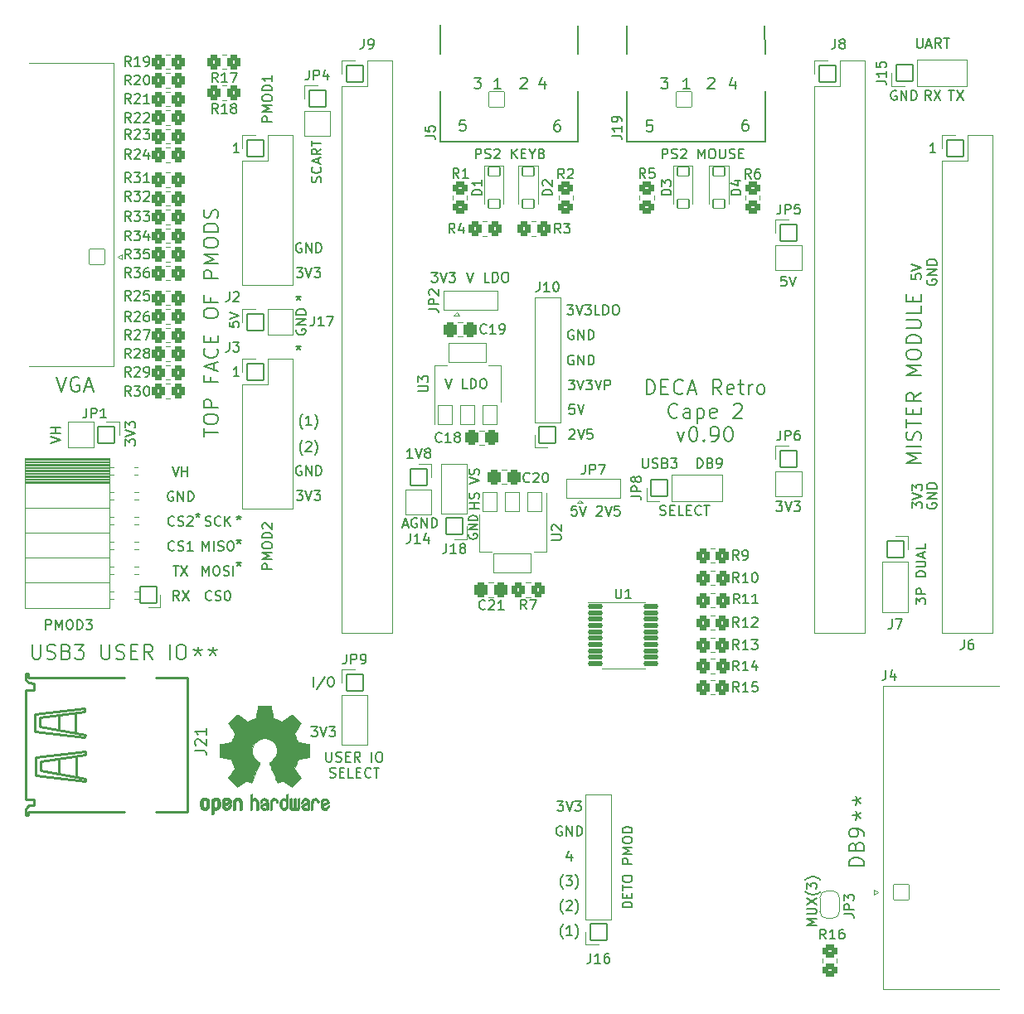
<source format=gbr>
%TF.GenerationSoftware,KiCad,Pcbnew,6.0.9-8da3e8f707~117~ubuntu20.04.1*%
%TF.CreationDate,2022-12-25T13:31:21+01:00*%
%TF.ProjectId,arrow_deca_retro_cape,6172726f-775f-4646-9563-615f72657472,0.90*%
%TF.SameCoordinates,Original*%
%TF.FileFunction,Legend,Top*%
%TF.FilePolarity,Positive*%
%FSLAX46Y46*%
G04 Gerber Fmt 4.6, Leading zero omitted, Abs format (unit mm)*
G04 Created by KiCad (PCBNEW 6.0.9-8da3e8f707~117~ubuntu20.04.1) date 2022-12-25 13:31:21*
%MOMM*%
%LPD*%
G01*
G04 APERTURE LIST*
G04 Aperture macros list*
%AMRoundRect*
0 Rectangle with rounded corners*
0 $1 Rounding radius*
0 $2 $3 $4 $5 $6 $7 $8 $9 X,Y pos of 4 corners*
0 Add a 4 corners polygon primitive as box body*
4,1,4,$2,$3,$4,$5,$6,$7,$8,$9,$2,$3,0*
0 Add four circle primitives for the rounded corners*
1,1,$1+$1,$2,$3*
1,1,$1+$1,$4,$5*
1,1,$1+$1,$6,$7*
1,1,$1+$1,$8,$9*
0 Add four rect primitives between the rounded corners*
20,1,$1+$1,$2,$3,$4,$5,0*
20,1,$1+$1,$4,$5,$6,$7,0*
20,1,$1+$1,$6,$7,$8,$9,0*
20,1,$1+$1,$8,$9,$2,$3,0*%
%AMFreePoly0*
4,1,16,0.535355,0.785355,0.541603,0.777735,1.041603,0.027735,1.049029,-0.009806,1.041603,-0.027735,0.541603,-0.777735,0.509806,-0.799029,0.500000,-0.800000,-0.500000,-0.800000,-0.535355,-0.785355,-0.550000,-0.750000,-0.550000,0.750000,-0.535355,0.785355,-0.500000,0.800000,0.500000,0.800000,0.535355,0.785355,0.535355,0.785355,$1*%
%AMFreePoly1*
4,1,37,0.535355,0.785355,0.550000,0.750000,0.550000,-0.750000,0.535355,-0.785355,0.500000,-0.800000,0.000000,-0.800000,-0.012524,-0.794812,-0.080857,-0.793560,-0.094851,-0.791293,-0.230166,-0.749018,-0.242962,-0.742915,-0.360972,-0.664360,-0.371540,-0.654911,-0.462760,-0.546392,-0.470252,-0.534356,-0.527347,-0.404597,-0.531159,-0.390943,-0.548742,-0.256483,-0.547388,-0.256306,-0.550000,-0.250000,
-0.550000,0.250000,-0.549522,0.251153,-0.549368,0.263802,-0.527557,0.403879,-0.523412,0.417435,-0.463164,0.545760,-0.455381,0.557609,-0.361537,0.663867,-0.350741,0.673055,-0.230846,0.748703,-0.217905,0.754492,-0.081598,0.793449,-0.067552,0.795373,-0.011991,0.795033,0.000000,0.800000,0.500000,0.800000,0.535355,0.785355,0.535355,0.785355,$1*%
%AMFreePoly2*
4,1,37,0.012350,0.794884,0.074210,0.794507,0.088231,0.792412,0.224052,0.751793,0.236921,0.745846,0.355883,0.668739,0.366566,0.659420,0.459104,0.552023,0.466742,0.540080,0.525419,0.411028,0.529398,0.397421,0.549495,0.257088,0.550000,0.250000,0.550000,-0.250000,0.549996,-0.250610,0.549847,-0.262826,0.549158,-0.270511,0.525638,-0.410312,0.521328,-0.423818,0.459516,-0.551397,
0.451589,-0.563150,0.356454,-0.668254,0.345546,-0.677309,0.224736,-0.751486,0.211726,-0.757116,0.074953,-0.794405,0.060885,-0.796158,0.011462,-0.795252,0.000000,-0.800000,-0.500000,-0.800000,-0.535355,-0.785355,-0.550000,-0.750000,-0.550000,0.750000,-0.535355,0.785355,-0.500000,0.800000,0.000000,0.800000,0.012350,0.794884,0.012350,0.794884,$1*%
G04 Aperture macros list end*
%ADD10C,0.150000*%
%ADD11C,0.152000*%
%ADD12C,0.152400*%
%ADD13C,0.120000*%
%ADD14C,0.010000*%
%ADD15C,0.254000*%
%ADD16C,0.203200*%
%ADD17RoundRect,0.050000X-0.850000X-0.850000X0.850000X-0.850000X0.850000X0.850000X-0.850000X0.850000X0*%
%ADD18O,1.800000X1.800000*%
%ADD19RoundRect,0.050000X0.750000X-1.000000X0.750000X1.000000X-0.750000X1.000000X-0.750000X-1.000000X0*%
%ADD20RoundRect,0.050000X1.900000X-1.000000X1.900000X1.000000X-1.900000X1.000000X-1.900000X-1.000000X0*%
%ADD21RoundRect,0.300000X0.337500X0.475000X-0.337500X0.475000X-0.337500X-0.475000X0.337500X-0.475000X0*%
%ADD22RoundRect,0.300000X0.350000X0.450000X-0.350000X0.450000X-0.350000X-0.450000X0.350000X-0.450000X0*%
%ADD23RoundRect,0.300000X-0.350000X-0.450000X0.350000X-0.450000X0.350000X0.450000X-0.350000X0.450000X0*%
%ADD24C,1.800000*%
%ADD25RoundRect,0.050000X0.850000X0.850000X-0.850000X0.850000X-0.850000X-0.850000X0.850000X-0.850000X0*%
%ADD26RoundRect,0.300000X-0.450000X0.350000X-0.450000X-0.350000X0.450000X-0.350000X0.450000X0.350000X0*%
%ADD27C,1.400000*%
%ADD28C,2.900000*%
%ADD29R,1.500000X1.500000*%
%ADD30FreePoly0,0.000000*%
%ADD31FreePoly0,180.000000*%
%ADD32RoundRect,0.050000X0.850000X-0.850000X0.850000X0.850000X-0.850000X0.850000X-0.850000X-0.850000X0*%
%ADD33RoundRect,0.050000X-0.600000X0.450000X-0.600000X-0.450000X0.600000X-0.450000X0.600000X0.450000X0*%
%ADD34RoundRect,0.300000X0.450000X-0.350000X0.450000X0.350000X-0.450000X0.350000X-0.450000X-0.350000X0*%
%ADD35RoundRect,0.050800X-0.787400X-0.787400X0.787400X-0.787400X0.787400X0.787400X-0.787400X0.787400X0*%
%ADD36C,1.676400*%
%ADD37C,2.946400*%
%ADD38FreePoly1,90.000000*%
%ADD39FreePoly2,90.000000*%
%ADD40C,4.100000*%
%ADD41RoundRect,0.050000X-0.800000X0.800000X-0.800000X-0.800000X0.800000X-0.800000X0.800000X0.800000X0*%
%ADD42C,1.700000*%
%ADD43RoundRect,0.050000X-0.750000X1.000000X-0.750000X-1.000000X0.750000X-1.000000X0.750000X1.000000X0*%
%ADD44RoundRect,0.050000X-1.900000X1.000000X-1.900000X-1.000000X1.900000X-1.000000X1.900000X1.000000X0*%
%ADD45RoundRect,0.050000X0.800000X-0.800000X0.800000X0.800000X-0.800000X0.800000X-0.800000X-0.800000X0*%
%ADD46RoundRect,0.150000X-0.637500X-0.100000X0.637500X-0.100000X0.637500X0.100000X-0.637500X0.100000X0*%
%ADD47RoundRect,0.050000X-0.850000X0.850000X-0.850000X-0.850000X0.850000X-0.850000X0.850000X0.850000X0*%
%ADD48RoundRect,0.300000X-0.337500X-0.475000X0.337500X-0.475000X0.337500X0.475000X-0.337500X0.475000X0*%
G04 APERTURE END LIST*
D10*
X85827049Y-83482142D02*
X86827049Y-83148809D01*
X85827049Y-82815476D01*
X86827049Y-82482142D02*
X85827049Y-82482142D01*
X86303240Y-82482142D02*
X86303240Y-81910714D01*
X86827049Y-81910714D02*
X85827049Y-81910714D01*
X129203809Y-54427380D02*
X129203809Y-53427380D01*
X129584761Y-53427380D01*
X129680000Y-53475000D01*
X129727619Y-53522619D01*
X129775238Y-53617857D01*
X129775238Y-53760714D01*
X129727619Y-53855952D01*
X129680000Y-53903571D01*
X129584761Y-53951190D01*
X129203809Y-53951190D01*
X130156190Y-54379761D02*
X130299047Y-54427380D01*
X130537142Y-54427380D01*
X130632380Y-54379761D01*
X130680000Y-54332142D01*
X130727619Y-54236904D01*
X130727619Y-54141666D01*
X130680000Y-54046428D01*
X130632380Y-53998809D01*
X130537142Y-53951190D01*
X130346666Y-53903571D01*
X130251428Y-53855952D01*
X130203809Y-53808333D01*
X130156190Y-53713095D01*
X130156190Y-53617857D01*
X130203809Y-53522619D01*
X130251428Y-53475000D01*
X130346666Y-53427380D01*
X130584761Y-53427380D01*
X130727619Y-53475000D01*
X131108571Y-53522619D02*
X131156190Y-53475000D01*
X131251428Y-53427380D01*
X131489523Y-53427380D01*
X131584761Y-53475000D01*
X131632380Y-53522619D01*
X131680000Y-53617857D01*
X131680000Y-53713095D01*
X131632380Y-53855952D01*
X131060952Y-54427380D01*
X131680000Y-54427380D01*
X132870476Y-54427380D02*
X132870476Y-53427380D01*
X133441904Y-54427380D02*
X133013333Y-53855952D01*
X133441904Y-53427380D02*
X132870476Y-53998809D01*
X133870476Y-53903571D02*
X134203809Y-53903571D01*
X134346666Y-54427380D02*
X133870476Y-54427380D01*
X133870476Y-53427380D01*
X134346666Y-53427380D01*
X134965714Y-53951190D02*
X134965714Y-54427380D01*
X134632380Y-53427380D02*
X134965714Y-53951190D01*
X135299047Y-53427380D01*
X135965714Y-53903571D02*
X136108571Y-53951190D01*
X136156190Y-53998809D01*
X136203809Y-54094047D01*
X136203809Y-54236904D01*
X136156190Y-54332142D01*
X136108571Y-54379761D01*
X136013333Y-54427380D01*
X135632380Y-54427380D01*
X135632380Y-53427380D01*
X135965714Y-53427380D01*
X136060952Y-53475000D01*
X136108571Y-53522619D01*
X136156190Y-53617857D01*
X136156190Y-53713095D01*
X136108571Y-53808333D01*
X136060952Y-53855952D01*
X135965714Y-53903571D01*
X135632380Y-53903571D01*
X139191587Y-74557000D02*
X139096349Y-74509380D01*
X138953492Y-74509380D01*
X138810634Y-74557000D01*
X138715396Y-74652238D01*
X138667777Y-74747476D01*
X138620158Y-74937952D01*
X138620158Y-75080809D01*
X138667777Y-75271285D01*
X138715396Y-75366523D01*
X138810634Y-75461761D01*
X138953492Y-75509380D01*
X139048730Y-75509380D01*
X139191587Y-75461761D01*
X139239206Y-75414142D01*
X139239206Y-75080809D01*
X139048730Y-75080809D01*
X139667777Y-75509380D02*
X139667777Y-74509380D01*
X140239206Y-75509380D01*
X140239206Y-74509380D01*
X140715396Y-75509380D02*
X140715396Y-74509380D01*
X140953492Y-74509380D01*
X141096349Y-74557000D01*
X141191587Y-74652238D01*
X141239206Y-74747476D01*
X141286825Y-74937952D01*
X141286825Y-75080809D01*
X141239206Y-75271285D01*
X141191587Y-75366523D01*
X141096349Y-75461761D01*
X140953492Y-75509380D01*
X140715396Y-75509380D01*
X105029000Y-90892380D02*
X105029000Y-91130476D01*
X104790904Y-91035238D02*
X105029000Y-91130476D01*
X105267095Y-91035238D01*
X104886142Y-91320952D02*
X105029000Y-91130476D01*
X105171857Y-91320952D01*
X101313240Y-97047380D02*
X101313240Y-96047380D01*
X101646573Y-96761666D01*
X101979907Y-96047380D01*
X101979907Y-97047380D01*
X102646573Y-96047380D02*
X102837049Y-96047380D01*
X102932288Y-96095000D01*
X103027526Y-96190238D01*
X103075145Y-96380714D01*
X103075145Y-96714047D01*
X103027526Y-96904523D01*
X102932288Y-96999761D01*
X102837049Y-97047380D01*
X102646573Y-97047380D01*
X102551335Y-96999761D01*
X102456097Y-96904523D01*
X102408478Y-96714047D01*
X102408478Y-96380714D01*
X102456097Y-96190238D01*
X102551335Y-96095000D01*
X102646573Y-96047380D01*
X103456097Y-96999761D02*
X103598954Y-97047380D01*
X103837049Y-97047380D01*
X103932288Y-96999761D01*
X103979907Y-96952142D01*
X104027526Y-96856904D01*
X104027526Y-96761666D01*
X103979907Y-96666428D01*
X103932288Y-96618809D01*
X103837049Y-96571190D01*
X103646573Y-96523571D01*
X103551335Y-96475952D01*
X103503716Y-96428333D01*
X103456097Y-96333095D01*
X103456097Y-96237857D01*
X103503716Y-96142619D01*
X103551335Y-96095000D01*
X103646573Y-96047380D01*
X103884669Y-96047380D01*
X104027526Y-96095000D01*
X104456097Y-97047380D02*
X104456097Y-96047380D01*
X102241811Y-99492142D02*
X102194192Y-99539761D01*
X102051335Y-99587380D01*
X101956097Y-99587380D01*
X101813240Y-99539761D01*
X101718002Y-99444523D01*
X101670383Y-99349285D01*
X101622764Y-99158809D01*
X101622764Y-99015952D01*
X101670383Y-98825476D01*
X101718002Y-98730238D01*
X101813240Y-98635000D01*
X101956097Y-98587380D01*
X102051335Y-98587380D01*
X102194192Y-98635000D01*
X102241811Y-98682619D01*
X102622764Y-99539761D02*
X102765621Y-99587380D01*
X103003716Y-99587380D01*
X103098954Y-99539761D01*
X103146573Y-99492142D01*
X103194192Y-99396904D01*
X103194192Y-99301666D01*
X103146573Y-99206428D01*
X103098954Y-99158809D01*
X103003716Y-99111190D01*
X102813240Y-99063571D01*
X102718002Y-99015952D01*
X102670383Y-98968333D01*
X102622764Y-98873095D01*
X102622764Y-98777857D01*
X102670383Y-98682619D01*
X102718002Y-98635000D01*
X102813240Y-98587380D01*
X103051335Y-98587380D01*
X103194192Y-98635000D01*
X103813240Y-98587380D02*
X103908478Y-98587380D01*
X104003716Y-98635000D01*
X104051335Y-98682619D01*
X104098954Y-98777857D01*
X104146573Y-98968333D01*
X104146573Y-99206428D01*
X104098954Y-99396904D01*
X104051335Y-99492142D01*
X104003716Y-99539761D01*
X103908478Y-99587380D01*
X103813240Y-99587380D01*
X103718002Y-99539761D01*
X103670383Y-99492142D01*
X103622764Y-99396904D01*
X103575145Y-99206428D01*
X103575145Y-98968333D01*
X103622764Y-98777857D01*
X103670383Y-98682619D01*
X103718002Y-98635000D01*
X103813240Y-98587380D01*
X111393764Y-63075000D02*
X111298526Y-63027380D01*
X111155669Y-63027380D01*
X111012811Y-63075000D01*
X110917573Y-63170238D01*
X110869954Y-63265476D01*
X110822335Y-63455952D01*
X110822335Y-63598809D01*
X110869954Y-63789285D01*
X110917573Y-63884523D01*
X111012811Y-63979761D01*
X111155669Y-64027380D01*
X111250907Y-64027380D01*
X111393764Y-63979761D01*
X111441383Y-63932142D01*
X111441383Y-63598809D01*
X111250907Y-63598809D01*
X111869954Y-64027380D02*
X111869954Y-63027380D01*
X112441383Y-64027380D01*
X112441383Y-63027380D01*
X112917573Y-64027380D02*
X112917573Y-63027380D01*
X113155669Y-63027380D01*
X113298526Y-63075000D01*
X113393764Y-63170238D01*
X113441383Y-63265476D01*
X113489002Y-63455952D01*
X113489002Y-63598809D01*
X113441383Y-63789285D01*
X113393764Y-63884523D01*
X113298526Y-63979761D01*
X113155669Y-64027380D01*
X112917573Y-64027380D01*
X113383961Y-56857638D02*
X113431580Y-56714780D01*
X113431580Y-56476685D01*
X113383961Y-56381447D01*
X113336342Y-56333828D01*
X113241104Y-56286209D01*
X113145866Y-56286209D01*
X113050628Y-56333828D01*
X113003009Y-56381447D01*
X112955390Y-56476685D01*
X112907771Y-56667161D01*
X112860152Y-56762400D01*
X112812533Y-56810019D01*
X112717295Y-56857638D01*
X112622057Y-56857638D01*
X112526819Y-56810019D01*
X112479200Y-56762400D01*
X112431580Y-56667161D01*
X112431580Y-56429066D01*
X112479200Y-56286209D01*
X113336342Y-55286209D02*
X113383961Y-55333828D01*
X113431580Y-55476685D01*
X113431580Y-55571923D01*
X113383961Y-55714780D01*
X113288723Y-55810019D01*
X113193485Y-55857638D01*
X113003009Y-55905257D01*
X112860152Y-55905257D01*
X112669676Y-55857638D01*
X112574438Y-55810019D01*
X112479200Y-55714780D01*
X112431580Y-55571923D01*
X112431580Y-55476685D01*
X112479200Y-55333828D01*
X112526819Y-55286209D01*
X113145866Y-54905257D02*
X113145866Y-54429066D01*
X113431580Y-55000495D02*
X112431580Y-54667161D01*
X113431580Y-54333828D01*
X113431580Y-53429066D02*
X112955390Y-53762400D01*
X113431580Y-54000495D02*
X112431580Y-54000495D01*
X112431580Y-53619542D01*
X112479200Y-53524304D01*
X112526819Y-53476685D01*
X112622057Y-53429066D01*
X112764914Y-53429066D01*
X112860152Y-53476685D01*
X112907771Y-53524304D01*
X112955390Y-53619542D01*
X112955390Y-54000495D01*
X112431580Y-53143352D02*
X112431580Y-52571923D01*
X113431580Y-52857638D02*
X112431580Y-52857638D01*
X128317666Y-66051180D02*
X128651000Y-67051180D01*
X128984333Y-66051180D01*
X108417049Y-50668333D02*
X107417049Y-50668333D01*
X107417049Y-50287380D01*
X107464669Y-50192142D01*
X107512288Y-50144523D01*
X107607526Y-50096904D01*
X107750383Y-50096904D01*
X107845621Y-50144523D01*
X107893240Y-50192142D01*
X107940859Y-50287380D01*
X107940859Y-50668333D01*
X108417049Y-49668333D02*
X107417049Y-49668333D01*
X108131335Y-49335000D01*
X107417049Y-49001666D01*
X108417049Y-49001666D01*
X107417049Y-48335000D02*
X107417049Y-48144523D01*
X107464669Y-48049285D01*
X107559907Y-47954047D01*
X107750383Y-47906428D01*
X108083716Y-47906428D01*
X108274192Y-47954047D01*
X108369430Y-48049285D01*
X108417049Y-48144523D01*
X108417049Y-48335000D01*
X108369430Y-48430238D01*
X108274192Y-48525476D01*
X108083716Y-48573095D01*
X107750383Y-48573095D01*
X107559907Y-48525476D01*
X107464669Y-48430238D01*
X107417049Y-48335000D01*
X108417049Y-47477857D02*
X107417049Y-47477857D01*
X107417049Y-47239761D01*
X107464669Y-47096904D01*
X107559907Y-47001666D01*
X107655145Y-46954047D01*
X107845621Y-46906428D01*
X107988478Y-46906428D01*
X108178954Y-46954047D01*
X108274192Y-47001666D01*
X108369430Y-47096904D01*
X108417049Y-47239761D01*
X108417049Y-47477857D01*
X108417049Y-45954047D02*
X108417049Y-46525476D01*
X108417049Y-46239761D02*
X107417049Y-46239761D01*
X107559907Y-46335000D01*
X107655145Y-46430238D01*
X107702764Y-46525476D01*
X138557333Y-69377380D02*
X139176380Y-69377380D01*
X138843047Y-69758333D01*
X138985904Y-69758333D01*
X139081142Y-69805952D01*
X139128761Y-69853571D01*
X139176380Y-69948809D01*
X139176380Y-70186904D01*
X139128761Y-70282142D01*
X139081142Y-70329761D01*
X138985904Y-70377380D01*
X138700190Y-70377380D01*
X138604952Y-70329761D01*
X138557333Y-70282142D01*
X139462095Y-69377380D02*
X139795428Y-70377380D01*
X140128761Y-69377380D01*
X140366857Y-69377380D02*
X140985904Y-69377380D01*
X140652571Y-69758333D01*
X140795428Y-69758333D01*
X140890666Y-69805952D01*
X140938285Y-69853571D01*
X140985904Y-69948809D01*
X140985904Y-70186904D01*
X140938285Y-70282142D01*
X140890666Y-70329761D01*
X140795428Y-70377380D01*
X140509714Y-70377380D01*
X140414476Y-70329761D01*
X140366857Y-70282142D01*
X141890666Y-70377380D02*
X141414476Y-70377380D01*
X141414476Y-69377380D01*
X142224000Y-70377380D02*
X142224000Y-69377380D01*
X142462095Y-69377380D01*
X142604952Y-69425000D01*
X142700190Y-69520238D01*
X142747809Y-69615476D01*
X142795428Y-69805952D01*
X142795428Y-69948809D01*
X142747809Y-70139285D01*
X142700190Y-70234523D01*
X142604952Y-70329761D01*
X142462095Y-70377380D01*
X142224000Y-70377380D01*
X143414476Y-69377380D02*
X143604952Y-69377380D01*
X143700190Y-69425000D01*
X143795428Y-69520238D01*
X143843047Y-69710714D01*
X143843047Y-70044047D01*
X143795428Y-70234523D01*
X143700190Y-70329761D01*
X143604952Y-70377380D01*
X143414476Y-70377380D01*
X143319238Y-70329761D01*
X143224000Y-70234523D01*
X143176380Y-70044047D01*
X143176380Y-69710714D01*
X143224000Y-69520238D01*
X143319238Y-69425000D01*
X143414476Y-69377380D01*
X148257142Y-54427380D02*
X148257142Y-53427380D01*
X148638095Y-53427380D01*
X148733333Y-53475000D01*
X148780952Y-53522619D01*
X148828571Y-53617857D01*
X148828571Y-53760714D01*
X148780952Y-53855952D01*
X148733333Y-53903571D01*
X148638095Y-53951190D01*
X148257142Y-53951190D01*
X149209523Y-54379761D02*
X149352380Y-54427380D01*
X149590476Y-54427380D01*
X149685714Y-54379761D01*
X149733333Y-54332142D01*
X149780952Y-54236904D01*
X149780952Y-54141666D01*
X149733333Y-54046428D01*
X149685714Y-53998809D01*
X149590476Y-53951190D01*
X149400000Y-53903571D01*
X149304761Y-53855952D01*
X149257142Y-53808333D01*
X149209523Y-53713095D01*
X149209523Y-53617857D01*
X149257142Y-53522619D01*
X149304761Y-53475000D01*
X149400000Y-53427380D01*
X149638095Y-53427380D01*
X149780952Y-53475000D01*
X150161904Y-53522619D02*
X150209523Y-53475000D01*
X150304761Y-53427380D01*
X150542857Y-53427380D01*
X150638095Y-53475000D01*
X150685714Y-53522619D01*
X150733333Y-53617857D01*
X150733333Y-53713095D01*
X150685714Y-53855952D01*
X150114285Y-54427380D01*
X150733333Y-54427380D01*
X151923809Y-54427380D02*
X151923809Y-53427380D01*
X152257142Y-54141666D01*
X152590476Y-53427380D01*
X152590476Y-54427380D01*
X153257142Y-53427380D02*
X153447619Y-53427380D01*
X153542857Y-53475000D01*
X153638095Y-53570238D01*
X153685714Y-53760714D01*
X153685714Y-54094047D01*
X153638095Y-54284523D01*
X153542857Y-54379761D01*
X153447619Y-54427380D01*
X153257142Y-54427380D01*
X153161904Y-54379761D01*
X153066666Y-54284523D01*
X153019047Y-54094047D01*
X153019047Y-53760714D01*
X153066666Y-53570238D01*
X153161904Y-53475000D01*
X153257142Y-53427380D01*
X154114285Y-53427380D02*
X154114285Y-54236904D01*
X154161904Y-54332142D01*
X154209523Y-54379761D01*
X154304761Y-54427380D01*
X154495238Y-54427380D01*
X154590476Y-54379761D01*
X154638095Y-54332142D01*
X154685714Y-54236904D01*
X154685714Y-53427380D01*
X155114285Y-54379761D02*
X155257142Y-54427380D01*
X155495238Y-54427380D01*
X155590476Y-54379761D01*
X155638095Y-54332142D01*
X155685714Y-54236904D01*
X155685714Y-54141666D01*
X155638095Y-54046428D01*
X155590476Y-53998809D01*
X155495238Y-53951190D01*
X155304761Y-53903571D01*
X155209523Y-53855952D01*
X155161904Y-53808333D01*
X155114285Y-53713095D01*
X155114285Y-53617857D01*
X155161904Y-53522619D01*
X155209523Y-53475000D01*
X155304761Y-53427380D01*
X155542857Y-53427380D01*
X155685714Y-53475000D01*
X156114285Y-53903571D02*
X156447619Y-53903571D01*
X156590476Y-54427380D02*
X156114285Y-54427380D01*
X156114285Y-53427380D01*
X156590476Y-53427380D01*
X174256946Y-42124380D02*
X174256946Y-42933904D01*
X174304565Y-43029142D01*
X174352185Y-43076761D01*
X174447423Y-43124380D01*
X174637899Y-43124380D01*
X174733137Y-43076761D01*
X174780756Y-43029142D01*
X174828375Y-42933904D01*
X174828375Y-42124380D01*
X175256946Y-42838666D02*
X175733137Y-42838666D01*
X175161708Y-43124380D02*
X175495042Y-42124380D01*
X175828375Y-43124380D01*
X176733137Y-43124380D02*
X176399804Y-42648190D01*
X176161708Y-43124380D02*
X176161708Y-42124380D01*
X176542661Y-42124380D01*
X176637899Y-42172000D01*
X176685518Y-42219619D01*
X176733137Y-42314857D01*
X176733137Y-42457714D01*
X176685518Y-42552952D01*
X176637899Y-42600571D01*
X176542661Y-42648190D01*
X176161708Y-42648190D01*
X177018851Y-42124380D02*
X177590280Y-42124380D01*
X177304565Y-43124380D02*
X177304565Y-42124380D01*
X98312764Y-96047380D02*
X98884192Y-96047380D01*
X98598478Y-97047380D02*
X98598478Y-96047380D01*
X99122288Y-96047380D02*
X99788954Y-97047380D01*
X99788954Y-96047380D02*
X99122288Y-97047380D01*
X159899504Y-89469980D02*
X160518552Y-89469980D01*
X160185219Y-89850933D01*
X160328076Y-89850933D01*
X160423314Y-89898552D01*
X160470933Y-89946171D01*
X160518552Y-90041409D01*
X160518552Y-90279504D01*
X160470933Y-90374742D01*
X160423314Y-90422361D01*
X160328076Y-90469980D01*
X160042361Y-90469980D01*
X159947123Y-90422361D01*
X159899504Y-90374742D01*
X160804266Y-89469980D02*
X161137600Y-90469980D01*
X161470933Y-89469980D01*
X161709028Y-89469980D02*
X162328076Y-89469980D01*
X161994742Y-89850933D01*
X162137600Y-89850933D01*
X162232838Y-89898552D01*
X162280457Y-89946171D01*
X162328076Y-90041409D01*
X162328076Y-90279504D01*
X162280457Y-90374742D01*
X162232838Y-90422361D01*
X162137600Y-90469980D01*
X161851885Y-90469980D01*
X161756647Y-90422361D01*
X161709028Y-90374742D01*
X100838000Y-90638380D02*
X100838000Y-90876476D01*
X100599904Y-90781238D02*
X100838000Y-90876476D01*
X101076095Y-90781238D01*
X100695142Y-91066952D02*
X100838000Y-90876476D01*
X100980857Y-91066952D01*
X110929800Y-71881904D02*
X110882180Y-71977142D01*
X110882180Y-72120000D01*
X110929800Y-72262857D01*
X111025038Y-72358095D01*
X111120276Y-72405714D01*
X111310752Y-72453333D01*
X111453609Y-72453333D01*
X111644085Y-72405714D01*
X111739323Y-72358095D01*
X111834561Y-72262857D01*
X111882180Y-72120000D01*
X111882180Y-72024761D01*
X111834561Y-71881904D01*
X111786942Y-71834285D01*
X111453609Y-71834285D01*
X111453609Y-72024761D01*
X111882180Y-71405714D02*
X110882180Y-71405714D01*
X111882180Y-70834285D01*
X110882180Y-70834285D01*
X111882180Y-70358095D02*
X110882180Y-70358095D01*
X110882180Y-70120000D01*
X110929800Y-69977142D01*
X111025038Y-69881904D01*
X111120276Y-69834285D01*
X111310752Y-69786666D01*
X111453609Y-69786666D01*
X111644085Y-69834285D01*
X111739323Y-69881904D01*
X111834561Y-69977142D01*
X111882180Y-70120000D01*
X111882180Y-70358095D01*
X146654000Y-78527571D02*
X146654000Y-77027571D01*
X147011142Y-77027571D01*
X147225428Y-77099000D01*
X147368285Y-77241857D01*
X147439714Y-77384714D01*
X147511142Y-77670428D01*
X147511142Y-77884714D01*
X147439714Y-78170428D01*
X147368285Y-78313285D01*
X147225428Y-78456142D01*
X147011142Y-78527571D01*
X146654000Y-78527571D01*
X148154000Y-77741857D02*
X148654000Y-77741857D01*
X148868285Y-78527571D02*
X148154000Y-78527571D01*
X148154000Y-77027571D01*
X148868285Y-77027571D01*
X150368285Y-78384714D02*
X150296857Y-78456142D01*
X150082571Y-78527571D01*
X149939714Y-78527571D01*
X149725428Y-78456142D01*
X149582571Y-78313285D01*
X149511142Y-78170428D01*
X149439714Y-77884714D01*
X149439714Y-77670428D01*
X149511142Y-77384714D01*
X149582571Y-77241857D01*
X149725428Y-77099000D01*
X149939714Y-77027571D01*
X150082571Y-77027571D01*
X150296857Y-77099000D01*
X150368285Y-77170428D01*
X150939714Y-78099000D02*
X151654000Y-78099000D01*
X150796857Y-78527571D02*
X151296857Y-77027571D01*
X151796857Y-78527571D01*
X154296857Y-78527571D02*
X153796857Y-77813285D01*
X153439714Y-78527571D02*
X153439714Y-77027571D01*
X154011142Y-77027571D01*
X154154000Y-77099000D01*
X154225428Y-77170428D01*
X154296857Y-77313285D01*
X154296857Y-77527571D01*
X154225428Y-77670428D01*
X154154000Y-77741857D01*
X154011142Y-77813285D01*
X153439714Y-77813285D01*
X155511142Y-78456142D02*
X155368285Y-78527571D01*
X155082571Y-78527571D01*
X154939714Y-78456142D01*
X154868285Y-78313285D01*
X154868285Y-77741857D01*
X154939714Y-77599000D01*
X155082571Y-77527571D01*
X155368285Y-77527571D01*
X155511142Y-77599000D01*
X155582571Y-77741857D01*
X155582571Y-77884714D01*
X154868285Y-78027571D01*
X156011142Y-77527571D02*
X156582571Y-77527571D01*
X156225428Y-77027571D02*
X156225428Y-78313285D01*
X156296857Y-78456142D01*
X156439714Y-78527571D01*
X156582571Y-78527571D01*
X157082571Y-78527571D02*
X157082571Y-77527571D01*
X157082571Y-77813285D02*
X157154000Y-77670428D01*
X157225428Y-77599000D01*
X157368285Y-77527571D01*
X157511142Y-77527571D01*
X158225428Y-78527571D02*
X158082571Y-78456142D01*
X158011142Y-78384714D01*
X157939714Y-78241857D01*
X157939714Y-77813285D01*
X158011142Y-77670428D01*
X158082571Y-77599000D01*
X158225428Y-77527571D01*
X158439714Y-77527571D01*
X158582571Y-77599000D01*
X158654000Y-77670428D01*
X158725428Y-77813285D01*
X158725428Y-78241857D01*
X158654000Y-78384714D01*
X158582571Y-78456142D01*
X158439714Y-78527571D01*
X158225428Y-78527571D01*
X149832571Y-80799714D02*
X149761142Y-80871142D01*
X149546857Y-80942571D01*
X149404000Y-80942571D01*
X149189714Y-80871142D01*
X149046857Y-80728285D01*
X148975428Y-80585428D01*
X148904000Y-80299714D01*
X148904000Y-80085428D01*
X148975428Y-79799714D01*
X149046857Y-79656857D01*
X149189714Y-79514000D01*
X149404000Y-79442571D01*
X149546857Y-79442571D01*
X149761142Y-79514000D01*
X149832571Y-79585428D01*
X151118285Y-80942571D02*
X151118285Y-80156857D01*
X151046857Y-80014000D01*
X150904000Y-79942571D01*
X150618285Y-79942571D01*
X150475428Y-80014000D01*
X151118285Y-80871142D02*
X150975428Y-80942571D01*
X150618285Y-80942571D01*
X150475428Y-80871142D01*
X150404000Y-80728285D01*
X150404000Y-80585428D01*
X150475428Y-80442571D01*
X150618285Y-80371142D01*
X150975428Y-80371142D01*
X151118285Y-80299714D01*
X151832571Y-79942571D02*
X151832571Y-81442571D01*
X151832571Y-80014000D02*
X151975428Y-79942571D01*
X152261142Y-79942571D01*
X152404000Y-80014000D01*
X152475428Y-80085428D01*
X152546857Y-80228285D01*
X152546857Y-80656857D01*
X152475428Y-80799714D01*
X152404000Y-80871142D01*
X152261142Y-80942571D01*
X151975428Y-80942571D01*
X151832571Y-80871142D01*
X153761142Y-80871142D02*
X153618285Y-80942571D01*
X153332571Y-80942571D01*
X153189714Y-80871142D01*
X153118285Y-80728285D01*
X153118285Y-80156857D01*
X153189714Y-80014000D01*
X153332571Y-79942571D01*
X153618285Y-79942571D01*
X153761142Y-80014000D01*
X153832571Y-80156857D01*
X153832571Y-80299714D01*
X153118285Y-80442571D01*
X155546857Y-79585428D02*
X155618285Y-79514000D01*
X155761142Y-79442571D01*
X156118285Y-79442571D01*
X156261142Y-79514000D01*
X156332571Y-79585428D01*
X156404000Y-79728285D01*
X156404000Y-79871142D01*
X156332571Y-80085428D01*
X155475428Y-80942571D01*
X156404000Y-80942571D01*
X149796857Y-82357571D02*
X150154000Y-83357571D01*
X150511142Y-82357571D01*
X151368285Y-81857571D02*
X151511142Y-81857571D01*
X151654000Y-81929000D01*
X151725428Y-82000428D01*
X151796857Y-82143285D01*
X151868285Y-82429000D01*
X151868285Y-82786142D01*
X151796857Y-83071857D01*
X151725428Y-83214714D01*
X151654000Y-83286142D01*
X151511142Y-83357571D01*
X151368285Y-83357571D01*
X151225428Y-83286142D01*
X151154000Y-83214714D01*
X151082571Y-83071857D01*
X151011142Y-82786142D01*
X151011142Y-82429000D01*
X151082571Y-82143285D01*
X151154000Y-82000428D01*
X151225428Y-81929000D01*
X151368285Y-81857571D01*
X152511142Y-83214714D02*
X152582571Y-83286142D01*
X152511142Y-83357571D01*
X152439714Y-83286142D01*
X152511142Y-83214714D01*
X152511142Y-83357571D01*
X153296857Y-83357571D02*
X153582571Y-83357571D01*
X153725428Y-83286142D01*
X153796857Y-83214714D01*
X153939714Y-83000428D01*
X154011142Y-82714714D01*
X154011142Y-82143285D01*
X153939714Y-82000428D01*
X153868285Y-81929000D01*
X153725428Y-81857571D01*
X153439714Y-81857571D01*
X153296857Y-81929000D01*
X153225428Y-82000428D01*
X153154000Y-82143285D01*
X153154000Y-82500428D01*
X153225428Y-82643285D01*
X153296857Y-82714714D01*
X153439714Y-82786142D01*
X153725428Y-82786142D01*
X153868285Y-82714714D01*
X153939714Y-82643285D01*
X154011142Y-82500428D01*
X154939714Y-81857571D02*
X155082571Y-81857571D01*
X155225428Y-81929000D01*
X155296857Y-82000428D01*
X155368285Y-82143285D01*
X155439714Y-82429000D01*
X155439714Y-82786142D01*
X155368285Y-83071857D01*
X155296857Y-83214714D01*
X155225428Y-83286142D01*
X155082571Y-83357571D01*
X154939714Y-83357571D01*
X154796857Y-83286142D01*
X154725428Y-83214714D01*
X154654000Y-83071857D01*
X154582571Y-82786142D01*
X154582571Y-82429000D01*
X154654000Y-82143285D01*
X154725428Y-82000428D01*
X154796857Y-81929000D01*
X154939714Y-81857571D01*
X175685518Y-48458380D02*
X175352185Y-47982190D01*
X175114089Y-48458380D02*
X175114089Y-47458380D01*
X175495042Y-47458380D01*
X175590280Y-47506000D01*
X175637899Y-47553619D01*
X175685518Y-47648857D01*
X175685518Y-47791714D01*
X175637899Y-47886952D01*
X175590280Y-47934571D01*
X175495042Y-47982190D01*
X175114089Y-47982190D01*
X176018851Y-47458380D02*
X176685518Y-48458380D01*
X176685518Y-47458380D02*
X176018851Y-48458380D01*
X98431811Y-91872142D02*
X98384192Y-91919761D01*
X98241335Y-91967380D01*
X98146097Y-91967380D01*
X98003240Y-91919761D01*
X97908002Y-91824523D01*
X97860383Y-91729285D01*
X97812764Y-91538809D01*
X97812764Y-91395952D01*
X97860383Y-91205476D01*
X97908002Y-91110238D01*
X98003240Y-91015000D01*
X98146097Y-90967380D01*
X98241335Y-90967380D01*
X98384192Y-91015000D01*
X98431811Y-91062619D01*
X98812764Y-91919761D02*
X98955621Y-91967380D01*
X99193716Y-91967380D01*
X99288954Y-91919761D01*
X99336573Y-91872142D01*
X99384192Y-91776904D01*
X99384192Y-91681666D01*
X99336573Y-91586428D01*
X99288954Y-91538809D01*
X99193716Y-91491190D01*
X99003240Y-91443571D01*
X98908002Y-91395952D01*
X98860383Y-91348333D01*
X98812764Y-91253095D01*
X98812764Y-91157857D01*
X98860383Y-91062619D01*
X98908002Y-91015000D01*
X99003240Y-90967380D01*
X99241335Y-90967380D01*
X99384192Y-91015000D01*
X99765145Y-91062619D02*
X99812764Y-91015000D01*
X99908002Y-90967380D01*
X100146097Y-90967380D01*
X100241335Y-91015000D01*
X100288954Y-91062619D01*
X100336573Y-91157857D01*
X100336573Y-91253095D01*
X100288954Y-91395952D01*
X99717526Y-91967380D01*
X100336573Y-91967380D01*
X98217526Y-85887380D02*
X98550859Y-86887380D01*
X98884192Y-85887380D01*
X99217526Y-86887380D02*
X99217526Y-85887380D01*
X99217526Y-86363571D02*
X99788954Y-86363571D01*
X99788954Y-86887380D02*
X99788954Y-85887380D01*
X138149137Y-134183333D02*
X138101518Y-134135714D01*
X138006280Y-133992857D01*
X137958661Y-133897619D01*
X137911042Y-133754761D01*
X137863423Y-133516666D01*
X137863423Y-133326190D01*
X137911042Y-133088095D01*
X137958661Y-132945238D01*
X138006280Y-132850000D01*
X138101518Y-132707142D01*
X138149137Y-132659523D01*
X139053899Y-133802380D02*
X138482470Y-133802380D01*
X138768185Y-133802380D02*
X138768185Y-132802380D01*
X138672946Y-132945238D01*
X138577708Y-133040476D01*
X138482470Y-133088095D01*
X139387232Y-134183333D02*
X139434851Y-134135714D01*
X139530089Y-133992857D01*
X139577708Y-133897619D01*
X139625327Y-133754761D01*
X139672946Y-133516666D01*
X139672946Y-133326190D01*
X139625327Y-133088095D01*
X139577708Y-132945238D01*
X139530089Y-132850000D01*
X139434851Y-132707142D01*
X139387232Y-132659523D01*
X108417049Y-96388333D02*
X107417049Y-96388333D01*
X107417049Y-96007380D01*
X107464669Y-95912142D01*
X107512288Y-95864523D01*
X107607526Y-95816904D01*
X107750383Y-95816904D01*
X107845621Y-95864523D01*
X107893240Y-95912142D01*
X107940859Y-96007380D01*
X107940859Y-96388333D01*
X108417049Y-95388333D02*
X107417049Y-95388333D01*
X108131335Y-95055000D01*
X107417049Y-94721666D01*
X108417049Y-94721666D01*
X107417049Y-94055000D02*
X107417049Y-93864523D01*
X107464669Y-93769285D01*
X107559907Y-93674047D01*
X107750383Y-93626428D01*
X108083716Y-93626428D01*
X108274192Y-93674047D01*
X108369430Y-93769285D01*
X108417049Y-93864523D01*
X108417049Y-94055000D01*
X108369430Y-94150238D01*
X108274192Y-94245476D01*
X108083716Y-94293095D01*
X107750383Y-94293095D01*
X107559907Y-94245476D01*
X107464669Y-94150238D01*
X107417049Y-94055000D01*
X108417049Y-93197857D02*
X107417049Y-93197857D01*
X107417049Y-92959761D01*
X107464669Y-92816904D01*
X107559907Y-92721666D01*
X107655145Y-92674047D01*
X107845621Y-92626428D01*
X107988478Y-92626428D01*
X108178954Y-92674047D01*
X108274192Y-92721666D01*
X108369430Y-92816904D01*
X108417049Y-92959761D01*
X108417049Y-93197857D01*
X107512288Y-92245476D02*
X107464669Y-92197857D01*
X107417049Y-92102619D01*
X107417049Y-91864523D01*
X107464669Y-91769285D01*
X107512288Y-91721666D01*
X107607526Y-91674047D01*
X107702764Y-91674047D01*
X107845621Y-91721666D01*
X108417049Y-92293095D01*
X108417049Y-91674047D01*
X110917573Y-65567380D02*
X111536621Y-65567380D01*
X111203288Y-65948333D01*
X111346145Y-65948333D01*
X111441383Y-65995952D01*
X111489002Y-66043571D01*
X111536621Y-66138809D01*
X111536621Y-66376904D01*
X111489002Y-66472142D01*
X111441383Y-66519761D01*
X111346145Y-66567380D01*
X111060430Y-66567380D01*
X110965192Y-66519761D01*
X110917573Y-66472142D01*
X111822335Y-65567380D02*
X112155669Y-66567380D01*
X112489002Y-65567380D01*
X112727097Y-65567380D02*
X113346145Y-65567380D01*
X113012811Y-65948333D01*
X113155669Y-65948333D01*
X113250907Y-65995952D01*
X113298526Y-66043571D01*
X113346145Y-66138809D01*
X113346145Y-66376904D01*
X113298526Y-66472142D01*
X113250907Y-66519761D01*
X113155669Y-66567380D01*
X112869954Y-66567380D01*
X112774716Y-66519761D01*
X112727097Y-66472142D01*
X101428240Y-82822771D02*
X101428240Y-81965628D01*
X102928240Y-82394200D02*
X101428240Y-82394200D01*
X101428240Y-81179914D02*
X101428240Y-80894200D01*
X101499669Y-80751342D01*
X101642526Y-80608485D01*
X101928240Y-80537057D01*
X102428240Y-80537057D01*
X102713954Y-80608485D01*
X102856811Y-80751342D01*
X102928240Y-80894200D01*
X102928240Y-81179914D01*
X102856811Y-81322771D01*
X102713954Y-81465628D01*
X102428240Y-81537057D01*
X101928240Y-81537057D01*
X101642526Y-81465628D01*
X101499669Y-81322771D01*
X101428240Y-81179914D01*
X102928240Y-79894200D02*
X101428240Y-79894200D01*
X101428240Y-79322771D01*
X101499669Y-79179914D01*
X101571097Y-79108485D01*
X101713954Y-79037057D01*
X101928240Y-79037057D01*
X102071097Y-79108485D01*
X102142526Y-79179914D01*
X102213954Y-79322771D01*
X102213954Y-79894200D01*
X102142526Y-76751342D02*
X102142526Y-77251342D01*
X102928240Y-77251342D02*
X101428240Y-77251342D01*
X101428240Y-76537057D01*
X102499669Y-76037057D02*
X102499669Y-75322771D01*
X102928240Y-76179914D02*
X101428240Y-75679914D01*
X102928240Y-75179914D01*
X102785383Y-73822771D02*
X102856811Y-73894200D01*
X102928240Y-74108485D01*
X102928240Y-74251342D01*
X102856811Y-74465628D01*
X102713954Y-74608485D01*
X102571097Y-74679914D01*
X102285383Y-74751342D01*
X102071097Y-74751342D01*
X101785383Y-74679914D01*
X101642526Y-74608485D01*
X101499669Y-74465628D01*
X101428240Y-74251342D01*
X101428240Y-74108485D01*
X101499669Y-73894200D01*
X101571097Y-73822771D01*
X102142526Y-73179914D02*
X102142526Y-72679914D01*
X102928240Y-72465628D02*
X102928240Y-73179914D01*
X101428240Y-73179914D01*
X101428240Y-72465628D01*
X101428240Y-70394200D02*
X101428240Y-70108485D01*
X101499669Y-69965628D01*
X101642526Y-69822771D01*
X101928240Y-69751342D01*
X102428240Y-69751342D01*
X102713954Y-69822771D01*
X102856811Y-69965628D01*
X102928240Y-70108485D01*
X102928240Y-70394200D01*
X102856811Y-70537057D01*
X102713954Y-70679914D01*
X102428240Y-70751342D01*
X101928240Y-70751342D01*
X101642526Y-70679914D01*
X101499669Y-70537057D01*
X101428240Y-70394200D01*
X102142526Y-68608485D02*
X102142526Y-69108485D01*
X102928240Y-69108485D02*
X101428240Y-69108485D01*
X101428240Y-68394200D01*
X102928240Y-66679914D02*
X101428240Y-66679914D01*
X101428240Y-66108485D01*
X101499669Y-65965628D01*
X101571097Y-65894200D01*
X101713954Y-65822771D01*
X101928240Y-65822771D01*
X102071097Y-65894200D01*
X102142526Y-65965628D01*
X102213954Y-66108485D01*
X102213954Y-66679914D01*
X102928240Y-65179914D02*
X101428240Y-65179914D01*
X102499669Y-64679914D01*
X101428240Y-64179914D01*
X102928240Y-64179914D01*
X101428240Y-63179914D02*
X101428240Y-62894200D01*
X101499669Y-62751342D01*
X101642526Y-62608485D01*
X101928240Y-62537057D01*
X102428240Y-62537057D01*
X102713954Y-62608485D01*
X102856811Y-62751342D01*
X102928240Y-62894200D01*
X102928240Y-63179914D01*
X102856811Y-63322771D01*
X102713954Y-63465628D01*
X102428240Y-63537057D01*
X101928240Y-63537057D01*
X101642526Y-63465628D01*
X101499669Y-63322771D01*
X101428240Y-63179914D01*
X102928240Y-61894200D02*
X101428240Y-61894200D01*
X101428240Y-61537057D01*
X101499669Y-61322771D01*
X101642526Y-61179914D01*
X101785383Y-61108485D01*
X102071097Y-61037057D01*
X102285383Y-61037057D01*
X102571097Y-61108485D01*
X102713954Y-61179914D01*
X102856811Y-61322771D01*
X102928240Y-61537057D01*
X102928240Y-61894200D01*
X102856811Y-60465628D02*
X102928240Y-60251342D01*
X102928240Y-59894200D01*
X102856811Y-59751342D01*
X102785383Y-59679914D01*
X102642526Y-59608485D01*
X102499669Y-59608485D01*
X102356811Y-59679914D01*
X102285383Y-59751342D01*
X102213954Y-59894200D01*
X102142526Y-60179914D01*
X102071097Y-60322771D01*
X101999669Y-60394200D01*
X101856811Y-60465628D01*
X101713954Y-60465628D01*
X101571097Y-60394200D01*
X101499669Y-60322771D01*
X101428240Y-60179914D01*
X101428240Y-59822771D01*
X101499669Y-59608485D01*
X111536621Y-84728333D02*
X111489002Y-84680714D01*
X111393764Y-84537857D01*
X111346145Y-84442619D01*
X111298526Y-84299761D01*
X111250907Y-84061666D01*
X111250907Y-83871190D01*
X111298526Y-83633095D01*
X111346145Y-83490238D01*
X111393764Y-83395000D01*
X111489002Y-83252142D01*
X111536621Y-83204523D01*
X111869954Y-83442619D02*
X111917573Y-83395000D01*
X112012811Y-83347380D01*
X112250907Y-83347380D01*
X112346145Y-83395000D01*
X112393764Y-83442619D01*
X112441383Y-83537857D01*
X112441383Y-83633095D01*
X112393764Y-83775952D01*
X111822335Y-84347380D01*
X112441383Y-84347380D01*
X112774716Y-84728333D02*
X112822335Y-84680714D01*
X112917573Y-84537857D01*
X112965192Y-84442619D01*
X113012811Y-84299761D01*
X113060430Y-84061666D01*
X113060430Y-83871190D01*
X113012811Y-83633095D01*
X112965192Y-83490238D01*
X112917573Y-83395000D01*
X112822335Y-83252142D01*
X112774716Y-83204523D01*
X167687761Y-121564304D02*
X168163952Y-121564304D01*
X167973476Y-122040495D02*
X168163952Y-121564304D01*
X167973476Y-121088114D01*
X168544904Y-121850019D02*
X168163952Y-121564304D01*
X168544904Y-121278590D01*
X167687761Y-120040495D02*
X168163952Y-120040495D01*
X167973476Y-120516685D02*
X168163952Y-120040495D01*
X167973476Y-119564304D01*
X168544904Y-120326209D02*
X168163952Y-120040495D01*
X168544904Y-119754780D01*
X138149137Y-131643333D02*
X138101518Y-131595714D01*
X138006280Y-131452857D01*
X137958661Y-131357619D01*
X137911042Y-131214761D01*
X137863423Y-130976666D01*
X137863423Y-130786190D01*
X137911042Y-130548095D01*
X137958661Y-130405238D01*
X138006280Y-130310000D01*
X138101518Y-130167142D01*
X138149137Y-130119523D01*
X138482470Y-130357619D02*
X138530089Y-130310000D01*
X138625327Y-130262380D01*
X138863423Y-130262380D01*
X138958661Y-130310000D01*
X139006280Y-130357619D01*
X139053899Y-130452857D01*
X139053899Y-130548095D01*
X139006280Y-130690952D01*
X138434851Y-131262380D01*
X139053899Y-131262380D01*
X139387232Y-131643333D02*
X139434851Y-131595714D01*
X139530089Y-131452857D01*
X139577708Y-131357619D01*
X139625327Y-131214761D01*
X139672946Y-130976666D01*
X139672946Y-130786190D01*
X139625327Y-130548095D01*
X139577708Y-130405238D01*
X139530089Y-130310000D01*
X139434851Y-130167142D01*
X139387232Y-130119523D01*
X160896323Y-66457580D02*
X160420133Y-66457580D01*
X160372514Y-66933771D01*
X160420133Y-66886152D01*
X160515371Y-66838533D01*
X160753466Y-66838533D01*
X160848704Y-66886152D01*
X160896323Y-66933771D01*
X160943942Y-67029009D01*
X160943942Y-67267104D01*
X160896323Y-67362342D01*
X160848704Y-67409961D01*
X160753466Y-67457580D01*
X160515371Y-67457580D01*
X160420133Y-67409961D01*
X160372514Y-67362342D01*
X161229657Y-66457580D02*
X161562990Y-67457580D01*
X161896323Y-66457580D01*
X105029000Y-93305380D02*
X105029000Y-93543476D01*
X104790904Y-93448238D02*
X105029000Y-93543476D01*
X105267095Y-93448238D01*
X104886142Y-93733952D02*
X105029000Y-93543476D01*
X105171857Y-93733952D01*
X173696380Y-66230476D02*
X173696380Y-66706666D01*
X174172571Y-66754285D01*
X174124952Y-66706666D01*
X174077333Y-66611428D01*
X174077333Y-66373333D01*
X174124952Y-66278095D01*
X174172571Y-66230476D01*
X174267809Y-66182857D01*
X174505904Y-66182857D01*
X174601142Y-66230476D01*
X174648761Y-66278095D01*
X174696380Y-66373333D01*
X174696380Y-66611428D01*
X174648761Y-66706666D01*
X174601142Y-66754285D01*
X173696380Y-65897142D02*
X174696380Y-65563809D01*
X173696380Y-65230476D01*
X130603714Y-67051180D02*
X130127523Y-67051180D01*
X130127523Y-66051180D01*
X130937047Y-67051180D02*
X130937047Y-66051180D01*
X131175142Y-66051180D01*
X131318000Y-66098800D01*
X131413238Y-66194038D01*
X131460857Y-66289276D01*
X131508476Y-66479752D01*
X131508476Y-66622609D01*
X131460857Y-66813085D01*
X131413238Y-66908323D01*
X131318000Y-67003561D01*
X131175142Y-67051180D01*
X130937047Y-67051180D01*
X132127523Y-66051180D02*
X132318000Y-66051180D01*
X132413238Y-66098800D01*
X132508476Y-66194038D01*
X132556095Y-66384514D01*
X132556095Y-66717847D01*
X132508476Y-66908323D01*
X132413238Y-67003561D01*
X132318000Y-67051180D01*
X132127523Y-67051180D01*
X132032285Y-67003561D01*
X131937047Y-66908323D01*
X131889428Y-66717847D01*
X131889428Y-66384514D01*
X131937047Y-66194038D01*
X132032285Y-66098800D01*
X132127523Y-66051180D01*
X177503280Y-47458380D02*
X178074708Y-47458380D01*
X177788994Y-48458380D02*
X177788994Y-47458380D01*
X178312804Y-47458380D02*
X178979470Y-48458380D01*
X178979470Y-47458380D02*
X178312804Y-48458380D01*
X168826571Y-126698142D02*
X167326571Y-126698142D01*
X167326571Y-126341000D01*
X167398000Y-126126714D01*
X167540857Y-125983857D01*
X167683714Y-125912428D01*
X167969428Y-125841000D01*
X168183714Y-125841000D01*
X168469428Y-125912428D01*
X168612285Y-125983857D01*
X168755142Y-126126714D01*
X168826571Y-126341000D01*
X168826571Y-126698142D01*
X168040857Y-124698142D02*
X168112285Y-124483857D01*
X168183714Y-124412428D01*
X168326571Y-124341000D01*
X168540857Y-124341000D01*
X168683714Y-124412428D01*
X168755142Y-124483857D01*
X168826571Y-124626714D01*
X168826571Y-125198142D01*
X167326571Y-125198142D01*
X167326571Y-124698142D01*
X167398000Y-124555285D01*
X167469428Y-124483857D01*
X167612285Y-124412428D01*
X167755142Y-124412428D01*
X167898000Y-124483857D01*
X167969428Y-124555285D01*
X168040857Y-124698142D01*
X168040857Y-125198142D01*
X168826571Y-123626714D02*
X168826571Y-123341000D01*
X168755142Y-123198142D01*
X168683714Y-123126714D01*
X168469428Y-122983857D01*
X168183714Y-122912428D01*
X167612285Y-122912428D01*
X167469428Y-122983857D01*
X167398000Y-123055285D01*
X167326571Y-123198142D01*
X167326571Y-123483857D01*
X167398000Y-123626714D01*
X167469428Y-123698142D01*
X167612285Y-123769571D01*
X167969428Y-123769571D01*
X168112285Y-123698142D01*
X168183714Y-123626714D01*
X168255142Y-123483857D01*
X168255142Y-123198142D01*
X168183714Y-123055285D01*
X168112285Y-122983857D01*
X167969428Y-122912428D01*
X93447049Y-83736095D02*
X93447049Y-83117047D01*
X93828002Y-83450380D01*
X93828002Y-83307523D01*
X93875621Y-83212285D01*
X93923240Y-83164666D01*
X94018478Y-83117047D01*
X94256573Y-83117047D01*
X94351811Y-83164666D01*
X94399430Y-83212285D01*
X94447049Y-83307523D01*
X94447049Y-83593238D01*
X94399430Y-83688476D01*
X94351811Y-83736095D01*
X93447049Y-82831333D02*
X94447049Y-82498000D01*
X93447049Y-82164666D01*
X93447049Y-81926571D02*
X93447049Y-81307523D01*
X93828002Y-81640857D01*
X93828002Y-81498000D01*
X93875621Y-81402761D01*
X93923240Y-81355142D01*
X94018478Y-81307523D01*
X94256573Y-81307523D01*
X94351811Y-81355142D01*
X94399430Y-81402761D01*
X94447049Y-81498000D01*
X94447049Y-81783714D01*
X94399430Y-81878952D01*
X94351811Y-81926571D01*
X138958661Y-125515714D02*
X138958661Y-126182380D01*
X138720565Y-125134761D02*
X138482470Y-125849047D01*
X139101518Y-125849047D01*
X164028380Y-132778190D02*
X163028380Y-132778190D01*
X163742666Y-132444857D01*
X163028380Y-132111523D01*
X164028380Y-132111523D01*
X163028380Y-131635333D02*
X163837904Y-131635333D01*
X163933142Y-131587714D01*
X163980761Y-131540095D01*
X164028380Y-131444857D01*
X164028380Y-131254380D01*
X163980761Y-131159142D01*
X163933142Y-131111523D01*
X163837904Y-131063904D01*
X163028380Y-131063904D01*
X163028380Y-130682952D02*
X164028380Y-130016285D01*
X163028380Y-130016285D02*
X164028380Y-130682952D01*
X164409333Y-129349619D02*
X164361714Y-129397238D01*
X164218857Y-129492476D01*
X164123619Y-129540095D01*
X163980761Y-129587714D01*
X163742666Y-129635333D01*
X163552190Y-129635333D01*
X163314095Y-129587714D01*
X163171238Y-129540095D01*
X163076000Y-129492476D01*
X162933142Y-129397238D01*
X162885523Y-129349619D01*
X163028380Y-129063904D02*
X163028380Y-128444857D01*
X163409333Y-128778190D01*
X163409333Y-128635333D01*
X163456952Y-128540095D01*
X163504571Y-128492476D01*
X163599809Y-128444857D01*
X163837904Y-128444857D01*
X163933142Y-128492476D01*
X163980761Y-128540095D01*
X164028380Y-128635333D01*
X164028380Y-128921047D01*
X163980761Y-129016285D01*
X163933142Y-129063904D01*
X164409333Y-128111523D02*
X164361714Y-128063904D01*
X164218857Y-127968666D01*
X164123619Y-127921047D01*
X163980761Y-127873428D01*
X163742666Y-127825809D01*
X163552190Y-127825809D01*
X163314095Y-127873428D01*
X163171238Y-127921047D01*
X163076000Y-127968666D01*
X162933142Y-128063904D01*
X162885523Y-128111523D01*
X85311335Y-102560380D02*
X85311335Y-101560380D01*
X85692288Y-101560380D01*
X85787526Y-101608000D01*
X85835145Y-101655619D01*
X85882764Y-101750857D01*
X85882764Y-101893714D01*
X85835145Y-101988952D01*
X85787526Y-102036571D01*
X85692288Y-102084190D01*
X85311335Y-102084190D01*
X86311335Y-102560380D02*
X86311335Y-101560380D01*
X86644669Y-102274666D01*
X86978002Y-101560380D01*
X86978002Y-102560380D01*
X87644669Y-101560380D02*
X87835145Y-101560380D01*
X87930383Y-101608000D01*
X88025621Y-101703238D01*
X88073240Y-101893714D01*
X88073240Y-102227047D01*
X88025621Y-102417523D01*
X87930383Y-102512761D01*
X87835145Y-102560380D01*
X87644669Y-102560380D01*
X87549430Y-102512761D01*
X87454192Y-102417523D01*
X87406573Y-102227047D01*
X87406573Y-101893714D01*
X87454192Y-101703238D01*
X87549430Y-101608000D01*
X87644669Y-101560380D01*
X88501811Y-102560380D02*
X88501811Y-101560380D01*
X88739907Y-101560380D01*
X88882764Y-101608000D01*
X88978002Y-101703238D01*
X89025621Y-101798476D01*
X89073240Y-101988952D01*
X89073240Y-102131809D01*
X89025621Y-102322285D01*
X88978002Y-102417523D01*
X88882764Y-102512761D01*
X88739907Y-102560380D01*
X88501811Y-102560380D01*
X89406573Y-101560380D02*
X90025621Y-101560380D01*
X89692288Y-101941333D01*
X89835145Y-101941333D01*
X89930383Y-101988952D01*
X89978002Y-102036571D01*
X90025621Y-102131809D01*
X90025621Y-102369904D01*
X89978002Y-102465142D01*
X89930383Y-102512761D01*
X89835145Y-102560380D01*
X89549430Y-102560380D01*
X89454192Y-102512761D01*
X89406573Y-102465142D01*
X176180714Y-53792380D02*
X175609285Y-53792380D01*
X175895000Y-53792380D02*
X175895000Y-52792380D01*
X175799761Y-52935238D01*
X175704523Y-53030476D01*
X175609285Y-53078095D01*
X139509523Y-89927180D02*
X139033333Y-89927180D01*
X138985714Y-90403371D01*
X139033333Y-90355752D01*
X139128571Y-90308133D01*
X139366666Y-90308133D01*
X139461904Y-90355752D01*
X139509523Y-90403371D01*
X139557142Y-90498609D01*
X139557142Y-90736704D01*
X139509523Y-90831942D01*
X139461904Y-90879561D01*
X139366666Y-90927180D01*
X139128571Y-90927180D01*
X139033333Y-90879561D01*
X138985714Y-90831942D01*
X139842857Y-89927180D02*
X140176190Y-90927180D01*
X140509523Y-89927180D01*
X121766280Y-91860666D02*
X122242470Y-91860666D01*
X121671042Y-92146380D02*
X122004375Y-91146380D01*
X122337708Y-92146380D01*
X123194851Y-91194000D02*
X123099613Y-91146380D01*
X122956756Y-91146380D01*
X122813899Y-91194000D01*
X122718661Y-91289238D01*
X122671042Y-91384476D01*
X122623423Y-91574952D01*
X122623423Y-91717809D01*
X122671042Y-91908285D01*
X122718661Y-92003523D01*
X122813899Y-92098761D01*
X122956756Y-92146380D01*
X123051994Y-92146380D01*
X123194851Y-92098761D01*
X123242470Y-92051142D01*
X123242470Y-91717809D01*
X123051994Y-91717809D01*
X123671042Y-92146380D02*
X123671042Y-91146380D01*
X124242470Y-92146380D01*
X124242470Y-91146380D01*
X124718661Y-92146380D02*
X124718661Y-91146380D01*
X124956756Y-91146380D01*
X125099613Y-91194000D01*
X125194851Y-91289238D01*
X125242470Y-91384476D01*
X125290089Y-91574952D01*
X125290089Y-91717809D01*
X125242470Y-91908285D01*
X125194851Y-92003523D01*
X125099613Y-92098761D01*
X124956756Y-92146380D01*
X124718661Y-92146380D01*
X112426904Y-112482380D02*
X113045952Y-112482380D01*
X112712619Y-112863333D01*
X112855476Y-112863333D01*
X112950714Y-112910952D01*
X112998333Y-112958571D01*
X113045952Y-113053809D01*
X113045952Y-113291904D01*
X112998333Y-113387142D01*
X112950714Y-113434761D01*
X112855476Y-113482380D01*
X112569761Y-113482380D01*
X112474523Y-113434761D01*
X112426904Y-113387142D01*
X113331666Y-112482380D02*
X113665000Y-113482380D01*
X113998333Y-112482380D01*
X114236428Y-112482380D02*
X114855476Y-112482380D01*
X114522142Y-112863333D01*
X114665000Y-112863333D01*
X114760238Y-112910952D01*
X114807857Y-112958571D01*
X114855476Y-113053809D01*
X114855476Y-113291904D01*
X114807857Y-113387142D01*
X114760238Y-113434761D01*
X114665000Y-113482380D01*
X114379285Y-113482380D01*
X114284047Y-113434761D01*
X114236428Y-113387142D01*
X141557523Y-90022419D02*
X141605142Y-89974800D01*
X141700380Y-89927180D01*
X141938476Y-89927180D01*
X142033714Y-89974800D01*
X142081333Y-90022419D01*
X142128952Y-90117657D01*
X142128952Y-90212895D01*
X142081333Y-90355752D01*
X141509904Y-90927180D01*
X142128952Y-90927180D01*
X142414666Y-89927180D02*
X142748000Y-90927180D01*
X143081333Y-89927180D01*
X143890857Y-89927180D02*
X143414666Y-89927180D01*
X143367047Y-90403371D01*
X143414666Y-90355752D01*
X143509904Y-90308133D01*
X143748000Y-90308133D01*
X143843238Y-90355752D01*
X143890857Y-90403371D01*
X143938476Y-90498609D01*
X143938476Y-90736704D01*
X143890857Y-90831942D01*
X143843238Y-90879561D01*
X143748000Y-90927180D01*
X143509904Y-90927180D01*
X143414666Y-90879561D01*
X143367047Y-90831942D01*
X174668571Y-85569142D02*
X173168571Y-85569142D01*
X174240000Y-85069142D01*
X173168571Y-84569142D01*
X174668571Y-84569142D01*
X174668571Y-83854857D02*
X173168571Y-83854857D01*
X174597142Y-83212000D02*
X174668571Y-82997714D01*
X174668571Y-82640571D01*
X174597142Y-82497714D01*
X174525714Y-82426285D01*
X174382857Y-82354857D01*
X174240000Y-82354857D01*
X174097142Y-82426285D01*
X174025714Y-82497714D01*
X173954285Y-82640571D01*
X173882857Y-82926285D01*
X173811428Y-83069142D01*
X173740000Y-83140571D01*
X173597142Y-83212000D01*
X173454285Y-83212000D01*
X173311428Y-83140571D01*
X173240000Y-83069142D01*
X173168571Y-82926285D01*
X173168571Y-82569142D01*
X173240000Y-82354857D01*
X173168571Y-81926285D02*
X173168571Y-81069142D01*
X174668571Y-81497714D02*
X173168571Y-81497714D01*
X173882857Y-80569142D02*
X173882857Y-80069142D01*
X174668571Y-79854857D02*
X174668571Y-80569142D01*
X173168571Y-80569142D01*
X173168571Y-79854857D01*
X174668571Y-78354857D02*
X173954285Y-78854857D01*
X174668571Y-79212000D02*
X173168571Y-79212000D01*
X173168571Y-78640571D01*
X173240000Y-78497714D01*
X173311428Y-78426285D01*
X173454285Y-78354857D01*
X173668571Y-78354857D01*
X173811428Y-78426285D01*
X173882857Y-78497714D01*
X173954285Y-78640571D01*
X173954285Y-79212000D01*
X174668571Y-76569142D02*
X173168571Y-76569142D01*
X174240000Y-76069142D01*
X173168571Y-75569142D01*
X174668571Y-75569142D01*
X173168571Y-74569142D02*
X173168571Y-74283428D01*
X173240000Y-74140571D01*
X173382857Y-73997714D01*
X173668571Y-73926285D01*
X174168571Y-73926285D01*
X174454285Y-73997714D01*
X174597142Y-74140571D01*
X174668571Y-74283428D01*
X174668571Y-74569142D01*
X174597142Y-74712000D01*
X174454285Y-74854857D01*
X174168571Y-74926285D01*
X173668571Y-74926285D01*
X173382857Y-74854857D01*
X173240000Y-74712000D01*
X173168571Y-74569142D01*
X174668571Y-73283428D02*
X173168571Y-73283428D01*
X173168571Y-72926285D01*
X173240000Y-72712000D01*
X173382857Y-72569142D01*
X173525714Y-72497714D01*
X173811428Y-72426285D01*
X174025714Y-72426285D01*
X174311428Y-72497714D01*
X174454285Y-72569142D01*
X174597142Y-72712000D01*
X174668571Y-72926285D01*
X174668571Y-73283428D01*
X173168571Y-71783428D02*
X174382857Y-71783428D01*
X174525714Y-71712000D01*
X174597142Y-71640571D01*
X174668571Y-71497714D01*
X174668571Y-71212000D01*
X174597142Y-71069142D01*
X174525714Y-70997714D01*
X174382857Y-70926285D01*
X173168571Y-70926285D01*
X174668571Y-69497714D02*
X174668571Y-70212000D01*
X173168571Y-70212000D01*
X173882857Y-68997714D02*
X173882857Y-68497714D01*
X174668571Y-68283428D02*
X174668571Y-68997714D01*
X173168571Y-68997714D01*
X173168571Y-68283428D01*
X105060714Y-76652380D02*
X104489285Y-76652380D01*
X104775000Y-76652380D02*
X104775000Y-75652380D01*
X104679761Y-75795238D01*
X104584523Y-75890476D01*
X104489285Y-75938095D01*
X111125000Y-68413380D02*
X111125000Y-68651476D01*
X110886904Y-68556238D02*
X111125000Y-68651476D01*
X111363095Y-68556238D01*
X110982142Y-68841952D02*
X111125000Y-68651476D01*
X111267857Y-68841952D01*
X128549849Y-87677523D02*
X129549849Y-87344190D01*
X128549849Y-87010857D01*
X129502230Y-86725142D02*
X129549849Y-86582285D01*
X129549849Y-86344190D01*
X129502230Y-86248952D01*
X129454611Y-86201333D01*
X129359373Y-86153714D01*
X129264135Y-86153714D01*
X129168897Y-86201333D01*
X129121278Y-86248952D01*
X129073659Y-86344190D01*
X129026040Y-86534666D01*
X128978421Y-86629904D01*
X128930802Y-86677523D01*
X128835564Y-86725142D01*
X128740326Y-86725142D01*
X128645088Y-86677523D01*
X128597469Y-86629904D01*
X128549849Y-86534666D01*
X128549849Y-86296571D01*
X128597469Y-86153714D01*
X101313240Y-94507380D02*
X101313240Y-93507380D01*
X101646573Y-94221666D01*
X101979907Y-93507380D01*
X101979907Y-94507380D01*
X102456097Y-94507380D02*
X102456097Y-93507380D01*
X102884669Y-94459761D02*
X103027526Y-94507380D01*
X103265621Y-94507380D01*
X103360859Y-94459761D01*
X103408478Y-94412142D01*
X103456097Y-94316904D01*
X103456097Y-94221666D01*
X103408478Y-94126428D01*
X103360859Y-94078809D01*
X103265621Y-94031190D01*
X103075145Y-93983571D01*
X102979907Y-93935952D01*
X102932288Y-93888333D01*
X102884669Y-93793095D01*
X102884669Y-93697857D01*
X102932288Y-93602619D01*
X102979907Y-93555000D01*
X103075145Y-93507380D01*
X103313240Y-93507380D01*
X103456097Y-93555000D01*
X104075145Y-93507380D02*
X104265621Y-93507380D01*
X104360859Y-93555000D01*
X104456097Y-93650238D01*
X104503716Y-93840714D01*
X104503716Y-94174047D01*
X104456097Y-94364523D01*
X104360859Y-94459761D01*
X104265621Y-94507380D01*
X104075145Y-94507380D01*
X103979907Y-94459761D01*
X103884669Y-94364523D01*
X103837049Y-94174047D01*
X103837049Y-93840714D01*
X103884669Y-93650238D01*
X103979907Y-93555000D01*
X104075145Y-93507380D01*
X83923371Y-104080571D02*
X83923371Y-105294857D01*
X83994800Y-105437714D01*
X84066228Y-105509142D01*
X84209085Y-105580571D01*
X84494800Y-105580571D01*
X84637657Y-105509142D01*
X84709085Y-105437714D01*
X84780514Y-105294857D01*
X84780514Y-104080571D01*
X85423371Y-105509142D02*
X85637657Y-105580571D01*
X85994800Y-105580571D01*
X86137657Y-105509142D01*
X86209085Y-105437714D01*
X86280514Y-105294857D01*
X86280514Y-105152000D01*
X86209085Y-105009142D01*
X86137657Y-104937714D01*
X85994800Y-104866285D01*
X85709085Y-104794857D01*
X85566228Y-104723428D01*
X85494800Y-104652000D01*
X85423371Y-104509142D01*
X85423371Y-104366285D01*
X85494800Y-104223428D01*
X85566228Y-104152000D01*
X85709085Y-104080571D01*
X86066228Y-104080571D01*
X86280514Y-104152000D01*
X87423371Y-104794857D02*
X87637657Y-104866285D01*
X87709085Y-104937714D01*
X87780514Y-105080571D01*
X87780514Y-105294857D01*
X87709085Y-105437714D01*
X87637657Y-105509142D01*
X87494800Y-105580571D01*
X86923371Y-105580571D01*
X86923371Y-104080571D01*
X87423371Y-104080571D01*
X87566228Y-104152000D01*
X87637657Y-104223428D01*
X87709085Y-104366285D01*
X87709085Y-104509142D01*
X87637657Y-104652000D01*
X87566228Y-104723428D01*
X87423371Y-104794857D01*
X86923371Y-104794857D01*
X88280514Y-104080571D02*
X89209085Y-104080571D01*
X88709085Y-104652000D01*
X88923371Y-104652000D01*
X89066228Y-104723428D01*
X89137657Y-104794857D01*
X89209085Y-104937714D01*
X89209085Y-105294857D01*
X89137657Y-105437714D01*
X89066228Y-105509142D01*
X88923371Y-105580571D01*
X88494800Y-105580571D01*
X88351942Y-105509142D01*
X88280514Y-105437714D01*
X90994800Y-104080571D02*
X90994800Y-105294857D01*
X91066228Y-105437714D01*
X91137657Y-105509142D01*
X91280514Y-105580571D01*
X91566228Y-105580571D01*
X91709085Y-105509142D01*
X91780514Y-105437714D01*
X91851942Y-105294857D01*
X91851942Y-104080571D01*
X92494800Y-105509142D02*
X92709085Y-105580571D01*
X93066228Y-105580571D01*
X93209085Y-105509142D01*
X93280514Y-105437714D01*
X93351942Y-105294857D01*
X93351942Y-105152000D01*
X93280514Y-105009142D01*
X93209085Y-104937714D01*
X93066228Y-104866285D01*
X92780514Y-104794857D01*
X92637657Y-104723428D01*
X92566228Y-104652000D01*
X92494800Y-104509142D01*
X92494800Y-104366285D01*
X92566228Y-104223428D01*
X92637657Y-104152000D01*
X92780514Y-104080571D01*
X93137657Y-104080571D01*
X93351942Y-104152000D01*
X93994800Y-104794857D02*
X94494800Y-104794857D01*
X94709085Y-105580571D02*
X93994800Y-105580571D01*
X93994800Y-104080571D01*
X94709085Y-104080571D01*
X96209085Y-105580571D02*
X95709085Y-104866285D01*
X95351942Y-105580571D02*
X95351942Y-104080571D01*
X95923371Y-104080571D01*
X96066228Y-104152000D01*
X96137657Y-104223428D01*
X96209085Y-104366285D01*
X96209085Y-104580571D01*
X96137657Y-104723428D01*
X96066228Y-104794857D01*
X95923371Y-104866285D01*
X95351942Y-104866285D01*
X97994800Y-105580571D02*
X97994800Y-104080571D01*
X98994800Y-104080571D02*
X99280514Y-104080571D01*
X99423371Y-104152000D01*
X99566228Y-104294857D01*
X99637657Y-104580571D01*
X99637657Y-105080571D01*
X99566228Y-105366285D01*
X99423371Y-105509142D01*
X99280514Y-105580571D01*
X98994800Y-105580571D01*
X98851942Y-105509142D01*
X98709085Y-105366285D01*
X98637657Y-105080571D01*
X98637657Y-104580571D01*
X98709085Y-104294857D01*
X98851942Y-104152000D01*
X98994800Y-104080571D01*
X111536621Y-82061333D02*
X111489002Y-82013714D01*
X111393764Y-81870857D01*
X111346145Y-81775619D01*
X111298526Y-81632761D01*
X111250907Y-81394666D01*
X111250907Y-81204190D01*
X111298526Y-80966095D01*
X111346145Y-80823238D01*
X111393764Y-80728000D01*
X111489002Y-80585142D01*
X111536621Y-80537523D01*
X112441383Y-81680380D02*
X111869954Y-81680380D01*
X112155669Y-81680380D02*
X112155669Y-80680380D01*
X112060430Y-80823238D01*
X111965192Y-80918476D01*
X111869954Y-80966095D01*
X112774716Y-82061333D02*
X112822335Y-82013714D01*
X112917573Y-81870857D01*
X112965192Y-81775619D01*
X113012811Y-81632761D01*
X113060430Y-81394666D01*
X113060430Y-81204190D01*
X113012811Y-80966095D01*
X112965192Y-80823238D01*
X112917573Y-80728000D01*
X112822335Y-80585142D01*
X112774716Y-80537523D01*
X174161565Y-99972428D02*
X174161565Y-99353380D01*
X174542518Y-99686714D01*
X174542518Y-99543857D01*
X174590137Y-99448619D01*
X174637756Y-99401000D01*
X174732994Y-99353380D01*
X174971089Y-99353380D01*
X175066327Y-99401000D01*
X175113946Y-99448619D01*
X175161565Y-99543857D01*
X175161565Y-99829571D01*
X175113946Y-99924809D01*
X175066327Y-99972428D01*
X175161565Y-98924809D02*
X174161565Y-98924809D01*
X174161565Y-98543857D01*
X174209185Y-98448619D01*
X174256804Y-98401000D01*
X174352042Y-98353380D01*
X174494899Y-98353380D01*
X174590137Y-98401000D01*
X174637756Y-98448619D01*
X174685375Y-98543857D01*
X174685375Y-98924809D01*
X175161565Y-97162904D02*
X174161565Y-97162904D01*
X174161565Y-96924809D01*
X174209185Y-96781952D01*
X174304423Y-96686714D01*
X174399661Y-96639095D01*
X174590137Y-96591476D01*
X174732994Y-96591476D01*
X174923470Y-96639095D01*
X175018708Y-96686714D01*
X175113946Y-96781952D01*
X175161565Y-96924809D01*
X175161565Y-97162904D01*
X174161565Y-96162904D02*
X174971089Y-96162904D01*
X175066327Y-96115285D01*
X175113946Y-96067666D01*
X175161565Y-95972428D01*
X175161565Y-95781952D01*
X175113946Y-95686714D01*
X175066327Y-95639095D01*
X174971089Y-95591476D01*
X174161565Y-95591476D01*
X174875851Y-95162904D02*
X174875851Y-94686714D01*
X175161565Y-95258142D02*
X174161565Y-94924809D01*
X175161565Y-94591476D01*
X175161565Y-93781952D02*
X175161565Y-94258142D01*
X174161565Y-94258142D01*
X101598954Y-91919761D02*
X101741811Y-91967380D01*
X101979907Y-91967380D01*
X102075145Y-91919761D01*
X102122764Y-91872142D01*
X102170383Y-91776904D01*
X102170383Y-91681666D01*
X102122764Y-91586428D01*
X102075145Y-91538809D01*
X101979907Y-91491190D01*
X101789430Y-91443571D01*
X101694192Y-91395952D01*
X101646573Y-91348333D01*
X101598954Y-91253095D01*
X101598954Y-91157857D01*
X101646573Y-91062619D01*
X101694192Y-91015000D01*
X101789430Y-90967380D01*
X102027526Y-90967380D01*
X102170383Y-91015000D01*
X103170383Y-91872142D02*
X103122764Y-91919761D01*
X102979907Y-91967380D01*
X102884669Y-91967380D01*
X102741811Y-91919761D01*
X102646573Y-91824523D01*
X102598954Y-91729285D01*
X102551335Y-91538809D01*
X102551335Y-91395952D01*
X102598954Y-91205476D01*
X102646573Y-91110238D01*
X102741811Y-91015000D01*
X102884669Y-90967380D01*
X102979907Y-90967380D01*
X103122764Y-91015000D01*
X103170383Y-91062619D01*
X103598954Y-91967380D02*
X103598954Y-90967380D01*
X104170383Y-91967380D02*
X103741811Y-91395952D01*
X104170383Y-90967380D02*
X103598954Y-91538809D01*
X122782137Y-85034380D02*
X122210708Y-85034380D01*
X122496423Y-85034380D02*
X122496423Y-84034380D01*
X122401185Y-84177238D01*
X122305946Y-84272476D01*
X122210708Y-84320095D01*
X123067851Y-84034380D02*
X123401185Y-85034380D01*
X123734518Y-84034380D01*
X124210708Y-84462952D02*
X124115470Y-84415333D01*
X124067851Y-84367714D01*
X124020232Y-84272476D01*
X124020232Y-84224857D01*
X124067851Y-84129619D01*
X124115470Y-84082000D01*
X124210708Y-84034380D01*
X124401185Y-84034380D01*
X124496423Y-84082000D01*
X124544042Y-84129619D01*
X124591661Y-84224857D01*
X124591661Y-84272476D01*
X124544042Y-84367714D01*
X124496423Y-84415333D01*
X124401185Y-84462952D01*
X124210708Y-84462952D01*
X124115470Y-84510571D01*
X124067851Y-84558190D01*
X124020232Y-84653428D01*
X124020232Y-84843904D01*
X124067851Y-84939142D01*
X124115470Y-84986761D01*
X124210708Y-85034380D01*
X124401185Y-85034380D01*
X124496423Y-84986761D01*
X124544042Y-84939142D01*
X124591661Y-84843904D01*
X124591661Y-84653428D01*
X124544042Y-84558190D01*
X124496423Y-84510571D01*
X124401185Y-84462952D01*
X111393764Y-85860000D02*
X111298526Y-85812380D01*
X111155669Y-85812380D01*
X111012811Y-85860000D01*
X110917573Y-85955238D01*
X110869954Y-86050476D01*
X110822335Y-86240952D01*
X110822335Y-86383809D01*
X110869954Y-86574285D01*
X110917573Y-86669523D01*
X111012811Y-86764761D01*
X111155669Y-86812380D01*
X111250907Y-86812380D01*
X111393764Y-86764761D01*
X111441383Y-86717142D01*
X111441383Y-86383809D01*
X111250907Y-86383809D01*
X111869954Y-86812380D02*
X111869954Y-85812380D01*
X112441383Y-86812380D01*
X112441383Y-85812380D01*
X112917573Y-86812380D02*
X112917573Y-85812380D01*
X113155669Y-85812380D01*
X113298526Y-85860000D01*
X113393764Y-85955238D01*
X113441383Y-86050476D01*
X113489002Y-86240952D01*
X113489002Y-86383809D01*
X113441383Y-86574285D01*
X113393764Y-86669523D01*
X113298526Y-86764761D01*
X113155669Y-86812380D01*
X112917573Y-86812380D01*
X138676333Y-77049380D02*
X139295380Y-77049380D01*
X138962047Y-77430333D01*
X139104904Y-77430333D01*
X139200142Y-77477952D01*
X139247761Y-77525571D01*
X139295380Y-77620809D01*
X139295380Y-77858904D01*
X139247761Y-77954142D01*
X139200142Y-78001761D01*
X139104904Y-78049380D01*
X138819190Y-78049380D01*
X138723952Y-78001761D01*
X138676333Y-77954142D01*
X139581095Y-77049380D02*
X139914428Y-78049380D01*
X140247761Y-77049380D01*
X140485857Y-77049380D02*
X141104904Y-77049380D01*
X140771571Y-77430333D01*
X140914428Y-77430333D01*
X141009666Y-77477952D01*
X141057285Y-77525571D01*
X141104904Y-77620809D01*
X141104904Y-77858904D01*
X141057285Y-77954142D01*
X141009666Y-78001761D01*
X140914428Y-78049380D01*
X140628714Y-78049380D01*
X140533476Y-78001761D01*
X140485857Y-77954142D01*
X141390619Y-77049380D02*
X141723952Y-78049380D01*
X142057285Y-77049380D01*
X142390619Y-78049380D02*
X142390619Y-77049380D01*
X142771571Y-77049380D01*
X142866809Y-77097000D01*
X142914428Y-77144619D01*
X142962047Y-77239857D01*
X142962047Y-77382714D01*
X142914428Y-77477952D01*
X142866809Y-77525571D01*
X142771571Y-77573190D01*
X142390619Y-77573190D01*
X105029000Y-95591380D02*
X105029000Y-95829476D01*
X104790904Y-95734238D02*
X105029000Y-95829476D01*
X105267095Y-95734238D01*
X104886142Y-96019952D02*
X105029000Y-95829476D01*
X105171857Y-96019952D01*
X138763523Y-82172619D02*
X138811142Y-82125000D01*
X138906380Y-82077380D01*
X139144476Y-82077380D01*
X139239714Y-82125000D01*
X139287333Y-82172619D01*
X139334952Y-82267857D01*
X139334952Y-82363095D01*
X139287333Y-82505952D01*
X138715904Y-83077380D01*
X139334952Y-83077380D01*
X139620666Y-82077380D02*
X139954000Y-83077380D01*
X140287333Y-82077380D01*
X141096857Y-82077380D02*
X140620666Y-82077380D01*
X140573047Y-82553571D01*
X140620666Y-82505952D01*
X140715904Y-82458333D01*
X140954000Y-82458333D01*
X141049238Y-82505952D01*
X141096857Y-82553571D01*
X141144476Y-82648809D01*
X141144476Y-82886904D01*
X141096857Y-82982142D01*
X141049238Y-83029761D01*
X140954000Y-83077380D01*
X140715904Y-83077380D01*
X140620666Y-83029761D01*
X140573047Y-82982142D01*
X98312764Y-88475000D02*
X98217526Y-88427380D01*
X98074669Y-88427380D01*
X97931811Y-88475000D01*
X97836573Y-88570238D01*
X97788954Y-88665476D01*
X97741335Y-88855952D01*
X97741335Y-88998809D01*
X97788954Y-89189285D01*
X97836573Y-89284523D01*
X97931811Y-89379761D01*
X98074669Y-89427380D01*
X98169907Y-89427380D01*
X98312764Y-89379761D01*
X98360383Y-89332142D01*
X98360383Y-88998809D01*
X98169907Y-88998809D01*
X98788954Y-89427380D02*
X98788954Y-88427380D01*
X99360383Y-89427380D01*
X99360383Y-88427380D01*
X99836573Y-89427380D02*
X99836573Y-88427380D01*
X100074669Y-88427380D01*
X100217526Y-88475000D01*
X100312764Y-88570238D01*
X100360383Y-88665476D01*
X100408002Y-88855952D01*
X100408002Y-88998809D01*
X100360383Y-89189285D01*
X100312764Y-89284523D01*
X100217526Y-89379761D01*
X100074669Y-89427380D01*
X99836573Y-89427380D01*
X126127142Y-76922380D02*
X126460476Y-77922380D01*
X126793809Y-76922380D01*
X128365238Y-77922380D02*
X127889047Y-77922380D01*
X127889047Y-76922380D01*
X128698571Y-77922380D02*
X128698571Y-76922380D01*
X128936666Y-76922380D01*
X129079523Y-76970000D01*
X129174761Y-77065238D01*
X129222380Y-77160476D01*
X129270000Y-77350952D01*
X129270000Y-77493809D01*
X129222380Y-77684285D01*
X129174761Y-77779523D01*
X129079523Y-77874761D01*
X128936666Y-77922380D01*
X128698571Y-77922380D01*
X129889047Y-76922380D02*
X130079523Y-76922380D01*
X130174761Y-76970000D01*
X130270000Y-77065238D01*
X130317619Y-77255714D01*
X130317619Y-77589047D01*
X130270000Y-77779523D01*
X130174761Y-77874761D01*
X130079523Y-77922380D01*
X129889047Y-77922380D01*
X129793809Y-77874761D01*
X129698571Y-77779523D01*
X129650952Y-77589047D01*
X129650952Y-77255714D01*
X129698571Y-77065238D01*
X129793809Y-76970000D01*
X129889047Y-76922380D01*
X137530089Y-120102380D02*
X138149137Y-120102380D01*
X137815804Y-120483333D01*
X137958661Y-120483333D01*
X138053899Y-120530952D01*
X138101518Y-120578571D01*
X138149137Y-120673809D01*
X138149137Y-120911904D01*
X138101518Y-121007142D01*
X138053899Y-121054761D01*
X137958661Y-121102380D01*
X137672946Y-121102380D01*
X137577708Y-121054761D01*
X137530089Y-121007142D01*
X138434851Y-120102380D02*
X138768185Y-121102380D01*
X139101518Y-120102380D01*
X139339613Y-120102380D02*
X139958661Y-120102380D01*
X139625327Y-120483333D01*
X139768185Y-120483333D01*
X139863423Y-120530952D01*
X139911042Y-120578571D01*
X139958661Y-120673809D01*
X139958661Y-120911904D01*
X139911042Y-121007142D01*
X139863423Y-121054761D01*
X139768185Y-121102380D01*
X139482470Y-121102380D01*
X139387232Y-121054761D01*
X139339613Y-121007142D01*
X129549849Y-90169904D02*
X128549849Y-90169904D01*
X129026040Y-90169904D02*
X129026040Y-89598476D01*
X129549849Y-89598476D02*
X128549849Y-89598476D01*
X129502230Y-89169904D02*
X129549849Y-89027047D01*
X129549849Y-88788952D01*
X129502230Y-88693714D01*
X129454611Y-88646095D01*
X129359373Y-88598476D01*
X129264135Y-88598476D01*
X129168897Y-88646095D01*
X129121278Y-88693714D01*
X129073659Y-88788952D01*
X129026040Y-88979428D01*
X128978421Y-89074666D01*
X128930802Y-89122285D01*
X128835564Y-89169904D01*
X128740326Y-89169904D01*
X128645088Y-89122285D01*
X128597469Y-89074666D01*
X128549849Y-88979428D01*
X128549849Y-88741333D01*
X128597469Y-88598476D01*
X98908002Y-99587380D02*
X98574669Y-99111190D01*
X98336573Y-99587380D02*
X98336573Y-98587380D01*
X98717526Y-98587380D01*
X98812764Y-98635000D01*
X98860383Y-98682619D01*
X98908002Y-98777857D01*
X98908002Y-98920714D01*
X98860383Y-99015952D01*
X98812764Y-99063571D01*
X98717526Y-99111190D01*
X98336573Y-99111190D01*
X99241335Y-98587380D02*
X99908002Y-99587380D01*
X99908002Y-98587380D02*
X99241335Y-99587380D01*
X146242304Y-85050380D02*
X146242304Y-85859904D01*
X146289923Y-85955142D01*
X146337542Y-86002761D01*
X146432780Y-86050380D01*
X146623257Y-86050380D01*
X146718495Y-86002761D01*
X146766114Y-85955142D01*
X146813733Y-85859904D01*
X146813733Y-85050380D01*
X147242304Y-86002761D02*
X147385161Y-86050380D01*
X147623257Y-86050380D01*
X147718495Y-86002761D01*
X147766114Y-85955142D01*
X147813733Y-85859904D01*
X147813733Y-85764666D01*
X147766114Y-85669428D01*
X147718495Y-85621809D01*
X147623257Y-85574190D01*
X147432780Y-85526571D01*
X147337542Y-85478952D01*
X147289923Y-85431333D01*
X147242304Y-85336095D01*
X147242304Y-85240857D01*
X147289923Y-85145619D01*
X147337542Y-85098000D01*
X147432780Y-85050380D01*
X147670876Y-85050380D01*
X147813733Y-85098000D01*
X148575638Y-85526571D02*
X148718495Y-85574190D01*
X148766114Y-85621809D01*
X148813733Y-85717047D01*
X148813733Y-85859904D01*
X148766114Y-85955142D01*
X148718495Y-86002761D01*
X148623257Y-86050380D01*
X148242304Y-86050380D01*
X148242304Y-85050380D01*
X148575638Y-85050380D01*
X148670876Y-85098000D01*
X148718495Y-85145619D01*
X148766114Y-85240857D01*
X148766114Y-85336095D01*
X148718495Y-85431333D01*
X148670876Y-85478952D01*
X148575638Y-85526571D01*
X148242304Y-85526571D01*
X149147066Y-85050380D02*
X149766114Y-85050380D01*
X149432780Y-85431333D01*
X149575638Y-85431333D01*
X149670876Y-85478952D01*
X149718495Y-85526571D01*
X149766114Y-85621809D01*
X149766114Y-85859904D01*
X149718495Y-85955142D01*
X149670876Y-86002761D01*
X149575638Y-86050380D01*
X149289923Y-86050380D01*
X149194685Y-86002761D01*
X149147066Y-85955142D01*
X139280923Y-79537380D02*
X138804733Y-79537380D01*
X138757114Y-80013571D01*
X138804733Y-79965952D01*
X138899971Y-79918333D01*
X139138066Y-79918333D01*
X139233304Y-79965952D01*
X139280923Y-80013571D01*
X139328542Y-80108809D01*
X139328542Y-80346904D01*
X139280923Y-80442142D01*
X139233304Y-80489761D01*
X139138066Y-80537380D01*
X138899971Y-80537380D01*
X138804733Y-80489761D01*
X138757114Y-80442142D01*
X139614257Y-79537380D02*
X139947590Y-80537380D01*
X140280923Y-79537380D01*
X100838095Y-104314761D02*
X100838095Y-104790952D01*
X100361904Y-104600476D02*
X100838095Y-104790952D01*
X101314285Y-104600476D01*
X100552380Y-105171904D02*
X100838095Y-104790952D01*
X101123809Y-105171904D01*
X102361904Y-104314761D02*
X102361904Y-104790952D01*
X101885714Y-104600476D02*
X102361904Y-104790952D01*
X102838095Y-104600476D01*
X102076190Y-105171904D02*
X102361904Y-104790952D01*
X102647619Y-105171904D01*
X98431811Y-94412142D02*
X98384192Y-94459761D01*
X98241335Y-94507380D01*
X98146097Y-94507380D01*
X98003240Y-94459761D01*
X97908002Y-94364523D01*
X97860383Y-94269285D01*
X97812764Y-94078809D01*
X97812764Y-93935952D01*
X97860383Y-93745476D01*
X97908002Y-93650238D01*
X98003240Y-93555000D01*
X98146097Y-93507380D01*
X98241335Y-93507380D01*
X98384192Y-93555000D01*
X98431811Y-93602619D01*
X98812764Y-94459761D02*
X98955621Y-94507380D01*
X99193716Y-94507380D01*
X99288954Y-94459761D01*
X99336573Y-94412142D01*
X99384192Y-94316904D01*
X99384192Y-94221666D01*
X99336573Y-94126428D01*
X99288954Y-94078809D01*
X99193716Y-94031190D01*
X99003240Y-93983571D01*
X98908002Y-93935952D01*
X98860383Y-93888333D01*
X98812764Y-93793095D01*
X98812764Y-93697857D01*
X98860383Y-93602619D01*
X98908002Y-93555000D01*
X99003240Y-93507380D01*
X99241335Y-93507380D01*
X99384192Y-93555000D01*
X100336573Y-94507380D02*
X99765145Y-94507380D01*
X100050859Y-94507380D02*
X100050859Y-93507380D01*
X99955621Y-93650238D01*
X99860383Y-93745476D01*
X99765145Y-93793095D01*
X138006280Y-122690000D02*
X137911042Y-122642380D01*
X137768185Y-122642380D01*
X137625327Y-122690000D01*
X137530089Y-122785238D01*
X137482470Y-122880476D01*
X137434851Y-123070952D01*
X137434851Y-123213809D01*
X137482470Y-123404285D01*
X137530089Y-123499523D01*
X137625327Y-123594761D01*
X137768185Y-123642380D01*
X137863423Y-123642380D01*
X138006280Y-123594761D01*
X138053899Y-123547142D01*
X138053899Y-123213809D01*
X137863423Y-123213809D01*
X138482470Y-123642380D02*
X138482470Y-122642380D01*
X139053899Y-123642380D01*
X139053899Y-122642380D01*
X139530089Y-123642380D02*
X139530089Y-122642380D01*
X139768185Y-122642380D01*
X139911042Y-122690000D01*
X140006280Y-122785238D01*
X140053899Y-122880476D01*
X140101518Y-123070952D01*
X140101518Y-123213809D01*
X140053899Y-123404285D01*
X140006280Y-123499523D01*
X139911042Y-123594761D01*
X139768185Y-123642380D01*
X139530089Y-123642380D01*
X124690089Y-66051180D02*
X125309137Y-66051180D01*
X124975804Y-66432133D01*
X125118661Y-66432133D01*
X125213899Y-66479752D01*
X125261518Y-66527371D01*
X125309137Y-66622609D01*
X125309137Y-66860704D01*
X125261518Y-66955942D01*
X125213899Y-67003561D01*
X125118661Y-67051180D01*
X124832946Y-67051180D01*
X124737708Y-67003561D01*
X124690089Y-66955942D01*
X125594851Y-66051180D02*
X125928185Y-67051180D01*
X126261518Y-66051180D01*
X126499613Y-66051180D02*
X127118661Y-66051180D01*
X126785327Y-66432133D01*
X126928185Y-66432133D01*
X127023423Y-66479752D01*
X127071042Y-66527371D01*
X127118661Y-66622609D01*
X127118661Y-66860704D01*
X127071042Y-66955942D01*
X127023423Y-67003561D01*
X126928185Y-67051180D01*
X126642470Y-67051180D01*
X126547232Y-67003561D01*
X126499613Y-66955942D01*
X175318800Y-89661904D02*
X175271180Y-89757142D01*
X175271180Y-89900000D01*
X175318800Y-90042857D01*
X175414038Y-90138095D01*
X175509276Y-90185714D01*
X175699752Y-90233333D01*
X175842609Y-90233333D01*
X176033085Y-90185714D01*
X176128323Y-90138095D01*
X176223561Y-90042857D01*
X176271180Y-89900000D01*
X176271180Y-89804761D01*
X176223561Y-89661904D01*
X176175942Y-89614285D01*
X175842609Y-89614285D01*
X175842609Y-89804761D01*
X176271180Y-89185714D02*
X175271180Y-89185714D01*
X176271180Y-88614285D01*
X175271180Y-88614285D01*
X176271180Y-88138095D02*
X175271180Y-88138095D01*
X175271180Y-87900000D01*
X175318800Y-87757142D01*
X175414038Y-87661904D01*
X175509276Y-87614285D01*
X175699752Y-87566666D01*
X175842609Y-87566666D01*
X176033085Y-87614285D01*
X176128323Y-87661904D01*
X176223561Y-87757142D01*
X176271180Y-87900000D01*
X176271180Y-88138095D01*
X105060714Y-53792380D02*
X104489285Y-53792380D01*
X104775000Y-53792380D02*
X104775000Y-52792380D01*
X104679761Y-52935238D01*
X104584523Y-53030476D01*
X104489285Y-53078095D01*
X104049580Y-71132676D02*
X104049580Y-71608866D01*
X104525771Y-71656485D01*
X104478152Y-71608866D01*
X104430533Y-71513628D01*
X104430533Y-71275533D01*
X104478152Y-71180295D01*
X104525771Y-71132676D01*
X104621009Y-71085057D01*
X104859104Y-71085057D01*
X104954342Y-71132676D01*
X105001961Y-71180295D01*
X105049580Y-71275533D01*
X105049580Y-71513628D01*
X105001961Y-71608866D01*
X104954342Y-71656485D01*
X104049580Y-70799342D02*
X105049580Y-70466009D01*
X104049580Y-70132676D01*
X145189565Y-130968238D02*
X144189565Y-130968238D01*
X144189565Y-130730142D01*
X144237185Y-130587285D01*
X144332423Y-130492047D01*
X144427661Y-130444428D01*
X144618137Y-130396809D01*
X144760994Y-130396809D01*
X144951470Y-130444428D01*
X145046708Y-130492047D01*
X145141946Y-130587285D01*
X145189565Y-130730142D01*
X145189565Y-130968238D01*
X144665756Y-129968238D02*
X144665756Y-129634904D01*
X145189565Y-129492047D02*
X145189565Y-129968238D01*
X144189565Y-129968238D01*
X144189565Y-129492047D01*
X144189565Y-129206333D02*
X144189565Y-128634904D01*
X145189565Y-128920619D02*
X144189565Y-128920619D01*
X144189565Y-128111095D02*
X144189565Y-127920619D01*
X144237185Y-127825380D01*
X144332423Y-127730142D01*
X144522899Y-127682523D01*
X144856232Y-127682523D01*
X145046708Y-127730142D01*
X145141946Y-127825380D01*
X145189565Y-127920619D01*
X145189565Y-128111095D01*
X145141946Y-128206333D01*
X145046708Y-128301571D01*
X144856232Y-128349190D01*
X144522899Y-128349190D01*
X144332423Y-128301571D01*
X144237185Y-128206333D01*
X144189565Y-128111095D01*
X145189565Y-126492047D02*
X144189565Y-126492047D01*
X144189565Y-126111095D01*
X144237185Y-126015857D01*
X144284804Y-125968238D01*
X144380042Y-125920619D01*
X144522899Y-125920619D01*
X144618137Y-125968238D01*
X144665756Y-126015857D01*
X144713375Y-126111095D01*
X144713375Y-126492047D01*
X145189565Y-125492047D02*
X144189565Y-125492047D01*
X144903851Y-125158714D01*
X144189565Y-124825380D01*
X145189565Y-124825380D01*
X144189565Y-124158714D02*
X144189565Y-123968238D01*
X144237185Y-123873000D01*
X144332423Y-123777761D01*
X144522899Y-123730142D01*
X144856232Y-123730142D01*
X145046708Y-123777761D01*
X145141946Y-123873000D01*
X145189565Y-123968238D01*
X145189565Y-124158714D01*
X145141946Y-124253952D01*
X145046708Y-124349190D01*
X144856232Y-124396809D01*
X144522899Y-124396809D01*
X144332423Y-124349190D01*
X144237185Y-124253952D01*
X144189565Y-124158714D01*
X145189565Y-123301571D02*
X144189565Y-123301571D01*
X144189565Y-123063476D01*
X144237185Y-122920619D01*
X144332423Y-122825380D01*
X144427661Y-122777761D01*
X144618137Y-122730142D01*
X144760994Y-122730142D01*
X144951470Y-122777761D01*
X145046708Y-122825380D01*
X145141946Y-122920619D01*
X145189565Y-123063476D01*
X145189565Y-123301571D01*
X113932057Y-115080980D02*
X113932057Y-115890504D01*
X113979676Y-115985742D01*
X114027295Y-116033361D01*
X114122533Y-116080980D01*
X114313009Y-116080980D01*
X114408247Y-116033361D01*
X114455866Y-115985742D01*
X114503485Y-115890504D01*
X114503485Y-115080980D01*
X114932057Y-116033361D02*
X115074914Y-116080980D01*
X115313009Y-116080980D01*
X115408247Y-116033361D01*
X115455866Y-115985742D01*
X115503485Y-115890504D01*
X115503485Y-115795266D01*
X115455866Y-115700028D01*
X115408247Y-115652409D01*
X115313009Y-115604790D01*
X115122533Y-115557171D01*
X115027295Y-115509552D01*
X114979676Y-115461933D01*
X114932057Y-115366695D01*
X114932057Y-115271457D01*
X114979676Y-115176219D01*
X115027295Y-115128600D01*
X115122533Y-115080980D01*
X115360628Y-115080980D01*
X115503485Y-115128600D01*
X115932057Y-115557171D02*
X116265390Y-115557171D01*
X116408247Y-116080980D02*
X115932057Y-116080980D01*
X115932057Y-115080980D01*
X116408247Y-115080980D01*
X117408247Y-116080980D02*
X117074914Y-115604790D01*
X116836819Y-116080980D02*
X116836819Y-115080980D01*
X117217771Y-115080980D01*
X117313009Y-115128600D01*
X117360628Y-115176219D01*
X117408247Y-115271457D01*
X117408247Y-115414314D01*
X117360628Y-115509552D01*
X117313009Y-115557171D01*
X117217771Y-115604790D01*
X116836819Y-115604790D01*
X118598723Y-116080980D02*
X118598723Y-115080980D01*
X119265390Y-115080980D02*
X119455866Y-115080980D01*
X119551104Y-115128600D01*
X119646342Y-115223838D01*
X119693961Y-115414314D01*
X119693961Y-115747647D01*
X119646342Y-115938123D01*
X119551104Y-116033361D01*
X119455866Y-116080980D01*
X119265390Y-116080980D01*
X119170152Y-116033361D01*
X119074914Y-115938123D01*
X119027295Y-115747647D01*
X119027295Y-115414314D01*
X119074914Y-115223838D01*
X119170152Y-115128600D01*
X119265390Y-115080980D01*
X114313009Y-117643361D02*
X114455866Y-117690980D01*
X114693961Y-117690980D01*
X114789200Y-117643361D01*
X114836819Y-117595742D01*
X114884438Y-117500504D01*
X114884438Y-117405266D01*
X114836819Y-117310028D01*
X114789200Y-117262409D01*
X114693961Y-117214790D01*
X114503485Y-117167171D01*
X114408247Y-117119552D01*
X114360628Y-117071933D01*
X114313009Y-116976695D01*
X114313009Y-116881457D01*
X114360628Y-116786219D01*
X114408247Y-116738600D01*
X114503485Y-116690980D01*
X114741580Y-116690980D01*
X114884438Y-116738600D01*
X115313009Y-117167171D02*
X115646342Y-117167171D01*
X115789200Y-117690980D02*
X115313009Y-117690980D01*
X115313009Y-116690980D01*
X115789200Y-116690980D01*
X116693961Y-117690980D02*
X116217771Y-117690980D01*
X116217771Y-116690980D01*
X117027295Y-117167171D02*
X117360628Y-117167171D01*
X117503485Y-117690980D02*
X117027295Y-117690980D01*
X117027295Y-116690980D01*
X117503485Y-116690980D01*
X118503485Y-117595742D02*
X118455866Y-117643361D01*
X118313009Y-117690980D01*
X118217771Y-117690980D01*
X118074914Y-117643361D01*
X117979676Y-117548123D01*
X117932057Y-117452885D01*
X117884438Y-117262409D01*
X117884438Y-117119552D01*
X117932057Y-116929076D01*
X117979676Y-116833838D01*
X118074914Y-116738600D01*
X118217771Y-116690980D01*
X118313009Y-116690980D01*
X118455866Y-116738600D01*
X118503485Y-116786219D01*
X118789200Y-116690980D02*
X119360628Y-116690980D01*
X119074914Y-117690980D02*
X119074914Y-116690980D01*
X128531200Y-92786114D02*
X128488342Y-92871828D01*
X128488342Y-93000400D01*
X128531200Y-93128971D01*
X128616914Y-93214685D01*
X128702628Y-93257542D01*
X128874057Y-93300400D01*
X129002628Y-93300400D01*
X129174057Y-93257542D01*
X129259771Y-93214685D01*
X129345485Y-93128971D01*
X129388342Y-93000400D01*
X129388342Y-92914685D01*
X129345485Y-92786114D01*
X129302628Y-92743257D01*
X129002628Y-92743257D01*
X129002628Y-92914685D01*
X129388342Y-92357542D02*
X128488342Y-92357542D01*
X129388342Y-91843257D01*
X128488342Y-91843257D01*
X129388342Y-91414685D02*
X128488342Y-91414685D01*
X128488342Y-91200400D01*
X128531200Y-91071828D01*
X128616914Y-90986114D01*
X128702628Y-90943257D01*
X128874057Y-90900400D01*
X129002628Y-90900400D01*
X129174057Y-90943257D01*
X129259771Y-90986114D01*
X129345485Y-91071828D01*
X129388342Y-91200400D01*
X129388342Y-91414685D01*
X172169280Y-47506000D02*
X172074042Y-47458380D01*
X171931185Y-47458380D01*
X171788327Y-47506000D01*
X171693089Y-47601238D01*
X171645470Y-47696476D01*
X171597851Y-47886952D01*
X171597851Y-48029809D01*
X171645470Y-48220285D01*
X171693089Y-48315523D01*
X171788327Y-48410761D01*
X171931185Y-48458380D01*
X172026423Y-48458380D01*
X172169280Y-48410761D01*
X172216899Y-48363142D01*
X172216899Y-48029809D01*
X172026423Y-48029809D01*
X172645470Y-48458380D02*
X172645470Y-47458380D01*
X173216899Y-48458380D01*
X173216899Y-47458380D01*
X173693089Y-48458380D02*
X173693089Y-47458380D01*
X173931185Y-47458380D01*
X174074042Y-47506000D01*
X174169280Y-47601238D01*
X174216899Y-47696476D01*
X174264518Y-47886952D01*
X174264518Y-48029809D01*
X174216899Y-48220285D01*
X174169280Y-48315523D01*
X174074042Y-48410761D01*
X173931185Y-48458380D01*
X173693089Y-48458380D01*
X138149137Y-129103333D02*
X138101518Y-129055714D01*
X138006280Y-128912857D01*
X137958661Y-128817619D01*
X137911042Y-128674761D01*
X137863423Y-128436666D01*
X137863423Y-128246190D01*
X137911042Y-128008095D01*
X137958661Y-127865238D01*
X138006280Y-127770000D01*
X138101518Y-127627142D01*
X138149137Y-127579523D01*
X138434851Y-127722380D02*
X139053899Y-127722380D01*
X138720565Y-128103333D01*
X138863423Y-128103333D01*
X138958661Y-128150952D01*
X139006280Y-128198571D01*
X139053899Y-128293809D01*
X139053899Y-128531904D01*
X139006280Y-128627142D01*
X138958661Y-128674761D01*
X138863423Y-128722380D01*
X138577708Y-128722380D01*
X138482470Y-128674761D01*
X138434851Y-128627142D01*
X139387232Y-129103333D02*
X139434851Y-129055714D01*
X139530089Y-128912857D01*
X139577708Y-128817619D01*
X139625327Y-128674761D01*
X139672946Y-128436666D01*
X139672946Y-128246190D01*
X139625327Y-128008095D01*
X139577708Y-127865238D01*
X139530089Y-127770000D01*
X139434851Y-127627142D01*
X139387232Y-127579523D01*
X110917573Y-88352380D02*
X111536621Y-88352380D01*
X111203288Y-88733333D01*
X111346145Y-88733333D01*
X111441383Y-88780952D01*
X111489002Y-88828571D01*
X111536621Y-88923809D01*
X111536621Y-89161904D01*
X111489002Y-89257142D01*
X111441383Y-89304761D01*
X111346145Y-89352380D01*
X111060430Y-89352380D01*
X110965192Y-89304761D01*
X110917573Y-89257142D01*
X111822335Y-88352380D02*
X112155669Y-89352380D01*
X112489002Y-88352380D01*
X112727097Y-88352380D02*
X113346145Y-88352380D01*
X113012811Y-88733333D01*
X113155669Y-88733333D01*
X113250907Y-88780952D01*
X113298526Y-88828571D01*
X113346145Y-88923809D01*
X113346145Y-89161904D01*
X113298526Y-89257142D01*
X113250907Y-89304761D01*
X113155669Y-89352380D01*
X112869954Y-89352380D01*
X112774716Y-89304761D01*
X112727097Y-89257142D01*
X111125000Y-73493380D02*
X111125000Y-73731476D01*
X110886904Y-73636238D02*
X111125000Y-73731476D01*
X111363095Y-73636238D01*
X110982142Y-73921952D02*
X111125000Y-73731476D01*
X111267857Y-73921952D01*
X151822304Y-86050380D02*
X151822304Y-85050380D01*
X152060400Y-85050380D01*
X152203257Y-85098000D01*
X152298495Y-85193238D01*
X152346114Y-85288476D01*
X152393733Y-85478952D01*
X152393733Y-85621809D01*
X152346114Y-85812285D01*
X152298495Y-85907523D01*
X152203257Y-86002761D01*
X152060400Y-86050380D01*
X151822304Y-86050380D01*
X153155638Y-85526571D02*
X153298495Y-85574190D01*
X153346114Y-85621809D01*
X153393733Y-85717047D01*
X153393733Y-85859904D01*
X153346114Y-85955142D01*
X153298495Y-86002761D01*
X153203257Y-86050380D01*
X152822304Y-86050380D01*
X152822304Y-85050380D01*
X153155638Y-85050380D01*
X153250876Y-85098000D01*
X153298495Y-85145619D01*
X153346114Y-85240857D01*
X153346114Y-85336095D01*
X153298495Y-85431333D01*
X153250876Y-85478952D01*
X153155638Y-85526571D01*
X152822304Y-85526571D01*
X153869923Y-86050380D02*
X154060400Y-86050380D01*
X154155638Y-86002761D01*
X154203257Y-85955142D01*
X154298495Y-85812285D01*
X154346114Y-85621809D01*
X154346114Y-85240857D01*
X154298495Y-85145619D01*
X154250876Y-85098000D01*
X154155638Y-85050380D01*
X153965161Y-85050380D01*
X153869923Y-85098000D01*
X153822304Y-85145619D01*
X153774685Y-85240857D01*
X153774685Y-85478952D01*
X153822304Y-85574190D01*
X153869923Y-85621809D01*
X153965161Y-85669428D01*
X154155638Y-85669428D01*
X154250876Y-85621809D01*
X154298495Y-85574190D01*
X154346114Y-85478952D01*
X173797980Y-90138095D02*
X173797980Y-89519047D01*
X174178933Y-89852380D01*
X174178933Y-89709523D01*
X174226552Y-89614285D01*
X174274171Y-89566666D01*
X174369409Y-89519047D01*
X174607504Y-89519047D01*
X174702742Y-89566666D01*
X174750361Y-89614285D01*
X174797980Y-89709523D01*
X174797980Y-89995238D01*
X174750361Y-90090476D01*
X174702742Y-90138095D01*
X173797980Y-89233333D02*
X174797980Y-88900000D01*
X173797980Y-88566666D01*
X173797980Y-88328571D02*
X173797980Y-87709523D01*
X174178933Y-88042857D01*
X174178933Y-87900000D01*
X174226552Y-87804761D01*
X174274171Y-87757142D01*
X174369409Y-87709523D01*
X174607504Y-87709523D01*
X174702742Y-87757142D01*
X174750361Y-87804761D01*
X174797980Y-87900000D01*
X174797980Y-88185714D01*
X174750361Y-88280952D01*
X174702742Y-88328571D01*
X86386811Y-76723571D02*
X86886811Y-78223571D01*
X87386811Y-76723571D01*
X88672526Y-76795000D02*
X88529669Y-76723571D01*
X88315383Y-76723571D01*
X88101097Y-76795000D01*
X87958240Y-76937857D01*
X87886811Y-77080714D01*
X87815383Y-77366428D01*
X87815383Y-77580714D01*
X87886811Y-77866428D01*
X87958240Y-78009285D01*
X88101097Y-78152142D01*
X88315383Y-78223571D01*
X88458240Y-78223571D01*
X88672526Y-78152142D01*
X88743954Y-78080714D01*
X88743954Y-77580714D01*
X88458240Y-77580714D01*
X89315383Y-77795000D02*
X90029669Y-77795000D01*
X89172526Y-78223571D02*
X89672526Y-76723571D01*
X90172526Y-78223571D01*
X148044209Y-90828761D02*
X148187066Y-90876380D01*
X148425161Y-90876380D01*
X148520400Y-90828761D01*
X148568019Y-90781142D01*
X148615638Y-90685904D01*
X148615638Y-90590666D01*
X148568019Y-90495428D01*
X148520400Y-90447809D01*
X148425161Y-90400190D01*
X148234685Y-90352571D01*
X148139447Y-90304952D01*
X148091828Y-90257333D01*
X148044209Y-90162095D01*
X148044209Y-90066857D01*
X148091828Y-89971619D01*
X148139447Y-89924000D01*
X148234685Y-89876380D01*
X148472780Y-89876380D01*
X148615638Y-89924000D01*
X149044209Y-90352571D02*
X149377542Y-90352571D01*
X149520400Y-90876380D02*
X149044209Y-90876380D01*
X149044209Y-89876380D01*
X149520400Y-89876380D01*
X150425161Y-90876380D02*
X149948971Y-90876380D01*
X149948971Y-89876380D01*
X150758495Y-90352571D02*
X151091828Y-90352571D01*
X151234685Y-90876380D02*
X150758495Y-90876380D01*
X150758495Y-89876380D01*
X151234685Y-89876380D01*
X152234685Y-90781142D02*
X152187066Y-90828761D01*
X152044209Y-90876380D01*
X151948971Y-90876380D01*
X151806114Y-90828761D01*
X151710876Y-90733523D01*
X151663257Y-90638285D01*
X151615638Y-90447809D01*
X151615638Y-90304952D01*
X151663257Y-90114476D01*
X151710876Y-90019238D01*
X151806114Y-89924000D01*
X151948971Y-89876380D01*
X152044209Y-89876380D01*
X152187066Y-89924000D01*
X152234685Y-89971619D01*
X152520400Y-89876380D02*
X153091828Y-89876380D01*
X152806114Y-90876380D02*
X152806114Y-89876380D01*
X112617380Y-108402380D02*
X112617380Y-107402380D01*
X113807857Y-107354761D02*
X112950714Y-108640476D01*
X114331666Y-107402380D02*
X114522142Y-107402380D01*
X114617380Y-107450000D01*
X114712619Y-107545238D01*
X114760238Y-107735714D01*
X114760238Y-108069047D01*
X114712619Y-108259523D01*
X114617380Y-108354761D01*
X114522142Y-108402380D01*
X114331666Y-108402380D01*
X114236428Y-108354761D01*
X114141190Y-108259523D01*
X114093571Y-108069047D01*
X114093571Y-107735714D01*
X114141190Y-107545238D01*
X114236428Y-107450000D01*
X114331666Y-107402380D01*
X175318800Y-66801904D02*
X175271180Y-66897142D01*
X175271180Y-67040000D01*
X175318800Y-67182857D01*
X175414038Y-67278095D01*
X175509276Y-67325714D01*
X175699752Y-67373333D01*
X175842609Y-67373333D01*
X176033085Y-67325714D01*
X176128323Y-67278095D01*
X176223561Y-67182857D01*
X176271180Y-67040000D01*
X176271180Y-66944761D01*
X176223561Y-66801904D01*
X176175942Y-66754285D01*
X175842609Y-66754285D01*
X175842609Y-66944761D01*
X176271180Y-66325714D02*
X175271180Y-66325714D01*
X176271180Y-65754285D01*
X175271180Y-65754285D01*
X176271180Y-65278095D02*
X175271180Y-65278095D01*
X175271180Y-65040000D01*
X175318800Y-64897142D01*
X175414038Y-64801904D01*
X175509276Y-64754285D01*
X175699752Y-64706666D01*
X175842609Y-64706666D01*
X176033085Y-64754285D01*
X176128323Y-64801904D01*
X176223561Y-64897142D01*
X176271180Y-65040000D01*
X176271180Y-65278095D01*
X139192095Y-71965000D02*
X139096857Y-71917380D01*
X138954000Y-71917380D01*
X138811142Y-71965000D01*
X138715904Y-72060238D01*
X138668285Y-72155476D01*
X138620666Y-72345952D01*
X138620666Y-72488809D01*
X138668285Y-72679285D01*
X138715904Y-72774523D01*
X138811142Y-72869761D01*
X138954000Y-72917380D01*
X139049238Y-72917380D01*
X139192095Y-72869761D01*
X139239714Y-72822142D01*
X139239714Y-72488809D01*
X139049238Y-72488809D01*
X139668285Y-72917380D02*
X139668285Y-71917380D01*
X140239714Y-72917380D01*
X140239714Y-71917380D01*
X140715904Y-72917380D02*
X140715904Y-71917380D01*
X140954000Y-71917380D01*
X141096857Y-71965000D01*
X141192095Y-72060238D01*
X141239714Y-72155476D01*
X141287333Y-72345952D01*
X141287333Y-72488809D01*
X141239714Y-72679285D01*
X141192095Y-72774523D01*
X141096857Y-72869761D01*
X140954000Y-72917380D01*
X140715904Y-72917380D01*
%TO.C,J9*%
X117789666Y-42200580D02*
X117789666Y-42914866D01*
X117742047Y-43057723D01*
X117646809Y-43152961D01*
X117503952Y-43200580D01*
X117408714Y-43200580D01*
X118313476Y-43200580D02*
X118503952Y-43200580D01*
X118599190Y-43152961D01*
X118646809Y-43105342D01*
X118742047Y-42962485D01*
X118789666Y-42772009D01*
X118789666Y-42391057D01*
X118742047Y-42295819D01*
X118694428Y-42248200D01*
X118599190Y-42200580D01*
X118408714Y-42200580D01*
X118313476Y-42248200D01*
X118265857Y-42295819D01*
X118218238Y-42391057D01*
X118218238Y-42629152D01*
X118265857Y-42724390D01*
X118313476Y-42772009D01*
X118408714Y-42819628D01*
X118599190Y-42819628D01*
X118694428Y-42772009D01*
X118742047Y-42724390D01*
X118789666Y-42629152D01*
%TO.C,J8*%
X165922666Y-42200580D02*
X165922666Y-42914866D01*
X165875047Y-43057723D01*
X165779809Y-43152961D01*
X165636952Y-43200580D01*
X165541714Y-43200580D01*
X166541714Y-42629152D02*
X166446476Y-42581533D01*
X166398857Y-42533914D01*
X166351238Y-42438676D01*
X166351238Y-42391057D01*
X166398857Y-42295819D01*
X166446476Y-42248200D01*
X166541714Y-42200580D01*
X166732190Y-42200580D01*
X166827428Y-42248200D01*
X166875047Y-42295819D01*
X166922666Y-42391057D01*
X166922666Y-42438676D01*
X166875047Y-42533914D01*
X166827428Y-42581533D01*
X166732190Y-42629152D01*
X166541714Y-42629152D01*
X166446476Y-42676771D01*
X166398857Y-42724390D01*
X166351238Y-42819628D01*
X166351238Y-43010104D01*
X166398857Y-43105342D01*
X166446476Y-43152961D01*
X166541714Y-43200580D01*
X166732190Y-43200580D01*
X166827428Y-43152961D01*
X166875047Y-43105342D01*
X166922666Y-43010104D01*
X166922666Y-42819628D01*
X166875047Y-42724390D01*
X166827428Y-42676771D01*
X166732190Y-42629152D01*
%TO.C,U3*%
X123349380Y-78206904D02*
X124158904Y-78206904D01*
X124254142Y-78159285D01*
X124301761Y-78111666D01*
X124349380Y-78016428D01*
X124349380Y-77825952D01*
X124301761Y-77730714D01*
X124254142Y-77683095D01*
X124158904Y-77635476D01*
X123349380Y-77635476D01*
X123349380Y-77254523D02*
X123349380Y-76635476D01*
X123730333Y-76968809D01*
X123730333Y-76825952D01*
X123777952Y-76730714D01*
X123825571Y-76683095D01*
X123920809Y-76635476D01*
X124158904Y-76635476D01*
X124254142Y-76683095D01*
X124301761Y-76730714D01*
X124349380Y-76825952D01*
X124349380Y-77111666D01*
X124301761Y-77206904D01*
X124254142Y-77254523D01*
%TO.C,C18*%
X125722142Y-83313542D02*
X125674523Y-83361161D01*
X125531666Y-83408780D01*
X125436428Y-83408780D01*
X125293571Y-83361161D01*
X125198333Y-83265923D01*
X125150714Y-83170685D01*
X125103095Y-82980209D01*
X125103095Y-82837352D01*
X125150714Y-82646876D01*
X125198333Y-82551638D01*
X125293571Y-82456400D01*
X125436428Y-82408780D01*
X125531666Y-82408780D01*
X125674523Y-82456400D01*
X125722142Y-82504019D01*
X126674523Y-83408780D02*
X126103095Y-83408780D01*
X126388809Y-83408780D02*
X126388809Y-82408780D01*
X126293571Y-82551638D01*
X126198333Y-82646876D01*
X126103095Y-82694495D01*
X127245952Y-82837352D02*
X127150714Y-82789733D01*
X127103095Y-82742114D01*
X127055476Y-82646876D01*
X127055476Y-82599257D01*
X127103095Y-82504019D01*
X127150714Y-82456400D01*
X127245952Y-82408780D01*
X127436428Y-82408780D01*
X127531666Y-82456400D01*
X127579285Y-82504019D01*
X127626904Y-82599257D01*
X127626904Y-82646876D01*
X127579285Y-82742114D01*
X127531666Y-82789733D01*
X127436428Y-82837352D01*
X127245952Y-82837352D01*
X127150714Y-82884971D01*
X127103095Y-82932590D01*
X127055476Y-83027828D01*
X127055476Y-83218304D01*
X127103095Y-83313542D01*
X127150714Y-83361161D01*
X127245952Y-83408780D01*
X127436428Y-83408780D01*
X127531666Y-83361161D01*
X127579285Y-83313542D01*
X127626904Y-83218304D01*
X127626904Y-83027828D01*
X127579285Y-82932590D01*
X127531666Y-82884971D01*
X127436428Y-82837352D01*
%TO.C,C19*%
X130294142Y-72239142D02*
X130246523Y-72286761D01*
X130103666Y-72334380D01*
X130008428Y-72334380D01*
X129865571Y-72286761D01*
X129770333Y-72191523D01*
X129722714Y-72096285D01*
X129675095Y-71905809D01*
X129675095Y-71762952D01*
X129722714Y-71572476D01*
X129770333Y-71477238D01*
X129865571Y-71382000D01*
X130008428Y-71334380D01*
X130103666Y-71334380D01*
X130246523Y-71382000D01*
X130294142Y-71429619D01*
X131246523Y-72334380D02*
X130675095Y-72334380D01*
X130960809Y-72334380D02*
X130960809Y-71334380D01*
X130865571Y-71477238D01*
X130770333Y-71572476D01*
X130675095Y-71620095D01*
X131722714Y-72334380D02*
X131913190Y-72334380D01*
X132008428Y-72286761D01*
X132056047Y-72239142D01*
X132151285Y-72096285D01*
X132198904Y-71905809D01*
X132198904Y-71524857D01*
X132151285Y-71429619D01*
X132103666Y-71382000D01*
X132008428Y-71334380D01*
X131817952Y-71334380D01*
X131722714Y-71382000D01*
X131675095Y-71429619D01*
X131627476Y-71524857D01*
X131627476Y-71762952D01*
X131675095Y-71858190D01*
X131722714Y-71905809D01*
X131817952Y-71953428D01*
X132008428Y-71953428D01*
X132103666Y-71905809D01*
X132151285Y-71858190D01*
X132198904Y-71762952D01*
%TO.C,R29*%
X93986811Y-76698380D02*
X93653478Y-76222190D01*
X93415383Y-76698380D02*
X93415383Y-75698380D01*
X93796335Y-75698380D01*
X93891573Y-75746000D01*
X93939192Y-75793619D01*
X93986811Y-75888857D01*
X93986811Y-76031714D01*
X93939192Y-76126952D01*
X93891573Y-76174571D01*
X93796335Y-76222190D01*
X93415383Y-76222190D01*
X94367764Y-75793619D02*
X94415383Y-75746000D01*
X94510621Y-75698380D01*
X94748716Y-75698380D01*
X94843954Y-75746000D01*
X94891573Y-75793619D01*
X94939192Y-75888857D01*
X94939192Y-75984095D01*
X94891573Y-76126952D01*
X94320145Y-76698380D01*
X94939192Y-76698380D01*
X95415383Y-76698380D02*
X95605859Y-76698380D01*
X95701097Y-76650761D01*
X95748716Y-76603142D01*
X95843954Y-76460285D01*
X95891573Y-76269809D01*
X95891573Y-75888857D01*
X95843954Y-75793619D01*
X95796335Y-75746000D01*
X95701097Y-75698380D01*
X95510621Y-75698380D01*
X95415383Y-75746000D01*
X95367764Y-75793619D01*
X95320145Y-75888857D01*
X95320145Y-76126952D01*
X95367764Y-76222190D01*
X95415383Y-76269809D01*
X95510621Y-76317428D01*
X95701097Y-76317428D01*
X95796335Y-76269809D01*
X95843954Y-76222190D01*
X95891573Y-76126952D01*
%TO.C,R31*%
X93986811Y-56857380D02*
X93653478Y-56381190D01*
X93415383Y-56857380D02*
X93415383Y-55857380D01*
X93796335Y-55857380D01*
X93891573Y-55905000D01*
X93939192Y-55952619D01*
X93986811Y-56047857D01*
X93986811Y-56190714D01*
X93939192Y-56285952D01*
X93891573Y-56333571D01*
X93796335Y-56381190D01*
X93415383Y-56381190D01*
X94320145Y-55857380D02*
X94939192Y-55857380D01*
X94605859Y-56238333D01*
X94748716Y-56238333D01*
X94843954Y-56285952D01*
X94891573Y-56333571D01*
X94939192Y-56428809D01*
X94939192Y-56666904D01*
X94891573Y-56762142D01*
X94843954Y-56809761D01*
X94748716Y-56857380D01*
X94463002Y-56857380D01*
X94367764Y-56809761D01*
X94320145Y-56762142D01*
X95891573Y-56857380D02*
X95320145Y-56857380D01*
X95605859Y-56857380D02*
X95605859Y-55857380D01*
X95510621Y-56000238D01*
X95415383Y-56095476D01*
X95320145Y-56143095D01*
%TO.C,JP5*%
X160329666Y-59093380D02*
X160329666Y-59807666D01*
X160282047Y-59950523D01*
X160186809Y-60045761D01*
X160043952Y-60093380D01*
X159948714Y-60093380D01*
X160805857Y-60093380D02*
X160805857Y-59093380D01*
X161186809Y-59093380D01*
X161282047Y-59141000D01*
X161329666Y-59188619D01*
X161377285Y-59283857D01*
X161377285Y-59426714D01*
X161329666Y-59521952D01*
X161282047Y-59569571D01*
X161186809Y-59617190D01*
X160805857Y-59617190D01*
X162282047Y-59093380D02*
X161805857Y-59093380D01*
X161758238Y-59569571D01*
X161805857Y-59521952D01*
X161901095Y-59474333D01*
X162139190Y-59474333D01*
X162234428Y-59521952D01*
X162282047Y-59569571D01*
X162329666Y-59664809D01*
X162329666Y-59902904D01*
X162282047Y-59998142D01*
X162234428Y-60045761D01*
X162139190Y-60093380D01*
X161901095Y-60093380D01*
X161805857Y-60045761D01*
X161758238Y-59998142D01*
%TO.C,R13*%
X156075142Y-104592380D02*
X155741809Y-104116190D01*
X155503714Y-104592380D02*
X155503714Y-103592380D01*
X155884666Y-103592380D01*
X155979904Y-103640000D01*
X156027523Y-103687619D01*
X156075142Y-103782857D01*
X156075142Y-103925714D01*
X156027523Y-104020952D01*
X155979904Y-104068571D01*
X155884666Y-104116190D01*
X155503714Y-104116190D01*
X157027523Y-104592380D02*
X156456095Y-104592380D01*
X156741809Y-104592380D02*
X156741809Y-103592380D01*
X156646571Y-103735238D01*
X156551333Y-103830476D01*
X156456095Y-103878095D01*
X157360857Y-103592380D02*
X157979904Y-103592380D01*
X157646571Y-103973333D01*
X157789428Y-103973333D01*
X157884666Y-104020952D01*
X157932285Y-104068571D01*
X157979904Y-104163809D01*
X157979904Y-104401904D01*
X157932285Y-104497142D01*
X157884666Y-104544761D01*
X157789428Y-104592380D01*
X157503714Y-104592380D01*
X157408476Y-104544761D01*
X157360857Y-104497142D01*
%TO.C,R19*%
X93986811Y-44977380D02*
X93653478Y-44501190D01*
X93415383Y-44977380D02*
X93415383Y-43977380D01*
X93796335Y-43977380D01*
X93891573Y-44025000D01*
X93939192Y-44072619D01*
X93986811Y-44167857D01*
X93986811Y-44310714D01*
X93939192Y-44405952D01*
X93891573Y-44453571D01*
X93796335Y-44501190D01*
X93415383Y-44501190D01*
X94939192Y-44977380D02*
X94367764Y-44977380D01*
X94653478Y-44977380D02*
X94653478Y-43977380D01*
X94558240Y-44120238D01*
X94463002Y-44215476D01*
X94367764Y-44263095D01*
X95415383Y-44977380D02*
X95605859Y-44977380D01*
X95701097Y-44929761D01*
X95748716Y-44882142D01*
X95843954Y-44739285D01*
X95891573Y-44548809D01*
X95891573Y-44167857D01*
X95843954Y-44072619D01*
X95796335Y-44025000D01*
X95701097Y-43977380D01*
X95510621Y-43977380D01*
X95415383Y-44025000D01*
X95367764Y-44072619D01*
X95320145Y-44167857D01*
X95320145Y-44405952D01*
X95367764Y-44501190D01*
X95415383Y-44548809D01*
X95510621Y-44596428D01*
X95701097Y-44596428D01*
X95796335Y-44548809D01*
X95843954Y-44501190D01*
X95891573Y-44405952D01*
%TO.C,J2*%
X104060666Y-68032380D02*
X104060666Y-68746666D01*
X104013047Y-68889523D01*
X103917809Y-68984761D01*
X103774952Y-69032380D01*
X103679714Y-69032380D01*
X104489238Y-68127619D02*
X104536857Y-68080000D01*
X104632095Y-68032380D01*
X104870190Y-68032380D01*
X104965428Y-68080000D01*
X105013047Y-68127619D01*
X105060666Y-68222857D01*
X105060666Y-68318095D01*
X105013047Y-68460952D01*
X104441619Y-69032380D01*
X105060666Y-69032380D01*
%TO.C,J16*%
X140935476Y-135648580D02*
X140935476Y-136362866D01*
X140887857Y-136505723D01*
X140792619Y-136600961D01*
X140649761Y-136648580D01*
X140554523Y-136648580D01*
X141935476Y-136648580D02*
X141364047Y-136648580D01*
X141649761Y-136648580D02*
X141649761Y-135648580D01*
X141554523Y-135791438D01*
X141459285Y-135886676D01*
X141364047Y-135934295D01*
X142792619Y-135648580D02*
X142602142Y-135648580D01*
X142506904Y-135696200D01*
X142459285Y-135743819D01*
X142364047Y-135886676D01*
X142316428Y-136077152D01*
X142316428Y-136458104D01*
X142364047Y-136553342D01*
X142411666Y-136600961D01*
X142506904Y-136648580D01*
X142697380Y-136648580D01*
X142792619Y-136600961D01*
X142840238Y-136553342D01*
X142887857Y-136458104D01*
X142887857Y-136220009D01*
X142840238Y-136124771D01*
X142792619Y-136077152D01*
X142697380Y-136029533D01*
X142506904Y-136029533D01*
X142411666Y-136077152D01*
X142364047Y-136124771D01*
X142316428Y-136220009D01*
%TO.C,R5*%
X146533002Y-56407380D02*
X146199669Y-55931190D01*
X145961573Y-56407380D02*
X145961573Y-55407380D01*
X146342526Y-55407380D01*
X146437764Y-55455000D01*
X146485383Y-55502619D01*
X146533002Y-55597857D01*
X146533002Y-55740714D01*
X146485383Y-55835952D01*
X146437764Y-55883571D01*
X146342526Y-55931190D01*
X145961573Y-55931190D01*
X147437764Y-55407380D02*
X146961573Y-55407380D01*
X146913954Y-55883571D01*
X146961573Y-55835952D01*
X147056811Y-55788333D01*
X147294907Y-55788333D01*
X147390145Y-55835952D01*
X147437764Y-55883571D01*
X147485383Y-55978809D01*
X147485383Y-56216904D01*
X147437764Y-56312142D01*
X147390145Y-56359761D01*
X147294907Y-56407380D01*
X147056811Y-56407380D01*
X146961573Y-56359761D01*
X146913954Y-56312142D01*
D11*
%TO.C,J21*%
X100534413Y-114893474D02*
X101350842Y-114893474D01*
X101514127Y-114947903D01*
X101622984Y-115056760D01*
X101677413Y-115220046D01*
X101677413Y-115328903D01*
X100643270Y-114403617D02*
X100588842Y-114349189D01*
X100534413Y-114240331D01*
X100534413Y-113968189D01*
X100588842Y-113859331D01*
X100643270Y-113804903D01*
X100752127Y-113750474D01*
X100860984Y-113750474D01*
X101024270Y-113804903D01*
X101677413Y-114458046D01*
X101677413Y-113750474D01*
X101677413Y-112661903D02*
X101677413Y-113315046D01*
X101677413Y-112988474D02*
X100534413Y-112988474D01*
X100697699Y-113097331D01*
X100806556Y-113206189D01*
X100860984Y-113315046D01*
D10*
%TO.C,JP2*%
X124420380Y-69794333D02*
X125134666Y-69794333D01*
X125277523Y-69841952D01*
X125372761Y-69937190D01*
X125420380Y-70080047D01*
X125420380Y-70175285D01*
X125420380Y-69318142D02*
X124420380Y-69318142D01*
X124420380Y-68937190D01*
X124468000Y-68841952D01*
X124515619Y-68794333D01*
X124610857Y-68746714D01*
X124753714Y-68746714D01*
X124848952Y-68794333D01*
X124896571Y-68841952D01*
X124944190Y-68937190D01*
X124944190Y-69318142D01*
X124515619Y-68365761D02*
X124468000Y-68318142D01*
X124420380Y-68222904D01*
X124420380Y-67984809D01*
X124468000Y-67889571D01*
X124515619Y-67841952D01*
X124610857Y-67794333D01*
X124706095Y-67794333D01*
X124848952Y-67841952D01*
X125420380Y-68413380D01*
X125420380Y-67794333D01*
%TO.C,JP8*%
X145102780Y-88920533D02*
X145817066Y-88920533D01*
X145959923Y-88968152D01*
X146055161Y-89063390D01*
X146102780Y-89206247D01*
X146102780Y-89301485D01*
X146102780Y-88444342D02*
X145102780Y-88444342D01*
X145102780Y-88063390D01*
X145150400Y-87968152D01*
X145198019Y-87920533D01*
X145293257Y-87872914D01*
X145436114Y-87872914D01*
X145531352Y-87920533D01*
X145578971Y-87968152D01*
X145626590Y-88063390D01*
X145626590Y-88444342D01*
X145531352Y-87301485D02*
X145483733Y-87396723D01*
X145436114Y-87444342D01*
X145340876Y-87491961D01*
X145293257Y-87491961D01*
X145198019Y-87444342D01*
X145150400Y-87396723D01*
X145102780Y-87301485D01*
X145102780Y-87111009D01*
X145150400Y-87015771D01*
X145198019Y-86968152D01*
X145293257Y-86920533D01*
X145340876Y-86920533D01*
X145436114Y-86968152D01*
X145483733Y-87015771D01*
X145531352Y-87111009D01*
X145531352Y-87301485D01*
X145578971Y-87396723D01*
X145626590Y-87444342D01*
X145721828Y-87491961D01*
X145912304Y-87491961D01*
X146007542Y-87444342D01*
X146055161Y-87396723D01*
X146102780Y-87301485D01*
X146102780Y-87111009D01*
X146055161Y-87015771D01*
X146007542Y-86968152D01*
X145912304Y-86920533D01*
X145721828Y-86920533D01*
X145626590Y-86968152D01*
X145578971Y-87015771D01*
X145531352Y-87111009D01*
%TO.C,R3*%
X137884002Y-62047380D02*
X137550669Y-61571190D01*
X137312573Y-62047380D02*
X137312573Y-61047380D01*
X137693526Y-61047380D01*
X137788764Y-61095000D01*
X137836383Y-61142619D01*
X137884002Y-61237857D01*
X137884002Y-61380714D01*
X137836383Y-61475952D01*
X137788764Y-61523571D01*
X137693526Y-61571190D01*
X137312573Y-61571190D01*
X138217335Y-61047380D02*
X138836383Y-61047380D01*
X138503049Y-61428333D01*
X138645907Y-61428333D01*
X138741145Y-61475952D01*
X138788764Y-61523571D01*
X138836383Y-61618809D01*
X138836383Y-61856904D01*
X138788764Y-61952142D01*
X138741145Y-61999761D01*
X138645907Y-62047380D01*
X138360192Y-62047380D01*
X138264954Y-61999761D01*
X138217335Y-61952142D01*
%TO.C,D3*%
X149169380Y-58142095D02*
X148169380Y-58142095D01*
X148169380Y-57904000D01*
X148217000Y-57761142D01*
X148312238Y-57665904D01*
X148407476Y-57618285D01*
X148597952Y-57570666D01*
X148740809Y-57570666D01*
X148931285Y-57618285D01*
X149026523Y-57665904D01*
X149121761Y-57761142D01*
X149169380Y-57904000D01*
X149169380Y-58142095D01*
X148169380Y-57237333D02*
X148169380Y-56618285D01*
X148550333Y-56951619D01*
X148550333Y-56808761D01*
X148597952Y-56713523D01*
X148645571Y-56665904D01*
X148740809Y-56618285D01*
X148978904Y-56618285D01*
X149074142Y-56665904D01*
X149121761Y-56713523D01*
X149169380Y-56808761D01*
X149169380Y-57094476D01*
X149121761Y-57189714D01*
X149074142Y-57237333D01*
%TO.C,J10*%
X135730145Y-67016380D02*
X135730145Y-67730666D01*
X135682526Y-67873523D01*
X135587288Y-67968761D01*
X135444430Y-68016380D01*
X135349192Y-68016380D01*
X136730145Y-68016380D02*
X136158716Y-68016380D01*
X136444430Y-68016380D02*
X136444430Y-67016380D01*
X136349192Y-67159238D01*
X136253954Y-67254476D01*
X136158716Y-67302095D01*
X137349192Y-67016380D02*
X137444430Y-67016380D01*
X137539669Y-67064000D01*
X137587288Y-67111619D01*
X137634907Y-67206857D01*
X137682526Y-67397333D01*
X137682526Y-67635428D01*
X137634907Y-67825904D01*
X137587288Y-67921142D01*
X137539669Y-67968761D01*
X137444430Y-68016380D01*
X137349192Y-68016380D01*
X137253954Y-67968761D01*
X137206335Y-67921142D01*
X137158716Y-67825904D01*
X137111097Y-67635428D01*
X137111097Y-67397333D01*
X137158716Y-67206857D01*
X137206335Y-67111619D01*
X137253954Y-67064000D01*
X137349192Y-67016380D01*
%TO.C,R35*%
X93986811Y-64662380D02*
X93653478Y-64186190D01*
X93415383Y-64662380D02*
X93415383Y-63662380D01*
X93796335Y-63662380D01*
X93891573Y-63710000D01*
X93939192Y-63757619D01*
X93986811Y-63852857D01*
X93986811Y-63995714D01*
X93939192Y-64090952D01*
X93891573Y-64138571D01*
X93796335Y-64186190D01*
X93415383Y-64186190D01*
X94320145Y-63662380D02*
X94939192Y-63662380D01*
X94605859Y-64043333D01*
X94748716Y-64043333D01*
X94843954Y-64090952D01*
X94891573Y-64138571D01*
X94939192Y-64233809D01*
X94939192Y-64471904D01*
X94891573Y-64567142D01*
X94843954Y-64614761D01*
X94748716Y-64662380D01*
X94463002Y-64662380D01*
X94367764Y-64614761D01*
X94320145Y-64567142D01*
X95843954Y-63662380D02*
X95367764Y-63662380D01*
X95320145Y-64138571D01*
X95367764Y-64090952D01*
X95463002Y-64043333D01*
X95701097Y-64043333D01*
X95796335Y-64090952D01*
X95843954Y-64138571D01*
X95891573Y-64233809D01*
X95891573Y-64471904D01*
X95843954Y-64567142D01*
X95796335Y-64614761D01*
X95701097Y-64662380D01*
X95463002Y-64662380D01*
X95367764Y-64614761D01*
X95320145Y-64567142D01*
%TO.C,R12*%
X156075142Y-102306380D02*
X155741809Y-101830190D01*
X155503714Y-102306380D02*
X155503714Y-101306380D01*
X155884666Y-101306380D01*
X155979904Y-101354000D01*
X156027523Y-101401619D01*
X156075142Y-101496857D01*
X156075142Y-101639714D01*
X156027523Y-101734952D01*
X155979904Y-101782571D01*
X155884666Y-101830190D01*
X155503714Y-101830190D01*
X157027523Y-102306380D02*
X156456095Y-102306380D01*
X156741809Y-102306380D02*
X156741809Y-101306380D01*
X156646571Y-101449238D01*
X156551333Y-101544476D01*
X156456095Y-101592095D01*
X157408476Y-101401619D02*
X157456095Y-101354000D01*
X157551333Y-101306380D01*
X157789428Y-101306380D01*
X157884666Y-101354000D01*
X157932285Y-101401619D01*
X157979904Y-101496857D01*
X157979904Y-101592095D01*
X157932285Y-101734952D01*
X157360857Y-102306380D01*
X157979904Y-102306380D01*
%TO.C,JP4*%
X112196666Y-45377380D02*
X112196666Y-46091666D01*
X112149047Y-46234523D01*
X112053809Y-46329761D01*
X111910952Y-46377380D01*
X111815714Y-46377380D01*
X112672857Y-46377380D02*
X112672857Y-45377380D01*
X113053809Y-45377380D01*
X113149047Y-45425000D01*
X113196666Y-45472619D01*
X113244285Y-45567857D01*
X113244285Y-45710714D01*
X113196666Y-45805952D01*
X113149047Y-45853571D01*
X113053809Y-45901190D01*
X112672857Y-45901190D01*
X114101428Y-45710714D02*
X114101428Y-46377380D01*
X113863333Y-45329761D02*
X113625238Y-46044047D01*
X114244285Y-46044047D01*
%TO.C,R15*%
X156091142Y-108910380D02*
X155757809Y-108434190D01*
X155519714Y-108910380D02*
X155519714Y-107910380D01*
X155900666Y-107910380D01*
X155995904Y-107958000D01*
X156043523Y-108005619D01*
X156091142Y-108100857D01*
X156091142Y-108243714D01*
X156043523Y-108338952D01*
X155995904Y-108386571D01*
X155900666Y-108434190D01*
X155519714Y-108434190D01*
X157043523Y-108910380D02*
X156472095Y-108910380D01*
X156757809Y-108910380D02*
X156757809Y-107910380D01*
X156662571Y-108053238D01*
X156567333Y-108148476D01*
X156472095Y-108196095D01*
X157948285Y-107910380D02*
X157472095Y-107910380D01*
X157424476Y-108386571D01*
X157472095Y-108338952D01*
X157567333Y-108291333D01*
X157805428Y-108291333D01*
X157900666Y-108338952D01*
X157948285Y-108386571D01*
X157995904Y-108481809D01*
X157995904Y-108719904D01*
X157948285Y-108815142D01*
X157900666Y-108862761D01*
X157805428Y-108910380D01*
X157567333Y-108910380D01*
X157472095Y-108862761D01*
X157424476Y-108815142D01*
%TO.C,R30*%
X93986811Y-78672380D02*
X93653478Y-78196190D01*
X93415383Y-78672380D02*
X93415383Y-77672380D01*
X93796335Y-77672380D01*
X93891573Y-77720000D01*
X93939192Y-77767619D01*
X93986811Y-77862857D01*
X93986811Y-78005714D01*
X93939192Y-78100952D01*
X93891573Y-78148571D01*
X93796335Y-78196190D01*
X93415383Y-78196190D01*
X94320145Y-77672380D02*
X94939192Y-77672380D01*
X94605859Y-78053333D01*
X94748716Y-78053333D01*
X94843954Y-78100952D01*
X94891573Y-78148571D01*
X94939192Y-78243809D01*
X94939192Y-78481904D01*
X94891573Y-78577142D01*
X94843954Y-78624761D01*
X94748716Y-78672380D01*
X94463002Y-78672380D01*
X94367764Y-78624761D01*
X94320145Y-78577142D01*
X95558240Y-77672380D02*
X95653478Y-77672380D01*
X95748716Y-77720000D01*
X95796335Y-77767619D01*
X95843954Y-77862857D01*
X95891573Y-78053333D01*
X95891573Y-78291428D01*
X95843954Y-78481904D01*
X95796335Y-78577142D01*
X95748716Y-78624761D01*
X95653478Y-78672380D01*
X95558240Y-78672380D01*
X95463002Y-78624761D01*
X95415383Y-78577142D01*
X95367764Y-78481904D01*
X95320145Y-78291428D01*
X95320145Y-78053333D01*
X95367764Y-77862857D01*
X95415383Y-77767619D01*
X95463002Y-77720000D01*
X95558240Y-77672380D01*
%TO.C,R16*%
X164965142Y-134183380D02*
X164631809Y-133707190D01*
X164393714Y-134183380D02*
X164393714Y-133183380D01*
X164774666Y-133183380D01*
X164869904Y-133231000D01*
X164917523Y-133278619D01*
X164965142Y-133373857D01*
X164965142Y-133516714D01*
X164917523Y-133611952D01*
X164869904Y-133659571D01*
X164774666Y-133707190D01*
X164393714Y-133707190D01*
X165917523Y-134183380D02*
X165346095Y-134183380D01*
X165631809Y-134183380D02*
X165631809Y-133183380D01*
X165536571Y-133326238D01*
X165441333Y-133421476D01*
X165346095Y-133469095D01*
X166774666Y-133183380D02*
X166584190Y-133183380D01*
X166488952Y-133231000D01*
X166441333Y-133278619D01*
X166346095Y-133421476D01*
X166298476Y-133611952D01*
X166298476Y-133992904D01*
X166346095Y-134088142D01*
X166393714Y-134135761D01*
X166488952Y-134183380D01*
X166679428Y-134183380D01*
X166774666Y-134135761D01*
X166822285Y-134088142D01*
X166869904Y-133992904D01*
X166869904Y-133754809D01*
X166822285Y-133659571D01*
X166774666Y-133611952D01*
X166679428Y-133564333D01*
X166488952Y-133564333D01*
X166393714Y-133611952D01*
X166346095Y-133659571D01*
X166298476Y-133754809D01*
%TO.C,R18*%
X102876811Y-49802380D02*
X102543478Y-49326190D01*
X102305383Y-49802380D02*
X102305383Y-48802380D01*
X102686335Y-48802380D01*
X102781573Y-48850000D01*
X102829192Y-48897619D01*
X102876811Y-48992857D01*
X102876811Y-49135714D01*
X102829192Y-49230952D01*
X102781573Y-49278571D01*
X102686335Y-49326190D01*
X102305383Y-49326190D01*
X103829192Y-49802380D02*
X103257764Y-49802380D01*
X103543478Y-49802380D02*
X103543478Y-48802380D01*
X103448240Y-48945238D01*
X103353002Y-49040476D01*
X103257764Y-49088095D01*
X104400621Y-49230952D02*
X104305383Y-49183333D01*
X104257764Y-49135714D01*
X104210145Y-49040476D01*
X104210145Y-48992857D01*
X104257764Y-48897619D01*
X104305383Y-48850000D01*
X104400621Y-48802380D01*
X104591097Y-48802380D01*
X104686335Y-48850000D01*
X104733954Y-48897619D01*
X104781573Y-48992857D01*
X104781573Y-49040476D01*
X104733954Y-49135714D01*
X104686335Y-49183333D01*
X104591097Y-49230952D01*
X104400621Y-49230952D01*
X104305383Y-49278571D01*
X104257764Y-49326190D01*
X104210145Y-49421428D01*
X104210145Y-49611904D01*
X104257764Y-49707142D01*
X104305383Y-49754761D01*
X104400621Y-49802380D01*
X104591097Y-49802380D01*
X104686335Y-49754761D01*
X104733954Y-49707142D01*
X104781573Y-49611904D01*
X104781573Y-49421428D01*
X104733954Y-49326190D01*
X104686335Y-49278571D01*
X104591097Y-49230952D01*
%TO.C,R32*%
X93986811Y-58762380D02*
X93653478Y-58286190D01*
X93415383Y-58762380D02*
X93415383Y-57762380D01*
X93796335Y-57762380D01*
X93891573Y-57810000D01*
X93939192Y-57857619D01*
X93986811Y-57952857D01*
X93986811Y-58095714D01*
X93939192Y-58190952D01*
X93891573Y-58238571D01*
X93796335Y-58286190D01*
X93415383Y-58286190D01*
X94320145Y-57762380D02*
X94939192Y-57762380D01*
X94605859Y-58143333D01*
X94748716Y-58143333D01*
X94843954Y-58190952D01*
X94891573Y-58238571D01*
X94939192Y-58333809D01*
X94939192Y-58571904D01*
X94891573Y-58667142D01*
X94843954Y-58714761D01*
X94748716Y-58762380D01*
X94463002Y-58762380D01*
X94367764Y-58714761D01*
X94320145Y-58667142D01*
X95320145Y-57857619D02*
X95367764Y-57810000D01*
X95463002Y-57762380D01*
X95701097Y-57762380D01*
X95796335Y-57810000D01*
X95843954Y-57857619D01*
X95891573Y-57952857D01*
X95891573Y-58048095D01*
X95843954Y-58190952D01*
X95272526Y-58762380D01*
X95891573Y-58762380D01*
%TO.C,J5*%
X124047380Y-52083690D02*
X124761666Y-52083690D01*
X124904523Y-52131309D01*
X124999761Y-52226547D01*
X125047380Y-52369404D01*
X125047380Y-52464642D01*
X124047380Y-51131309D02*
X124047380Y-51607500D01*
X124523571Y-51655119D01*
X124475952Y-51607500D01*
X124428333Y-51512261D01*
X124428333Y-51274166D01*
X124475952Y-51178928D01*
X124523571Y-51131309D01*
X124618809Y-51083690D01*
X124856904Y-51083690D01*
X124952142Y-51131309D01*
X124999761Y-51178928D01*
X125047380Y-51274166D01*
X125047380Y-51512261D01*
X124999761Y-51607500D01*
X124952142Y-51655119D01*
D12*
X131775233Y-47269951D02*
X131136605Y-47269951D01*
X131455919Y-47269951D02*
X131455919Y-46152351D01*
X131349481Y-46312009D01*
X131243043Y-46418447D01*
X131136605Y-46471666D01*
X128166014Y-50466180D02*
X127633824Y-50466180D01*
X127580605Y-50998371D01*
X127633824Y-50945152D01*
X127740262Y-50891933D01*
X128006357Y-50891933D01*
X128112795Y-50945152D01*
X128166014Y-50998371D01*
X128219233Y-51104809D01*
X128219233Y-51370904D01*
X128166014Y-51477342D01*
X128112795Y-51530561D01*
X128006357Y-51583780D01*
X127740262Y-51583780D01*
X127633824Y-51530561D01*
X127580605Y-51477342D01*
X129051386Y-46152351D02*
X129743233Y-46152351D01*
X129370700Y-46578104D01*
X129530357Y-46578104D01*
X129636795Y-46631323D01*
X129690014Y-46684542D01*
X129743233Y-46790980D01*
X129743233Y-47057075D01*
X129690014Y-47163513D01*
X129636795Y-47216732D01*
X129530357Y-47269951D01*
X129211043Y-47269951D01*
X129104605Y-47216732D01*
X129051386Y-47163513D01*
X136240795Y-46520714D02*
X136240795Y-47265780D01*
X135974700Y-46094961D02*
X135708605Y-46893247D01*
X136400452Y-46893247D01*
X133803605Y-46258790D02*
X133856824Y-46205571D01*
X133963262Y-46152351D01*
X134229357Y-46152351D01*
X134335795Y-46205571D01*
X134389014Y-46258790D01*
X134442233Y-46365228D01*
X134442233Y-46471666D01*
X134389014Y-46631323D01*
X133750386Y-47269951D01*
X134442233Y-47269951D01*
X137764795Y-50531717D02*
X137551919Y-50531717D01*
X137445481Y-50584937D01*
X137392262Y-50638156D01*
X137285824Y-50797813D01*
X137232605Y-51010689D01*
X137232605Y-51436441D01*
X137285824Y-51542879D01*
X137339043Y-51596098D01*
X137445481Y-51649317D01*
X137658357Y-51649317D01*
X137764795Y-51596098D01*
X137818014Y-51542879D01*
X137871233Y-51436441D01*
X137871233Y-51170346D01*
X137818014Y-51063908D01*
X137764795Y-51010689D01*
X137658357Y-50957470D01*
X137445481Y-50957470D01*
X137339043Y-51010689D01*
X137285824Y-51063908D01*
X137232605Y-51170346D01*
D10*
%TO.C,JP3*%
X166838380Y-131643333D02*
X167552666Y-131643333D01*
X167695523Y-131690952D01*
X167790761Y-131786190D01*
X167838380Y-131929047D01*
X167838380Y-132024285D01*
X167838380Y-131167142D02*
X166838380Y-131167142D01*
X166838380Y-130786190D01*
X166886000Y-130690952D01*
X166933619Y-130643333D01*
X167028857Y-130595714D01*
X167171714Y-130595714D01*
X167266952Y-130643333D01*
X167314571Y-130690952D01*
X167362190Y-130786190D01*
X167362190Y-131167142D01*
X166838380Y-130262380D02*
X166838380Y-129643333D01*
X167219333Y-129976666D01*
X167219333Y-129833809D01*
X167266952Y-129738571D01*
X167314571Y-129690952D01*
X167409809Y-129643333D01*
X167647904Y-129643333D01*
X167743142Y-129690952D01*
X167790761Y-129738571D01*
X167838380Y-129833809D01*
X167838380Y-130119523D01*
X167790761Y-130214761D01*
X167743142Y-130262380D01*
%TO.C,U2*%
X136934380Y-93421104D02*
X137743904Y-93421104D01*
X137839142Y-93373485D01*
X137886761Y-93325866D01*
X137934380Y-93230628D01*
X137934380Y-93040152D01*
X137886761Y-92944914D01*
X137839142Y-92897295D01*
X137743904Y-92849676D01*
X136934380Y-92849676D01*
X137029619Y-92421104D02*
X136982000Y-92373485D01*
X136934380Y-92278247D01*
X136934380Y-92040152D01*
X136982000Y-91944914D01*
X137029619Y-91897295D01*
X137124857Y-91849676D01*
X137220095Y-91849676D01*
X137362952Y-91897295D01*
X137934380Y-92468723D01*
X137934380Y-91849676D01*
%TO.C,R27*%
X93986811Y-72917380D02*
X93653478Y-72441190D01*
X93415383Y-72917380D02*
X93415383Y-71917380D01*
X93796335Y-71917380D01*
X93891573Y-71965000D01*
X93939192Y-72012619D01*
X93986811Y-72107857D01*
X93986811Y-72250714D01*
X93939192Y-72345952D01*
X93891573Y-72393571D01*
X93796335Y-72441190D01*
X93415383Y-72441190D01*
X94367764Y-72012619D02*
X94415383Y-71965000D01*
X94510621Y-71917380D01*
X94748716Y-71917380D01*
X94843954Y-71965000D01*
X94891573Y-72012619D01*
X94939192Y-72107857D01*
X94939192Y-72203095D01*
X94891573Y-72345952D01*
X94320145Y-72917380D01*
X94939192Y-72917380D01*
X95272526Y-71917380D02*
X95939192Y-71917380D01*
X95510621Y-72917380D01*
%TO.C,R23*%
X93986811Y-52441380D02*
X93653478Y-51965190D01*
X93415383Y-52441380D02*
X93415383Y-51441380D01*
X93796335Y-51441380D01*
X93891573Y-51489000D01*
X93939192Y-51536619D01*
X93986811Y-51631857D01*
X93986811Y-51774714D01*
X93939192Y-51869952D01*
X93891573Y-51917571D01*
X93796335Y-51965190D01*
X93415383Y-51965190D01*
X94367764Y-51536619D02*
X94415383Y-51489000D01*
X94510621Y-51441380D01*
X94748716Y-51441380D01*
X94843954Y-51489000D01*
X94891573Y-51536619D01*
X94939192Y-51631857D01*
X94939192Y-51727095D01*
X94891573Y-51869952D01*
X94320145Y-52441380D01*
X94939192Y-52441380D01*
X95272526Y-51441380D02*
X95891573Y-51441380D01*
X95558240Y-51822333D01*
X95701097Y-51822333D01*
X95796335Y-51869952D01*
X95843954Y-51917571D01*
X95891573Y-52012809D01*
X95891573Y-52250904D01*
X95843954Y-52346142D01*
X95796335Y-52393761D01*
X95701097Y-52441380D01*
X95415383Y-52441380D01*
X95320145Y-52393761D01*
X95272526Y-52346142D01*
%TO.C,R4*%
X127065333Y-62047380D02*
X126732000Y-61571190D01*
X126493904Y-62047380D02*
X126493904Y-61047380D01*
X126874857Y-61047380D01*
X126970095Y-61095000D01*
X127017714Y-61142619D01*
X127065333Y-61237857D01*
X127065333Y-61380714D01*
X127017714Y-61475952D01*
X126970095Y-61523571D01*
X126874857Y-61571190D01*
X126493904Y-61571190D01*
X127922476Y-61380714D02*
X127922476Y-62047380D01*
X127684380Y-60999761D02*
X127446285Y-61714047D01*
X128065333Y-61714047D01*
%TO.C,JP7*%
X140390666Y-85685380D02*
X140390666Y-86399666D01*
X140343047Y-86542523D01*
X140247809Y-86637761D01*
X140104952Y-86685380D01*
X140009714Y-86685380D01*
X140866857Y-86685380D02*
X140866857Y-85685380D01*
X141247809Y-85685380D01*
X141343047Y-85733000D01*
X141390666Y-85780619D01*
X141438285Y-85875857D01*
X141438285Y-86018714D01*
X141390666Y-86113952D01*
X141343047Y-86161571D01*
X141247809Y-86209190D01*
X140866857Y-86209190D01*
X141771619Y-85685380D02*
X142438285Y-85685380D01*
X142009714Y-86685380D01*
%TO.C,J3*%
X104060666Y-73163180D02*
X104060666Y-73877466D01*
X104013047Y-74020323D01*
X103917809Y-74115561D01*
X103774952Y-74163180D01*
X103679714Y-74163180D01*
X104441619Y-73163180D02*
X105060666Y-73163180D01*
X104727333Y-73544133D01*
X104870190Y-73544133D01*
X104965428Y-73591752D01*
X105013047Y-73639371D01*
X105060666Y-73734609D01*
X105060666Y-73972704D01*
X105013047Y-74067942D01*
X104965428Y-74115561D01*
X104870190Y-74163180D01*
X104584476Y-74163180D01*
X104489238Y-74115561D01*
X104441619Y-74067942D01*
%TO.C,R10*%
X156075142Y-97734380D02*
X155741809Y-97258190D01*
X155503714Y-97734380D02*
X155503714Y-96734380D01*
X155884666Y-96734380D01*
X155979904Y-96782000D01*
X156027523Y-96829619D01*
X156075142Y-96924857D01*
X156075142Y-97067714D01*
X156027523Y-97162952D01*
X155979904Y-97210571D01*
X155884666Y-97258190D01*
X155503714Y-97258190D01*
X157027523Y-97734380D02*
X156456095Y-97734380D01*
X156741809Y-97734380D02*
X156741809Y-96734380D01*
X156646571Y-96877238D01*
X156551333Y-96972476D01*
X156456095Y-97020095D01*
X157646571Y-96734380D02*
X157741809Y-96734380D01*
X157837047Y-96782000D01*
X157884666Y-96829619D01*
X157932285Y-96924857D01*
X157979904Y-97115333D01*
X157979904Y-97353428D01*
X157932285Y-97543904D01*
X157884666Y-97639142D01*
X157837047Y-97686761D01*
X157741809Y-97734380D01*
X157646571Y-97734380D01*
X157551333Y-97686761D01*
X157503714Y-97639142D01*
X157456095Y-97543904D01*
X157408476Y-97353428D01*
X157408476Y-97115333D01*
X157456095Y-96924857D01*
X157503714Y-96829619D01*
X157551333Y-96782000D01*
X157646571Y-96734380D01*
%TO.C,R14*%
X156075142Y-106745380D02*
X155741809Y-106269190D01*
X155503714Y-106745380D02*
X155503714Y-105745380D01*
X155884666Y-105745380D01*
X155979904Y-105793000D01*
X156027523Y-105840619D01*
X156075142Y-105935857D01*
X156075142Y-106078714D01*
X156027523Y-106173952D01*
X155979904Y-106221571D01*
X155884666Y-106269190D01*
X155503714Y-106269190D01*
X157027523Y-106745380D02*
X156456095Y-106745380D01*
X156741809Y-106745380D02*
X156741809Y-105745380D01*
X156646571Y-105888238D01*
X156551333Y-105983476D01*
X156456095Y-106031095D01*
X157884666Y-106078714D02*
X157884666Y-106745380D01*
X157646571Y-105697761D02*
X157408476Y-106412047D01*
X158027523Y-106412047D01*
%TO.C,R9*%
X156059333Y-95448380D02*
X155726000Y-94972190D01*
X155487904Y-95448380D02*
X155487904Y-94448380D01*
X155868857Y-94448380D01*
X155964095Y-94496000D01*
X156011714Y-94543619D01*
X156059333Y-94638857D01*
X156059333Y-94781714D01*
X156011714Y-94876952D01*
X155964095Y-94924571D01*
X155868857Y-94972190D01*
X155487904Y-94972190D01*
X156535523Y-95448380D02*
X156726000Y-95448380D01*
X156821238Y-95400761D01*
X156868857Y-95353142D01*
X156964095Y-95210285D01*
X157011714Y-95019809D01*
X157011714Y-94638857D01*
X156964095Y-94543619D01*
X156916476Y-94496000D01*
X156821238Y-94448380D01*
X156630761Y-94448380D01*
X156535523Y-94496000D01*
X156487904Y-94543619D01*
X156440285Y-94638857D01*
X156440285Y-94876952D01*
X156487904Y-94972190D01*
X156535523Y-95019809D01*
X156630761Y-95067428D01*
X156821238Y-95067428D01*
X156916476Y-95019809D01*
X156964095Y-94972190D01*
X157011714Y-94876952D01*
%TO.C,R26*%
X93986811Y-71052380D02*
X93653478Y-70576190D01*
X93415383Y-71052380D02*
X93415383Y-70052380D01*
X93796335Y-70052380D01*
X93891573Y-70100000D01*
X93939192Y-70147619D01*
X93986811Y-70242857D01*
X93986811Y-70385714D01*
X93939192Y-70480952D01*
X93891573Y-70528571D01*
X93796335Y-70576190D01*
X93415383Y-70576190D01*
X94367764Y-70147619D02*
X94415383Y-70100000D01*
X94510621Y-70052380D01*
X94748716Y-70052380D01*
X94843954Y-70100000D01*
X94891573Y-70147619D01*
X94939192Y-70242857D01*
X94939192Y-70338095D01*
X94891573Y-70480952D01*
X94320145Y-71052380D01*
X94939192Y-71052380D01*
X95796335Y-70052380D02*
X95605859Y-70052380D01*
X95510621Y-70100000D01*
X95463002Y-70147619D01*
X95367764Y-70290476D01*
X95320145Y-70480952D01*
X95320145Y-70861904D01*
X95367764Y-70957142D01*
X95415383Y-71004761D01*
X95510621Y-71052380D01*
X95701097Y-71052380D01*
X95796335Y-71004761D01*
X95843954Y-70957142D01*
X95891573Y-70861904D01*
X95891573Y-70623809D01*
X95843954Y-70528571D01*
X95796335Y-70480952D01*
X95701097Y-70433333D01*
X95510621Y-70433333D01*
X95415383Y-70480952D01*
X95367764Y-70528571D01*
X95320145Y-70623809D01*
%TO.C,R33*%
X93986811Y-60823380D02*
X93653478Y-60347190D01*
X93415383Y-60823380D02*
X93415383Y-59823380D01*
X93796335Y-59823380D01*
X93891573Y-59871000D01*
X93939192Y-59918619D01*
X93986811Y-60013857D01*
X93986811Y-60156714D01*
X93939192Y-60251952D01*
X93891573Y-60299571D01*
X93796335Y-60347190D01*
X93415383Y-60347190D01*
X94320145Y-59823380D02*
X94939192Y-59823380D01*
X94605859Y-60204333D01*
X94748716Y-60204333D01*
X94843954Y-60251952D01*
X94891573Y-60299571D01*
X94939192Y-60394809D01*
X94939192Y-60632904D01*
X94891573Y-60728142D01*
X94843954Y-60775761D01*
X94748716Y-60823380D01*
X94463002Y-60823380D01*
X94367764Y-60775761D01*
X94320145Y-60728142D01*
X95272526Y-59823380D02*
X95891573Y-59823380D01*
X95558240Y-60204333D01*
X95701097Y-60204333D01*
X95796335Y-60251952D01*
X95843954Y-60299571D01*
X95891573Y-60394809D01*
X95891573Y-60632904D01*
X95843954Y-60728142D01*
X95796335Y-60775761D01*
X95701097Y-60823380D01*
X95415383Y-60823380D01*
X95320145Y-60775761D01*
X95272526Y-60728142D01*
%TO.C,R22*%
X93986811Y-50732380D02*
X93653478Y-50256190D01*
X93415383Y-50732380D02*
X93415383Y-49732380D01*
X93796335Y-49732380D01*
X93891573Y-49780000D01*
X93939192Y-49827619D01*
X93986811Y-49922857D01*
X93986811Y-50065714D01*
X93939192Y-50160952D01*
X93891573Y-50208571D01*
X93796335Y-50256190D01*
X93415383Y-50256190D01*
X94367764Y-49827619D02*
X94415383Y-49780000D01*
X94510621Y-49732380D01*
X94748716Y-49732380D01*
X94843954Y-49780000D01*
X94891573Y-49827619D01*
X94939192Y-49922857D01*
X94939192Y-50018095D01*
X94891573Y-50160952D01*
X94320145Y-50732380D01*
X94939192Y-50732380D01*
X95320145Y-49827619D02*
X95367764Y-49780000D01*
X95463002Y-49732380D01*
X95701097Y-49732380D01*
X95796335Y-49780000D01*
X95843954Y-49827619D01*
X95891573Y-49922857D01*
X95891573Y-50018095D01*
X95843954Y-50160952D01*
X95272526Y-50732380D01*
X95891573Y-50732380D01*
%TO.C,J14*%
X122520476Y-92746580D02*
X122520476Y-93460866D01*
X122472857Y-93603723D01*
X122377619Y-93698961D01*
X122234761Y-93746580D01*
X122139523Y-93746580D01*
X123520476Y-93746580D02*
X122949047Y-93746580D01*
X123234761Y-93746580D02*
X123234761Y-92746580D01*
X123139523Y-92889438D01*
X123044285Y-92984676D01*
X122949047Y-93032295D01*
X124377619Y-93079914D02*
X124377619Y-93746580D01*
X124139523Y-92698961D02*
X123901428Y-93413247D01*
X124520476Y-93413247D01*
%TO.C,J19*%
X143097380Y-52083690D02*
X143811666Y-52083690D01*
X143954523Y-52131309D01*
X144049761Y-52226547D01*
X144097380Y-52369404D01*
X144097380Y-52464642D01*
X144097380Y-51083690D02*
X144097380Y-51655119D01*
X144097380Y-51369404D02*
X143097380Y-51369404D01*
X143240238Y-51464642D01*
X143335476Y-51559880D01*
X143383095Y-51655119D01*
X144097380Y-50607500D02*
X144097380Y-50417023D01*
X144049761Y-50321785D01*
X144002142Y-50274166D01*
X143859285Y-50178928D01*
X143668809Y-50131309D01*
X143287857Y-50131309D01*
X143192619Y-50178928D01*
X143145000Y-50226547D01*
X143097380Y-50321785D01*
X143097380Y-50512261D01*
X143145000Y-50607500D01*
X143192619Y-50655119D01*
X143287857Y-50702738D01*
X143525952Y-50702738D01*
X143621190Y-50655119D01*
X143668809Y-50607500D01*
X143716428Y-50512261D01*
X143716428Y-50321785D01*
X143668809Y-50226547D01*
X143621190Y-50178928D01*
X143525952Y-50131309D01*
D12*
X151042136Y-47269951D02*
X150403508Y-47269951D01*
X150722822Y-47269951D02*
X150722822Y-46152351D01*
X150616384Y-46312009D01*
X150509946Y-46418447D01*
X150403508Y-46471666D01*
X152943507Y-46258790D02*
X152996726Y-46205571D01*
X153103164Y-46152351D01*
X153369259Y-46152351D01*
X153475697Y-46205571D01*
X153528916Y-46258790D01*
X153582135Y-46365228D01*
X153582135Y-46471666D01*
X153528916Y-46631323D01*
X152890288Y-47269951D01*
X153582135Y-47269951D01*
X156941795Y-50466180D02*
X156728919Y-50466180D01*
X156622481Y-50519400D01*
X156569262Y-50572619D01*
X156462824Y-50732276D01*
X156409605Y-50945152D01*
X156409605Y-51370904D01*
X156462824Y-51477342D01*
X156516043Y-51530561D01*
X156622481Y-51583780D01*
X156835357Y-51583780D01*
X156941795Y-51530561D01*
X156995014Y-51477342D01*
X157048233Y-51370904D01*
X157048233Y-51104809D01*
X156995014Y-50998371D01*
X156941795Y-50945152D01*
X156835357Y-50891933D01*
X156622481Y-50891933D01*
X156516043Y-50945152D01*
X156462824Y-50998371D01*
X156409605Y-51104809D01*
X155698197Y-46524885D02*
X155698197Y-47269951D01*
X155432102Y-46099132D02*
X155166007Y-46897418D01*
X155857854Y-46897418D01*
X147242417Y-50534258D02*
X146710227Y-50534258D01*
X146657008Y-51066449D01*
X146710227Y-51013230D01*
X146816665Y-50960011D01*
X147082760Y-50960011D01*
X147189198Y-51013230D01*
X147242417Y-51066449D01*
X147295636Y-51172887D01*
X147295636Y-51438982D01*
X147242417Y-51545420D01*
X147189198Y-51598639D01*
X147082760Y-51651858D01*
X146816665Y-51651858D01*
X146710227Y-51598639D01*
X146657008Y-51545420D01*
X148127789Y-46152351D02*
X148819636Y-46152351D01*
X148447103Y-46578104D01*
X148606760Y-46578104D01*
X148713198Y-46631323D01*
X148766417Y-46684542D01*
X148819636Y-46790980D01*
X148819636Y-47057075D01*
X148766417Y-47163513D01*
X148713198Y-47216732D01*
X148606760Y-47269951D01*
X148287446Y-47269951D01*
X148181008Y-47216732D01*
X148127789Y-47163513D01*
D10*
%TO.C,J15*%
X170109380Y-46478723D02*
X170823666Y-46478723D01*
X170966523Y-46526342D01*
X171061761Y-46621580D01*
X171109380Y-46764438D01*
X171109380Y-46859676D01*
X171109380Y-45478723D02*
X171109380Y-46050152D01*
X171109380Y-45764438D02*
X170109380Y-45764438D01*
X170252238Y-45859676D01*
X170347476Y-45954914D01*
X170395095Y-46050152D01*
X170109380Y-44573961D02*
X170109380Y-45050152D01*
X170585571Y-45097771D01*
X170537952Y-45050152D01*
X170490333Y-44954914D01*
X170490333Y-44716819D01*
X170537952Y-44621580D01*
X170585571Y-44573961D01*
X170680809Y-44526342D01*
X170918904Y-44526342D01*
X171014142Y-44573961D01*
X171061761Y-44621580D01*
X171109380Y-44716819D01*
X171109380Y-44954914D01*
X171061761Y-45050152D01*
X171014142Y-45097771D01*
%TO.C,J4*%
X171099335Y-106715380D02*
X171099335Y-107429666D01*
X171051716Y-107572523D01*
X170956478Y-107667761D01*
X170813621Y-107715380D01*
X170718383Y-107715380D01*
X172004097Y-107048714D02*
X172004097Y-107715380D01*
X171766002Y-106667761D02*
X171527907Y-107382047D01*
X172146954Y-107382047D01*
%TO.C,R20*%
X93986811Y-46882380D02*
X93653478Y-46406190D01*
X93415383Y-46882380D02*
X93415383Y-45882380D01*
X93796335Y-45882380D01*
X93891573Y-45930000D01*
X93939192Y-45977619D01*
X93986811Y-46072857D01*
X93986811Y-46215714D01*
X93939192Y-46310952D01*
X93891573Y-46358571D01*
X93796335Y-46406190D01*
X93415383Y-46406190D01*
X94367764Y-45977619D02*
X94415383Y-45930000D01*
X94510621Y-45882380D01*
X94748716Y-45882380D01*
X94843954Y-45930000D01*
X94891573Y-45977619D01*
X94939192Y-46072857D01*
X94939192Y-46168095D01*
X94891573Y-46310952D01*
X94320145Y-46882380D01*
X94939192Y-46882380D01*
X95558240Y-45882380D02*
X95653478Y-45882380D01*
X95748716Y-45930000D01*
X95796335Y-45977619D01*
X95843954Y-46072857D01*
X95891573Y-46263333D01*
X95891573Y-46501428D01*
X95843954Y-46691904D01*
X95796335Y-46787142D01*
X95748716Y-46834761D01*
X95653478Y-46882380D01*
X95558240Y-46882380D01*
X95463002Y-46834761D01*
X95415383Y-46787142D01*
X95367764Y-46691904D01*
X95320145Y-46501428D01*
X95320145Y-46263333D01*
X95367764Y-46072857D01*
X95415383Y-45977619D01*
X95463002Y-45930000D01*
X95558240Y-45882380D01*
%TO.C,D1*%
X129839980Y-58142095D02*
X128839980Y-58142095D01*
X128839980Y-57904000D01*
X128887600Y-57761142D01*
X128982838Y-57665904D01*
X129078076Y-57618285D01*
X129268552Y-57570666D01*
X129411409Y-57570666D01*
X129601885Y-57618285D01*
X129697123Y-57665904D01*
X129792361Y-57761142D01*
X129839980Y-57904000D01*
X129839980Y-58142095D01*
X129839980Y-56618285D02*
X129839980Y-57189714D01*
X129839980Y-56904000D02*
X128839980Y-56904000D01*
X128982838Y-56999238D01*
X129078076Y-57094476D01*
X129125695Y-57189714D01*
%TO.C,R24*%
X93986811Y-54473380D02*
X93653478Y-53997190D01*
X93415383Y-54473380D02*
X93415383Y-53473380D01*
X93796335Y-53473380D01*
X93891573Y-53521000D01*
X93939192Y-53568619D01*
X93986811Y-53663857D01*
X93986811Y-53806714D01*
X93939192Y-53901952D01*
X93891573Y-53949571D01*
X93796335Y-53997190D01*
X93415383Y-53997190D01*
X94367764Y-53568619D02*
X94415383Y-53521000D01*
X94510621Y-53473380D01*
X94748716Y-53473380D01*
X94843954Y-53521000D01*
X94891573Y-53568619D01*
X94939192Y-53663857D01*
X94939192Y-53759095D01*
X94891573Y-53901952D01*
X94320145Y-54473380D01*
X94939192Y-54473380D01*
X95796335Y-53806714D02*
X95796335Y-54473380D01*
X95558240Y-53425761D02*
X95320145Y-54140047D01*
X95939192Y-54140047D01*
%TO.C,R2*%
X138228333Y-56459380D02*
X137895000Y-55983190D01*
X137656904Y-56459380D02*
X137656904Y-55459380D01*
X138037857Y-55459380D01*
X138133095Y-55507000D01*
X138180714Y-55554619D01*
X138228333Y-55649857D01*
X138228333Y-55792714D01*
X138180714Y-55887952D01*
X138133095Y-55935571D01*
X138037857Y-55983190D01*
X137656904Y-55983190D01*
X138609285Y-55554619D02*
X138656904Y-55507000D01*
X138752142Y-55459380D01*
X138990238Y-55459380D01*
X139085476Y-55507000D01*
X139133095Y-55554619D01*
X139180714Y-55649857D01*
X139180714Y-55745095D01*
X139133095Y-55887952D01*
X138561666Y-56459380D01*
X139180714Y-56459380D01*
%TO.C,J18*%
X126203476Y-93762580D02*
X126203476Y-94476866D01*
X126155857Y-94619723D01*
X126060619Y-94714961D01*
X125917761Y-94762580D01*
X125822523Y-94762580D01*
X127203476Y-94762580D02*
X126632047Y-94762580D01*
X126917761Y-94762580D02*
X126917761Y-93762580D01*
X126822523Y-93905438D01*
X126727285Y-94000676D01*
X126632047Y-94048295D01*
X127774904Y-94191152D02*
X127679666Y-94143533D01*
X127632047Y-94095914D01*
X127584428Y-94000676D01*
X127584428Y-93953057D01*
X127632047Y-93857819D01*
X127679666Y-93810200D01*
X127774904Y-93762580D01*
X127965380Y-93762580D01*
X128060619Y-93810200D01*
X128108238Y-93857819D01*
X128155857Y-93953057D01*
X128155857Y-94000676D01*
X128108238Y-94095914D01*
X128060619Y-94143533D01*
X127965380Y-94191152D01*
X127774904Y-94191152D01*
X127679666Y-94238771D01*
X127632047Y-94286390D01*
X127584428Y-94381628D01*
X127584428Y-94572104D01*
X127632047Y-94667342D01*
X127679666Y-94714961D01*
X127774904Y-94762580D01*
X127965380Y-94762580D01*
X128060619Y-94714961D01*
X128108238Y-94667342D01*
X128155857Y-94572104D01*
X128155857Y-94381628D01*
X128108238Y-94286390D01*
X128060619Y-94238771D01*
X127965380Y-94191152D01*
%TO.C,JP6*%
X160329666Y-82212380D02*
X160329666Y-82926666D01*
X160282047Y-83069523D01*
X160186809Y-83164761D01*
X160043952Y-83212380D01*
X159948714Y-83212380D01*
X160805857Y-83212380D02*
X160805857Y-82212380D01*
X161186809Y-82212380D01*
X161282047Y-82260000D01*
X161329666Y-82307619D01*
X161377285Y-82402857D01*
X161377285Y-82545714D01*
X161329666Y-82640952D01*
X161282047Y-82688571D01*
X161186809Y-82736190D01*
X160805857Y-82736190D01*
X162234428Y-82212380D02*
X162043952Y-82212380D01*
X161948714Y-82260000D01*
X161901095Y-82307619D01*
X161805857Y-82450476D01*
X161758238Y-82640952D01*
X161758238Y-83021904D01*
X161805857Y-83117142D01*
X161853476Y-83164761D01*
X161948714Y-83212380D01*
X162139190Y-83212380D01*
X162234428Y-83164761D01*
X162282047Y-83117142D01*
X162329666Y-83021904D01*
X162329666Y-82783809D01*
X162282047Y-82688571D01*
X162234428Y-82640952D01*
X162139190Y-82593333D01*
X161948714Y-82593333D01*
X161853476Y-82640952D01*
X161805857Y-82688571D01*
X161758238Y-82783809D01*
%TO.C,J17*%
X112703076Y-70521580D02*
X112703076Y-71235866D01*
X112655457Y-71378723D01*
X112560219Y-71473961D01*
X112417361Y-71521580D01*
X112322123Y-71521580D01*
X113703076Y-71521580D02*
X113131647Y-71521580D01*
X113417361Y-71521580D02*
X113417361Y-70521580D01*
X113322123Y-70664438D01*
X113226885Y-70759676D01*
X113131647Y-70807295D01*
X114036409Y-70521580D02*
X114703076Y-70521580D01*
X114274504Y-71521580D01*
%TO.C,JP9*%
X116006666Y-105072380D02*
X116006666Y-105786666D01*
X115959047Y-105929523D01*
X115863809Y-106024761D01*
X115720952Y-106072380D01*
X115625714Y-106072380D01*
X116482857Y-106072380D02*
X116482857Y-105072380D01*
X116863809Y-105072380D01*
X116959047Y-105120000D01*
X117006666Y-105167619D01*
X117054285Y-105262857D01*
X117054285Y-105405714D01*
X117006666Y-105500952D01*
X116959047Y-105548571D01*
X116863809Y-105596190D01*
X116482857Y-105596190D01*
X117530476Y-106072380D02*
X117720952Y-106072380D01*
X117816190Y-106024761D01*
X117863809Y-105977142D01*
X117959047Y-105834285D01*
X118006666Y-105643809D01*
X118006666Y-105262857D01*
X117959047Y-105167619D01*
X117911428Y-105120000D01*
X117816190Y-105072380D01*
X117625714Y-105072380D01*
X117530476Y-105120000D01*
X117482857Y-105167619D01*
X117435238Y-105262857D01*
X117435238Y-105500952D01*
X117482857Y-105596190D01*
X117530476Y-105643809D01*
X117625714Y-105691428D01*
X117816190Y-105691428D01*
X117911428Y-105643809D01*
X117959047Y-105596190D01*
X118006666Y-105500952D01*
%TO.C,C21*%
X130167142Y-100433142D02*
X130119523Y-100480761D01*
X129976666Y-100528380D01*
X129881428Y-100528380D01*
X129738571Y-100480761D01*
X129643333Y-100385523D01*
X129595714Y-100290285D01*
X129548095Y-100099809D01*
X129548095Y-99956952D01*
X129595714Y-99766476D01*
X129643333Y-99671238D01*
X129738571Y-99576000D01*
X129881428Y-99528380D01*
X129976666Y-99528380D01*
X130119523Y-99576000D01*
X130167142Y-99623619D01*
X130548095Y-99623619D02*
X130595714Y-99576000D01*
X130690952Y-99528380D01*
X130929047Y-99528380D01*
X131024285Y-99576000D01*
X131071904Y-99623619D01*
X131119523Y-99718857D01*
X131119523Y-99814095D01*
X131071904Y-99956952D01*
X130500476Y-100528380D01*
X131119523Y-100528380D01*
X132071904Y-100528380D02*
X131500476Y-100528380D01*
X131786190Y-100528380D02*
X131786190Y-99528380D01*
X131690952Y-99671238D01*
X131595714Y-99766476D01*
X131500476Y-99814095D01*
%TO.C,U1*%
X143510095Y-98376380D02*
X143510095Y-99185904D01*
X143557714Y-99281142D01*
X143605333Y-99328761D01*
X143700571Y-99376380D01*
X143891047Y-99376380D01*
X143986285Y-99328761D01*
X144033904Y-99281142D01*
X144081523Y-99185904D01*
X144081523Y-98376380D01*
X145081523Y-99376380D02*
X144510095Y-99376380D01*
X144795809Y-99376380D02*
X144795809Y-98376380D01*
X144700571Y-98519238D01*
X144605333Y-98614476D01*
X144510095Y-98662095D01*
%TO.C,R21*%
X93986811Y-48787380D02*
X93653478Y-48311190D01*
X93415383Y-48787380D02*
X93415383Y-47787380D01*
X93796335Y-47787380D01*
X93891573Y-47835000D01*
X93939192Y-47882619D01*
X93986811Y-47977857D01*
X93986811Y-48120714D01*
X93939192Y-48215952D01*
X93891573Y-48263571D01*
X93796335Y-48311190D01*
X93415383Y-48311190D01*
X94367764Y-47882619D02*
X94415383Y-47835000D01*
X94510621Y-47787380D01*
X94748716Y-47787380D01*
X94843954Y-47835000D01*
X94891573Y-47882619D01*
X94939192Y-47977857D01*
X94939192Y-48073095D01*
X94891573Y-48215952D01*
X94320145Y-48787380D01*
X94939192Y-48787380D01*
X95891573Y-48787380D02*
X95320145Y-48787380D01*
X95605859Y-48787380D02*
X95605859Y-47787380D01*
X95510621Y-47930238D01*
X95415383Y-48025476D01*
X95320145Y-48073095D01*
%TO.C,JP1*%
X89483335Y-79918380D02*
X89483335Y-80632666D01*
X89435716Y-80775523D01*
X89340478Y-80870761D01*
X89197621Y-80918380D01*
X89102383Y-80918380D01*
X89959526Y-80918380D02*
X89959526Y-79918380D01*
X90340478Y-79918380D01*
X90435716Y-79966000D01*
X90483335Y-80013619D01*
X90530954Y-80108857D01*
X90530954Y-80251714D01*
X90483335Y-80346952D01*
X90435716Y-80394571D01*
X90340478Y-80442190D01*
X89959526Y-80442190D01*
X91483335Y-80918380D02*
X90911907Y-80918380D01*
X91197621Y-80918380D02*
X91197621Y-79918380D01*
X91102383Y-80061238D01*
X91007145Y-80156476D01*
X90911907Y-80204095D01*
%TO.C,R28*%
X93986811Y-74822380D02*
X93653478Y-74346190D01*
X93415383Y-74822380D02*
X93415383Y-73822380D01*
X93796335Y-73822380D01*
X93891573Y-73870000D01*
X93939192Y-73917619D01*
X93986811Y-74012857D01*
X93986811Y-74155714D01*
X93939192Y-74250952D01*
X93891573Y-74298571D01*
X93796335Y-74346190D01*
X93415383Y-74346190D01*
X94367764Y-73917619D02*
X94415383Y-73870000D01*
X94510621Y-73822380D01*
X94748716Y-73822380D01*
X94843954Y-73870000D01*
X94891573Y-73917619D01*
X94939192Y-74012857D01*
X94939192Y-74108095D01*
X94891573Y-74250952D01*
X94320145Y-74822380D01*
X94939192Y-74822380D01*
X95510621Y-74250952D02*
X95415383Y-74203333D01*
X95367764Y-74155714D01*
X95320145Y-74060476D01*
X95320145Y-74012857D01*
X95367764Y-73917619D01*
X95415383Y-73870000D01*
X95510621Y-73822380D01*
X95701097Y-73822380D01*
X95796335Y-73870000D01*
X95843954Y-73917619D01*
X95891573Y-74012857D01*
X95891573Y-74060476D01*
X95843954Y-74155714D01*
X95796335Y-74203333D01*
X95701097Y-74250952D01*
X95510621Y-74250952D01*
X95415383Y-74298571D01*
X95367764Y-74346190D01*
X95320145Y-74441428D01*
X95320145Y-74631904D01*
X95367764Y-74727142D01*
X95415383Y-74774761D01*
X95510621Y-74822380D01*
X95701097Y-74822380D01*
X95796335Y-74774761D01*
X95843954Y-74727142D01*
X95891573Y-74631904D01*
X95891573Y-74441428D01*
X95843954Y-74346190D01*
X95796335Y-74298571D01*
X95701097Y-74250952D01*
%TO.C,R1*%
X127483002Y-56407380D02*
X127149669Y-55931190D01*
X126911573Y-56407380D02*
X126911573Y-55407380D01*
X127292526Y-55407380D01*
X127387764Y-55455000D01*
X127435383Y-55502619D01*
X127483002Y-55597857D01*
X127483002Y-55740714D01*
X127435383Y-55835952D01*
X127387764Y-55883571D01*
X127292526Y-55931190D01*
X126911573Y-55931190D01*
X128435383Y-56407380D02*
X127863954Y-56407380D01*
X128149669Y-56407380D02*
X128149669Y-55407380D01*
X128054430Y-55550238D01*
X127959192Y-55645476D01*
X127863954Y-55693095D01*
%TO.C,D4*%
X156281380Y-58143095D02*
X155281380Y-58143095D01*
X155281380Y-57905000D01*
X155329000Y-57762142D01*
X155424238Y-57666904D01*
X155519476Y-57619285D01*
X155709952Y-57571666D01*
X155852809Y-57571666D01*
X156043285Y-57619285D01*
X156138523Y-57666904D01*
X156233761Y-57762142D01*
X156281380Y-57905000D01*
X156281380Y-58143095D01*
X155614714Y-56714523D02*
X156281380Y-56714523D01*
X155233761Y-56952619D02*
X155948047Y-57190714D01*
X155948047Y-56571666D01*
%TO.C,R17*%
X102876811Y-46627380D02*
X102543478Y-46151190D01*
X102305383Y-46627380D02*
X102305383Y-45627380D01*
X102686335Y-45627380D01*
X102781573Y-45675000D01*
X102829192Y-45722619D01*
X102876811Y-45817857D01*
X102876811Y-45960714D01*
X102829192Y-46055952D01*
X102781573Y-46103571D01*
X102686335Y-46151190D01*
X102305383Y-46151190D01*
X103829192Y-46627380D02*
X103257764Y-46627380D01*
X103543478Y-46627380D02*
X103543478Y-45627380D01*
X103448240Y-45770238D01*
X103353002Y-45865476D01*
X103257764Y-45913095D01*
X104162526Y-45627380D02*
X104829192Y-45627380D01*
X104400621Y-46627380D01*
%TO.C,C20*%
X134703011Y-87427142D02*
X134655392Y-87474761D01*
X134512535Y-87522380D01*
X134417297Y-87522380D01*
X134274440Y-87474761D01*
X134179202Y-87379523D01*
X134131583Y-87284285D01*
X134083964Y-87093809D01*
X134083964Y-86950952D01*
X134131583Y-86760476D01*
X134179202Y-86665238D01*
X134274440Y-86570000D01*
X134417297Y-86522380D01*
X134512535Y-86522380D01*
X134655392Y-86570000D01*
X134703011Y-86617619D01*
X135083964Y-86617619D02*
X135131583Y-86570000D01*
X135226821Y-86522380D01*
X135464916Y-86522380D01*
X135560154Y-86570000D01*
X135607773Y-86617619D01*
X135655392Y-86712857D01*
X135655392Y-86808095D01*
X135607773Y-86950952D01*
X135036345Y-87522380D01*
X135655392Y-87522380D01*
X136274440Y-86522380D02*
X136369678Y-86522380D01*
X136464916Y-86570000D01*
X136512535Y-86617619D01*
X136560154Y-86712857D01*
X136607773Y-86903333D01*
X136607773Y-87141428D01*
X136560154Y-87331904D01*
X136512535Y-87427142D01*
X136464916Y-87474761D01*
X136369678Y-87522380D01*
X136274440Y-87522380D01*
X136179202Y-87474761D01*
X136131583Y-87427142D01*
X136083964Y-87331904D01*
X136036345Y-87141428D01*
X136036345Y-86903333D01*
X136083964Y-86712857D01*
X136131583Y-86617619D01*
X136179202Y-86570000D01*
X136274440Y-86522380D01*
%TO.C,D2*%
X137021580Y-58142095D02*
X136021580Y-58142095D01*
X136021580Y-57904000D01*
X136069200Y-57761142D01*
X136164438Y-57665904D01*
X136259676Y-57618285D01*
X136450152Y-57570666D01*
X136593009Y-57570666D01*
X136783485Y-57618285D01*
X136878723Y-57665904D01*
X136973961Y-57761142D01*
X137021580Y-57904000D01*
X137021580Y-58142095D01*
X136116819Y-57189714D02*
X136069200Y-57142095D01*
X136021580Y-57046857D01*
X136021580Y-56808761D01*
X136069200Y-56713523D01*
X136116819Y-56665904D01*
X136212057Y-56618285D01*
X136307295Y-56618285D01*
X136450152Y-56665904D01*
X137021580Y-57237333D01*
X137021580Y-56618285D01*
%TO.C,R7*%
X134402533Y-100477580D02*
X134069200Y-100001390D01*
X133831104Y-100477580D02*
X133831104Y-99477580D01*
X134212057Y-99477580D01*
X134307295Y-99525200D01*
X134354914Y-99572819D01*
X134402533Y-99668057D01*
X134402533Y-99810914D01*
X134354914Y-99906152D01*
X134307295Y-99953771D01*
X134212057Y-100001390D01*
X133831104Y-100001390D01*
X134735866Y-99477580D02*
X135402533Y-99477580D01*
X134973961Y-100477580D01*
%TO.C,R6*%
X157313333Y-56475380D02*
X156980000Y-55999190D01*
X156741904Y-56475380D02*
X156741904Y-55475380D01*
X157122857Y-55475380D01*
X157218095Y-55523000D01*
X157265714Y-55570619D01*
X157313333Y-55665857D01*
X157313333Y-55808714D01*
X157265714Y-55903952D01*
X157218095Y-55951571D01*
X157122857Y-55999190D01*
X156741904Y-55999190D01*
X158170476Y-55475380D02*
X157980000Y-55475380D01*
X157884761Y-55523000D01*
X157837142Y-55570619D01*
X157741904Y-55713476D01*
X157694285Y-55903952D01*
X157694285Y-56284904D01*
X157741904Y-56380142D01*
X157789523Y-56427761D01*
X157884761Y-56475380D01*
X158075238Y-56475380D01*
X158170476Y-56427761D01*
X158218095Y-56380142D01*
X158265714Y-56284904D01*
X158265714Y-56046809D01*
X158218095Y-55951571D01*
X158170476Y-55903952D01*
X158075238Y-55856333D01*
X157884761Y-55856333D01*
X157789523Y-55903952D01*
X157741904Y-55951571D01*
X157694285Y-56046809D01*
%TO.C,R25*%
X93986811Y-68922380D02*
X93653478Y-68446190D01*
X93415383Y-68922380D02*
X93415383Y-67922380D01*
X93796335Y-67922380D01*
X93891573Y-67970000D01*
X93939192Y-68017619D01*
X93986811Y-68112857D01*
X93986811Y-68255714D01*
X93939192Y-68350952D01*
X93891573Y-68398571D01*
X93796335Y-68446190D01*
X93415383Y-68446190D01*
X94367764Y-68017619D02*
X94415383Y-67970000D01*
X94510621Y-67922380D01*
X94748716Y-67922380D01*
X94843954Y-67970000D01*
X94891573Y-68017619D01*
X94939192Y-68112857D01*
X94939192Y-68208095D01*
X94891573Y-68350952D01*
X94320145Y-68922380D01*
X94939192Y-68922380D01*
X95843954Y-67922380D02*
X95367764Y-67922380D01*
X95320145Y-68398571D01*
X95367764Y-68350952D01*
X95463002Y-68303333D01*
X95701097Y-68303333D01*
X95796335Y-68350952D01*
X95843954Y-68398571D01*
X95891573Y-68493809D01*
X95891573Y-68731904D01*
X95843954Y-68827142D01*
X95796335Y-68874761D01*
X95701097Y-68922380D01*
X95463002Y-68922380D01*
X95367764Y-68874761D01*
X95320145Y-68827142D01*
%TO.C,R11*%
X156123142Y-99893380D02*
X155789809Y-99417190D01*
X155551714Y-99893380D02*
X155551714Y-98893380D01*
X155932666Y-98893380D01*
X156027904Y-98941000D01*
X156075523Y-98988619D01*
X156123142Y-99083857D01*
X156123142Y-99226714D01*
X156075523Y-99321952D01*
X156027904Y-99369571D01*
X155932666Y-99417190D01*
X155551714Y-99417190D01*
X157075523Y-99893380D02*
X156504095Y-99893380D01*
X156789809Y-99893380D02*
X156789809Y-98893380D01*
X156694571Y-99036238D01*
X156599333Y-99131476D01*
X156504095Y-99179095D01*
X158027904Y-99893380D02*
X157456476Y-99893380D01*
X157742190Y-99893380D02*
X157742190Y-98893380D01*
X157646952Y-99036238D01*
X157551714Y-99131476D01*
X157456476Y-99179095D01*
%TO.C,R36*%
X93986811Y-66567380D02*
X93653478Y-66091190D01*
X93415383Y-66567380D02*
X93415383Y-65567380D01*
X93796335Y-65567380D01*
X93891573Y-65615000D01*
X93939192Y-65662619D01*
X93986811Y-65757857D01*
X93986811Y-65900714D01*
X93939192Y-65995952D01*
X93891573Y-66043571D01*
X93796335Y-66091190D01*
X93415383Y-66091190D01*
X94320145Y-65567380D02*
X94939192Y-65567380D01*
X94605859Y-65948333D01*
X94748716Y-65948333D01*
X94843954Y-65995952D01*
X94891573Y-66043571D01*
X94939192Y-66138809D01*
X94939192Y-66376904D01*
X94891573Y-66472142D01*
X94843954Y-66519761D01*
X94748716Y-66567380D01*
X94463002Y-66567380D01*
X94367764Y-66519761D01*
X94320145Y-66472142D01*
X95796335Y-65567380D02*
X95605859Y-65567380D01*
X95510621Y-65615000D01*
X95463002Y-65662619D01*
X95367764Y-65805476D01*
X95320145Y-65995952D01*
X95320145Y-66376904D01*
X95367764Y-66472142D01*
X95415383Y-66519761D01*
X95510621Y-66567380D01*
X95701097Y-66567380D01*
X95796335Y-66519761D01*
X95843954Y-66472142D01*
X95891573Y-66376904D01*
X95891573Y-66138809D01*
X95843954Y-66043571D01*
X95796335Y-65995952D01*
X95701097Y-65948333D01*
X95510621Y-65948333D01*
X95415383Y-65995952D01*
X95367764Y-66043571D01*
X95320145Y-66138809D01*
%TO.C,J7*%
X171709851Y-101497380D02*
X171709851Y-102211666D01*
X171662232Y-102354523D01*
X171566994Y-102449761D01*
X171424137Y-102497380D01*
X171328899Y-102497380D01*
X172090804Y-101497380D02*
X172757470Y-101497380D01*
X172328899Y-102497380D01*
%TO.C,J6*%
X179074851Y-103592380D02*
X179074851Y-104306666D01*
X179027232Y-104449523D01*
X178931994Y-104544761D01*
X178789137Y-104592380D01*
X178693899Y-104592380D01*
X179979613Y-103592380D02*
X179789137Y-103592380D01*
X179693899Y-103640000D01*
X179646280Y-103687619D01*
X179551042Y-103830476D01*
X179503423Y-104020952D01*
X179503423Y-104401904D01*
X179551042Y-104497142D01*
X179598661Y-104544761D01*
X179693899Y-104592380D01*
X179884375Y-104592380D01*
X179979613Y-104544761D01*
X180027232Y-104497142D01*
X180074851Y-104401904D01*
X180074851Y-104163809D01*
X180027232Y-104068571D01*
X179979613Y-104020952D01*
X179884375Y-103973333D01*
X179693899Y-103973333D01*
X179598661Y-104020952D01*
X179551042Y-104068571D01*
X179503423Y-104163809D01*
%TO.C,R34*%
X93986811Y-62797380D02*
X93653478Y-62321190D01*
X93415383Y-62797380D02*
X93415383Y-61797380D01*
X93796335Y-61797380D01*
X93891573Y-61845000D01*
X93939192Y-61892619D01*
X93986811Y-61987857D01*
X93986811Y-62130714D01*
X93939192Y-62225952D01*
X93891573Y-62273571D01*
X93796335Y-62321190D01*
X93415383Y-62321190D01*
X94320145Y-61797380D02*
X94939192Y-61797380D01*
X94605859Y-62178333D01*
X94748716Y-62178333D01*
X94843954Y-62225952D01*
X94891573Y-62273571D01*
X94939192Y-62368809D01*
X94939192Y-62606904D01*
X94891573Y-62702142D01*
X94843954Y-62749761D01*
X94748716Y-62797380D01*
X94463002Y-62797380D01*
X94367764Y-62749761D01*
X94320145Y-62702142D01*
X95796335Y-62130714D02*
X95796335Y-62797380D01*
X95558240Y-61749761D02*
X95320145Y-62464047D01*
X95939192Y-62464047D01*
D13*
%TO.C,J9*%
X115510000Y-46990000D02*
X118110000Y-46990000D01*
X115510000Y-46990000D02*
X115510000Y-102930000D01*
X118110000Y-46990000D02*
X118110000Y-44390000D01*
X120710000Y-44390000D02*
X120710000Y-102930000D01*
X118110000Y-44390000D02*
X120710000Y-44390000D01*
X115510000Y-102930000D02*
X120710000Y-102930000D01*
X115510000Y-45720000D02*
X115510000Y-44390000D01*
X115510000Y-44390000D02*
X116840000Y-44390000D01*
%TO.C,J8*%
X163770000Y-46990000D02*
X163770000Y-102930000D01*
X163770000Y-102930000D02*
X168970000Y-102930000D01*
X163770000Y-44390000D02*
X165100000Y-44390000D01*
X166370000Y-46990000D02*
X166370000Y-44390000D01*
X166370000Y-44390000D02*
X168970000Y-44390000D01*
X163770000Y-45720000D02*
X163770000Y-44390000D01*
X168970000Y-44390000D02*
X168970000Y-102930000D01*
X163770000Y-46990000D02*
X166370000Y-46990000D01*
%TO.C,U3*%
X124987000Y-75535000D02*
X126247000Y-75535000D01*
X124987000Y-81545000D02*
X124987000Y-75535000D01*
X131807000Y-75535000D02*
X130547000Y-75535000D01*
X131807000Y-79295000D02*
X131807000Y-75535000D01*
%TO.C,C18*%
X130069252Y-83691400D02*
X129546748Y-83691400D01*
X130069252Y-82221400D02*
X129546748Y-82221400D01*
%TO.C,C19*%
X127887252Y-71147000D02*
X127364748Y-71147000D01*
X127887252Y-72617000D02*
X127364748Y-72617000D01*
%TO.C,LO2*%
G36*
X103363834Y-119970629D02*
G01*
X103432036Y-119872247D01*
X103555135Y-119772830D01*
X103690728Y-119723511D01*
X103829155Y-119720368D01*
X103960752Y-119759476D01*
X104075858Y-119836911D01*
X104164811Y-119948749D01*
X104217949Y-120091065D01*
X104228697Y-120195815D01*
X104227476Y-120239526D01*
X104217256Y-120272994D01*
X104189161Y-120302979D01*
X104134316Y-120336240D01*
X104043845Y-120379538D01*
X103908872Y-120439633D01*
X103908189Y-120439934D01*
X103783951Y-120496837D01*
X103682073Y-120547365D01*
X103612967Y-120586080D01*
X103587046Y-120607540D01*
X103587039Y-120607713D01*
X103609885Y-120654444D01*
X103663309Y-120705954D01*
X103724642Y-120743061D01*
X103755715Y-120750432D01*
X103840489Y-120724938D01*
X103913493Y-120661091D01*
X103949113Y-120590894D01*
X103983380Y-120539143D01*
X104050503Y-120480209D01*
X104129408Y-120429296D01*
X104199021Y-120401609D01*
X104213577Y-120400087D01*
X104229963Y-120425121D01*
X104230950Y-120489111D01*
X104218908Y-120575393D01*
X104196207Y-120667301D01*
X104165214Y-120748169D01*
X104163648Y-120751309D01*
X104070381Y-120881534D01*
X103949504Y-120970111D01*
X103812227Y-121013586D01*
X103669760Y-121008506D01*
X103533312Y-120951416D01*
X103527245Y-120947402D01*
X103419910Y-120850126D01*
X103349332Y-120723209D01*
X103310274Y-120556326D01*
X103305032Y-120509439D01*
X103295748Y-120288129D01*
X103306878Y-120184924D01*
X103587039Y-120184924D01*
X103590679Y-120249303D01*
X103610589Y-120268091D01*
X103660226Y-120254035D01*
X103738467Y-120220809D01*
X103825926Y-120179159D01*
X103828099Y-120178056D01*
X103902230Y-120139065D01*
X103931981Y-120113044D01*
X103924645Y-120085765D01*
X103893753Y-120049921D01*
X103815160Y-119998051D01*
X103730523Y-119994239D01*
X103654603Y-120031989D01*
X103602165Y-120104801D01*
X103587039Y-120184924D01*
X103306878Y-120184924D01*
X103314844Y-120111061D01*
X103363834Y-119970629D01*
G37*
D14*
X103363834Y-119970629D02*
X103432036Y-119872247D01*
X103555135Y-119772830D01*
X103690728Y-119723511D01*
X103829155Y-119720368D01*
X103960752Y-119759476D01*
X104075858Y-119836911D01*
X104164811Y-119948749D01*
X104217949Y-120091065D01*
X104228697Y-120195815D01*
X104227476Y-120239526D01*
X104217256Y-120272994D01*
X104189161Y-120302979D01*
X104134316Y-120336240D01*
X104043845Y-120379538D01*
X103908872Y-120439633D01*
X103908189Y-120439934D01*
X103783951Y-120496837D01*
X103682073Y-120547365D01*
X103612967Y-120586080D01*
X103587046Y-120607540D01*
X103587039Y-120607713D01*
X103609885Y-120654444D01*
X103663309Y-120705954D01*
X103724642Y-120743061D01*
X103755715Y-120750432D01*
X103840489Y-120724938D01*
X103913493Y-120661091D01*
X103949113Y-120590894D01*
X103983380Y-120539143D01*
X104050503Y-120480209D01*
X104129408Y-120429296D01*
X104199021Y-120401609D01*
X104213577Y-120400087D01*
X104229963Y-120425121D01*
X104230950Y-120489111D01*
X104218908Y-120575393D01*
X104196207Y-120667301D01*
X104165214Y-120748169D01*
X104163648Y-120751309D01*
X104070381Y-120881534D01*
X103949504Y-120970111D01*
X103812227Y-121013586D01*
X103669760Y-121008506D01*
X103533312Y-120951416D01*
X103527245Y-120947402D01*
X103419910Y-120850126D01*
X103349332Y-120723209D01*
X103310274Y-120556326D01*
X103305032Y-120509439D01*
X103295748Y-120288129D01*
X103306878Y-120184924D01*
X103587039Y-120184924D01*
X103590679Y-120249303D01*
X103610589Y-120268091D01*
X103660226Y-120254035D01*
X103738467Y-120220809D01*
X103825926Y-120179159D01*
X103828099Y-120178056D01*
X103902230Y-120139065D01*
X103931981Y-120113044D01*
X103924645Y-120085765D01*
X103893753Y-120049921D01*
X103815160Y-119998051D01*
X103730523Y-119994239D01*
X103654603Y-120031989D01*
X103602165Y-120104801D01*
X103587039Y-120184924D01*
X103306878Y-120184924D01*
X103314844Y-120111061D01*
X103363834Y-119970629D01*
G36*
X111225324Y-119814640D02*
G01*
X111229779Y-119891453D01*
X111233271Y-120008191D01*
X111235515Y-120155621D01*
X111236235Y-120310255D01*
X111236235Y-120833527D01*
X111143845Y-120925917D01*
X111080178Y-120982847D01*
X111024289Y-121005907D01*
X110947902Y-121004447D01*
X110917580Y-121000734D01*
X110822810Y-120989926D01*
X110744422Y-120983733D01*
X110725315Y-120983161D01*
X110660899Y-120986902D01*
X110568771Y-120996294D01*
X110533050Y-121000734D01*
X110445314Y-121007601D01*
X110386353Y-120992685D01*
X110327890Y-120946635D01*
X110306785Y-120925917D01*
X110214395Y-120833527D01*
X110214395Y-119854747D01*
X110288758Y-119820866D01*
X110352790Y-119795770D01*
X110390252Y-119786984D01*
X110399857Y-119814750D01*
X110408835Y-119892330D01*
X110416586Y-120011148D01*
X110422514Y-120162628D01*
X110425373Y-120290605D01*
X110433361Y-120794225D01*
X110503048Y-120804078D01*
X110566429Y-120797189D01*
X110597486Y-120774883D01*
X110606167Y-120733179D01*
X110613578Y-120644344D01*
X110619131Y-120519634D01*
X110622236Y-120370307D01*
X110622684Y-120293461D01*
X110623131Y-119851087D01*
X110715074Y-119819035D01*
X110780149Y-119797243D01*
X110815547Y-119787081D01*
X110816568Y-119786984D01*
X110820120Y-119814609D01*
X110824023Y-119891211D01*
X110827951Y-120007379D01*
X110831576Y-120153704D01*
X110834108Y-120290605D01*
X110842097Y-120794225D01*
X111017269Y-120794225D01*
X111025307Y-120334765D01*
X111033346Y-119875305D01*
X111118743Y-119831144D01*
X111181793Y-119800819D01*
X111219110Y-119787058D01*
X111220187Y-119786984D01*
X111225324Y-119814640D01*
G37*
X111225324Y-119814640D02*
X111229779Y-119891453D01*
X111233271Y-120008191D01*
X111235515Y-120155621D01*
X111236235Y-120310255D01*
X111236235Y-120833527D01*
X111143845Y-120925917D01*
X111080178Y-120982847D01*
X111024289Y-121005907D01*
X110947902Y-121004447D01*
X110917580Y-121000734D01*
X110822810Y-120989926D01*
X110744422Y-120983733D01*
X110725315Y-120983161D01*
X110660899Y-120986902D01*
X110568771Y-120996294D01*
X110533050Y-121000734D01*
X110445314Y-121007601D01*
X110386353Y-120992685D01*
X110327890Y-120946635D01*
X110306785Y-120925917D01*
X110214395Y-120833527D01*
X110214395Y-119854747D01*
X110288758Y-119820866D01*
X110352790Y-119795770D01*
X110390252Y-119786984D01*
X110399857Y-119814750D01*
X110408835Y-119892330D01*
X110416586Y-120011148D01*
X110422514Y-120162628D01*
X110425373Y-120290605D01*
X110433361Y-120794225D01*
X110503048Y-120804078D01*
X110566429Y-120797189D01*
X110597486Y-120774883D01*
X110606167Y-120733179D01*
X110613578Y-120644344D01*
X110619131Y-120519634D01*
X110622236Y-120370307D01*
X110622684Y-120293461D01*
X110623131Y-119851087D01*
X110715074Y-119819035D01*
X110780149Y-119797243D01*
X110815547Y-119787081D01*
X110816568Y-119786984D01*
X110820120Y-119814609D01*
X110824023Y-119891211D01*
X110827951Y-120007379D01*
X110831576Y-120153704D01*
X110834108Y-120290605D01*
X110842097Y-120794225D01*
X111017269Y-120794225D01*
X111025307Y-120334765D01*
X111033346Y-119875305D01*
X111118743Y-119831144D01*
X111181793Y-119800819D01*
X111219110Y-119787058D01*
X111220187Y-119786984D01*
X111225324Y-119814640D01*
G36*
X105062629Y-119752519D02*
G01*
X105156323Y-119806714D01*
X105221464Y-119860507D01*
X105269107Y-119916866D01*
X105301928Y-119985787D01*
X105322606Y-120077268D01*
X105333820Y-120201306D01*
X105338249Y-120367898D01*
X105338763Y-120487651D01*
X105338763Y-120928459D01*
X105214683Y-120984083D01*
X105090602Y-121039707D01*
X105076005Y-120556895D01*
X105069973Y-120376579D01*
X105063645Y-120245701D01*
X105055806Y-120155311D01*
X105045237Y-120096464D01*
X105030723Y-120060213D01*
X105011048Y-120037610D01*
X105004735Y-120032717D01*
X104909088Y-119994506D01*
X104812407Y-120009627D01*
X104754855Y-120049743D01*
X104731445Y-120078170D01*
X104715239Y-120115472D01*
X104704941Y-120172023D01*
X104699249Y-120258194D01*
X104696864Y-120384358D01*
X104696464Y-120515842D01*
X104696386Y-120680799D01*
X104693561Y-120797561D01*
X104684107Y-120876310D01*
X104664140Y-120927231D01*
X104629776Y-120960506D01*
X104577132Y-120986320D01*
X104506817Y-121013144D01*
X104430020Y-121042342D01*
X104439162Y-120524146D01*
X104442843Y-120337339D01*
X104447150Y-120199290D01*
X104453323Y-120100368D01*
X104462602Y-120030945D01*
X104476227Y-119981390D01*
X104495439Y-119942073D01*
X104518602Y-119907384D01*
X104630352Y-119796570D01*
X104766713Y-119732489D01*
X104915025Y-119717139D01*
X105062629Y-119752519D01*
G37*
X105062629Y-119752519D02*
X105156323Y-119806714D01*
X105221464Y-119860507D01*
X105269107Y-119916866D01*
X105301928Y-119985787D01*
X105322606Y-120077268D01*
X105333820Y-120201306D01*
X105338249Y-120367898D01*
X105338763Y-120487651D01*
X105338763Y-120928459D01*
X105214683Y-120984083D01*
X105090602Y-121039707D01*
X105076005Y-120556895D01*
X105069973Y-120376579D01*
X105063645Y-120245701D01*
X105055806Y-120155311D01*
X105045237Y-120096464D01*
X105030723Y-120060213D01*
X105011048Y-120037610D01*
X105004735Y-120032717D01*
X104909088Y-119994506D01*
X104812407Y-120009627D01*
X104754855Y-120049743D01*
X104731445Y-120078170D01*
X104715239Y-120115472D01*
X104704941Y-120172023D01*
X104699249Y-120258194D01*
X104696864Y-120384358D01*
X104696464Y-120515842D01*
X104696386Y-120680799D01*
X104693561Y-120797561D01*
X104684107Y-120876310D01*
X104664140Y-120927231D01*
X104629776Y-120960506D01*
X104577132Y-120986320D01*
X104506817Y-121013144D01*
X104430020Y-121042342D01*
X104439162Y-120524146D01*
X104442843Y-120337339D01*
X104447150Y-120199290D01*
X104453323Y-120100368D01*
X104462602Y-120030945D01*
X104476227Y-119981390D01*
X104495439Y-119942073D01*
X104518602Y-119907384D01*
X104630352Y-119796570D01*
X104766713Y-119732489D01*
X104915025Y-119717139D01*
X105062629Y-119752519D01*
G36*
X107725144Y-119799160D02*
G01*
X107839543Y-119841642D01*
X107840852Y-119842458D01*
X107911603Y-119894530D01*
X107963836Y-119955384D01*
X108000571Y-120034687D01*
X108024834Y-120142109D01*
X108039645Y-120287317D01*
X108048029Y-120479979D01*
X108048764Y-120507428D01*
X108059320Y-120921321D01*
X107970491Y-120967256D01*
X107906218Y-120998298D01*
X107867410Y-121013006D01*
X107865615Y-121013191D01*
X107858900Y-120986050D01*
X107853565Y-120912841D01*
X107850283Y-120805881D01*
X107849568Y-120719269D01*
X107849551Y-120578962D01*
X107843137Y-120490851D01*
X107820780Y-120448825D01*
X107772932Y-120446775D01*
X107690049Y-120478590D01*
X107564913Y-120537072D01*
X107472897Y-120585645D01*
X107425571Y-120627786D01*
X107411658Y-120673716D01*
X107411637Y-120675989D01*
X107434595Y-120755111D01*
X107502570Y-120797855D01*
X107606598Y-120804046D01*
X107681530Y-120802972D01*
X107721039Y-120824553D01*
X107745678Y-120876391D01*
X107759859Y-120942432D01*
X107739423Y-120979904D01*
X107731728Y-120985267D01*
X107659283Y-121006806D01*
X107557833Y-121009855D01*
X107453357Y-120995578D01*
X107379325Y-120969488D01*
X107276972Y-120882585D01*
X107218791Y-120761616D01*
X107207269Y-120667108D01*
X107216062Y-120581862D01*
X107247880Y-120512276D01*
X107310884Y-120450472D01*
X107413231Y-120388572D01*
X107563082Y-120318697D01*
X107572212Y-120314748D01*
X107707197Y-120252388D01*
X107790494Y-120201246D01*
X107826197Y-120155288D01*
X107818403Y-120108483D01*
X107771207Y-120054798D01*
X107757094Y-120042444D01*
X107662559Y-119994541D01*
X107564606Y-119996558D01*
X107479297Y-120043524D01*
X107422696Y-120130469D01*
X107417437Y-120147534D01*
X107366223Y-120230304D01*
X107301237Y-120270172D01*
X107207269Y-120309682D01*
X107207269Y-120207458D01*
X107235853Y-120058872D01*
X107320695Y-119922584D01*
X107364845Y-119876991D01*
X107465205Y-119818474D01*
X107592835Y-119791984D01*
X107725144Y-119799160D01*
G37*
X107725144Y-119799160D02*
X107839543Y-119841642D01*
X107840852Y-119842458D01*
X107911603Y-119894530D01*
X107963836Y-119955384D01*
X108000571Y-120034687D01*
X108024834Y-120142109D01*
X108039645Y-120287317D01*
X108048029Y-120479979D01*
X108048764Y-120507428D01*
X108059320Y-120921321D01*
X107970491Y-120967256D01*
X107906218Y-120998298D01*
X107867410Y-121013006D01*
X107865615Y-121013191D01*
X107858900Y-120986050D01*
X107853565Y-120912841D01*
X107850283Y-120805881D01*
X107849568Y-120719269D01*
X107849551Y-120578962D01*
X107843137Y-120490851D01*
X107820780Y-120448825D01*
X107772932Y-120446775D01*
X107690049Y-120478590D01*
X107564913Y-120537072D01*
X107472897Y-120585645D01*
X107425571Y-120627786D01*
X107411658Y-120673716D01*
X107411637Y-120675989D01*
X107434595Y-120755111D01*
X107502570Y-120797855D01*
X107606598Y-120804046D01*
X107681530Y-120802972D01*
X107721039Y-120824553D01*
X107745678Y-120876391D01*
X107759859Y-120942432D01*
X107739423Y-120979904D01*
X107731728Y-120985267D01*
X107659283Y-121006806D01*
X107557833Y-121009855D01*
X107453357Y-120995578D01*
X107379325Y-120969488D01*
X107276972Y-120882585D01*
X107218791Y-120761616D01*
X107207269Y-120667108D01*
X107216062Y-120581862D01*
X107247880Y-120512276D01*
X107310884Y-120450472D01*
X107413231Y-120388572D01*
X107563082Y-120318697D01*
X107572212Y-120314748D01*
X107707197Y-120252388D01*
X107790494Y-120201246D01*
X107826197Y-120155288D01*
X107818403Y-120108483D01*
X107771207Y-120054798D01*
X107757094Y-120042444D01*
X107662559Y-119994541D01*
X107564606Y-119996558D01*
X107479297Y-120043524D01*
X107422696Y-120130469D01*
X107417437Y-120147534D01*
X107366223Y-120230304D01*
X107301237Y-120270172D01*
X107207269Y-120309682D01*
X107207269Y-120207458D01*
X107235853Y-120058872D01*
X107320695Y-119922584D01*
X107364845Y-119876991D01*
X107465205Y-119818474D01*
X107592835Y-119791984D01*
X107725144Y-119799160D01*
G36*
X111959606Y-119809956D02*
G01*
X112043669Y-119848193D01*
X112109650Y-119894526D01*
X112157994Y-119946332D01*
X112191372Y-120013163D01*
X112212453Y-120104569D01*
X112223907Y-120230101D01*
X112228403Y-120399308D01*
X112228878Y-120510733D01*
X112228878Y-120945427D01*
X112154516Y-120979309D01*
X112095946Y-121004072D01*
X112066930Y-121013191D01*
X112061379Y-120986057D01*
X112056975Y-120912894D01*
X112054278Y-120806063D01*
X112053706Y-120721237D01*
X112051246Y-120598687D01*
X112044612Y-120501468D01*
X112034926Y-120441934D01*
X112027232Y-120429283D01*
X111975511Y-120442202D01*
X111894317Y-120475339D01*
X111800302Y-120520261D01*
X111710117Y-120568535D01*
X111640415Y-120611728D01*
X111607848Y-120641408D01*
X111607719Y-120641729D01*
X111610520Y-120696657D01*
X111635639Y-120749092D01*
X111679741Y-120791681D01*
X111744109Y-120805926D01*
X111799121Y-120804266D01*
X111877035Y-120803045D01*
X111917932Y-120821298D01*
X111942495Y-120869526D01*
X111945592Y-120878620D01*
X111956240Y-120947398D01*
X111927765Y-120989160D01*
X111853544Y-121009063D01*
X111773368Y-121012744D01*
X111629090Y-120985458D01*
X111554403Y-120946490D01*
X111462163Y-120854948D01*
X111413243Y-120742582D01*
X111408854Y-120623851D01*
X111450201Y-120513211D01*
X111512397Y-120443880D01*
X111574494Y-120405065D01*
X111672095Y-120355925D01*
X111785832Y-120306092D01*
X111804790Y-120298477D01*
X111929721Y-120243345D01*
X112001739Y-120194754D01*
X112024900Y-120146447D01*
X112003264Y-120092170D01*
X111966120Y-120049743D01*
X111878327Y-119997502D01*
X111781730Y-119993584D01*
X111693144Y-120033841D01*
X111629386Y-120114126D01*
X111621017Y-120134840D01*
X111572296Y-120211025D01*
X111501165Y-120267585D01*
X111411407Y-120314001D01*
X111411407Y-120182384D01*
X111416690Y-120101968D01*
X111439342Y-120038586D01*
X111489567Y-119970963D01*
X111537782Y-119918876D01*
X111612754Y-119845122D01*
X111671006Y-119805502D01*
X111733572Y-119789610D01*
X111804393Y-119786984D01*
X111959606Y-119809956D01*
G37*
X111959606Y-119809956D02*
X112043669Y-119848193D01*
X112109650Y-119894526D01*
X112157994Y-119946332D01*
X112191372Y-120013163D01*
X112212453Y-120104569D01*
X112223907Y-120230101D01*
X112228403Y-120399308D01*
X112228878Y-120510733D01*
X112228878Y-120945427D01*
X112154516Y-120979309D01*
X112095946Y-121004072D01*
X112066930Y-121013191D01*
X112061379Y-120986057D01*
X112056975Y-120912894D01*
X112054278Y-120806063D01*
X112053706Y-120721237D01*
X112051246Y-120598687D01*
X112044612Y-120501468D01*
X112034926Y-120441934D01*
X112027232Y-120429283D01*
X111975511Y-120442202D01*
X111894317Y-120475339D01*
X111800302Y-120520261D01*
X111710117Y-120568535D01*
X111640415Y-120611728D01*
X111607848Y-120641408D01*
X111607719Y-120641729D01*
X111610520Y-120696657D01*
X111635639Y-120749092D01*
X111679741Y-120791681D01*
X111744109Y-120805926D01*
X111799121Y-120804266D01*
X111877035Y-120803045D01*
X111917932Y-120821298D01*
X111942495Y-120869526D01*
X111945592Y-120878620D01*
X111956240Y-120947398D01*
X111927765Y-120989160D01*
X111853544Y-121009063D01*
X111773368Y-121012744D01*
X111629090Y-120985458D01*
X111554403Y-120946490D01*
X111462163Y-120854948D01*
X111413243Y-120742582D01*
X111408854Y-120623851D01*
X111450201Y-120513211D01*
X111512397Y-120443880D01*
X111574494Y-120405065D01*
X111672095Y-120355925D01*
X111785832Y-120306092D01*
X111804790Y-120298477D01*
X111929721Y-120243345D01*
X112001739Y-120194754D01*
X112024900Y-120146447D01*
X112003264Y-120092170D01*
X111966120Y-120049743D01*
X111878327Y-119997502D01*
X111781730Y-119993584D01*
X111693144Y-120033841D01*
X111629386Y-120114126D01*
X111621017Y-120134840D01*
X111572296Y-120211025D01*
X111501165Y-120267585D01*
X111411407Y-120314001D01*
X111411407Y-120182384D01*
X111416690Y-120101968D01*
X111439342Y-120038586D01*
X111489567Y-119970963D01*
X111537782Y-119918876D01*
X111612754Y-119845122D01*
X111671006Y-119805502D01*
X111733572Y-119789610D01*
X111804393Y-119786984D01*
X111959606Y-119809956D01*
G36*
X102201447Y-120200182D02*
G01*
X102207026Y-120104887D01*
X102214946Y-120037164D01*
X102225931Y-119989307D01*
X102240701Y-119953613D01*
X102259982Y-119922378D01*
X102268249Y-119910624D01*
X102377912Y-119799597D01*
X102516565Y-119736647D01*
X102676954Y-119719097D01*
X102817100Y-119736703D01*
X102928650Y-119792322D01*
X103027108Y-119894731D01*
X103054223Y-119932664D01*
X103083762Y-119982300D01*
X103102928Y-120036212D01*
X103113893Y-120108164D01*
X103118829Y-120211922D01*
X103119913Y-120348901D01*
X103115018Y-120536615D01*
X103098004Y-120677558D01*
X103065377Y-120782708D01*
X103013642Y-120863043D01*
X102939304Y-120929541D01*
X102933842Y-120933478D01*
X102860580Y-120973753D01*
X102772360Y-120993680D01*
X102660162Y-120998593D01*
X102477767Y-120998593D01*
X102477691Y-121175657D01*
X102475993Y-121274270D01*
X102465650Y-121332114D01*
X102438622Y-121366806D01*
X102386868Y-121395964D01*
X102374439Y-121401921D01*
X102316277Y-121429839D01*
X102271244Y-121447472D01*
X102237759Y-121448994D01*
X102214238Y-121428581D01*
X102199100Y-121380407D01*
X102190763Y-121298646D01*
X102187644Y-121177472D01*
X102188160Y-121011060D01*
X102190729Y-120793585D01*
X102191532Y-120728536D01*
X102194422Y-120504302D01*
X102197012Y-120357621D01*
X102477614Y-120357621D01*
X102479191Y-120482126D01*
X102486200Y-120563587D01*
X102502058Y-120617315D01*
X102530181Y-120658623D01*
X102549275Y-120678771D01*
X102627335Y-120737721D01*
X102696447Y-120742520D01*
X102767760Y-120693838D01*
X102769568Y-120692041D01*
X102798583Y-120654418D01*
X102816233Y-120603284D01*
X102825136Y-120524538D01*
X102827909Y-120404076D01*
X102827959Y-120377388D01*
X102821258Y-120211383D01*
X102799448Y-120096305D01*
X102759965Y-120026054D01*
X102700244Y-119994529D01*
X102665728Y-119991352D01*
X102583811Y-120006260D01*
X102527621Y-120055348D01*
X102493798Y-120145162D01*
X102478980Y-120282245D01*
X102477614Y-120357621D01*
X102197012Y-120357621D01*
X102197487Y-120330752D01*
X102201447Y-120200182D01*
G37*
X102201447Y-120200182D02*
X102207026Y-120104887D01*
X102214946Y-120037164D01*
X102225931Y-119989307D01*
X102240701Y-119953613D01*
X102259982Y-119922378D01*
X102268249Y-119910624D01*
X102377912Y-119799597D01*
X102516565Y-119736647D01*
X102676954Y-119719097D01*
X102817100Y-119736703D01*
X102928650Y-119792322D01*
X103027108Y-119894731D01*
X103054223Y-119932664D01*
X103083762Y-119982300D01*
X103102928Y-120036212D01*
X103113893Y-120108164D01*
X103118829Y-120211922D01*
X103119913Y-120348901D01*
X103115018Y-120536615D01*
X103098004Y-120677558D01*
X103065377Y-120782708D01*
X103013642Y-120863043D01*
X102939304Y-120929541D01*
X102933842Y-120933478D01*
X102860580Y-120973753D01*
X102772360Y-120993680D01*
X102660162Y-120998593D01*
X102477767Y-120998593D01*
X102477691Y-121175657D01*
X102475993Y-121274270D01*
X102465650Y-121332114D01*
X102438622Y-121366806D01*
X102386868Y-121395964D01*
X102374439Y-121401921D01*
X102316277Y-121429839D01*
X102271244Y-121447472D01*
X102237759Y-121448994D01*
X102214238Y-121428581D01*
X102199100Y-121380407D01*
X102190763Y-121298646D01*
X102187644Y-121177472D01*
X102188160Y-121011060D01*
X102190729Y-120793585D01*
X102191532Y-120728536D01*
X102194422Y-120504302D01*
X102197012Y-120357621D01*
X102477614Y-120357621D01*
X102479191Y-120482126D01*
X102486200Y-120563587D01*
X102502058Y-120617315D01*
X102530181Y-120658623D01*
X102549275Y-120678771D01*
X102627335Y-120737721D01*
X102696447Y-120742520D01*
X102767760Y-120693838D01*
X102769568Y-120692041D01*
X102798583Y-120654418D01*
X102816233Y-120603284D01*
X102825136Y-120524538D01*
X102827909Y-120404076D01*
X102827959Y-120377388D01*
X102821258Y-120211383D01*
X102799448Y-120096305D01*
X102759965Y-120026054D01*
X102700244Y-119994529D01*
X102665728Y-119991352D01*
X102583811Y-120006260D01*
X102527621Y-120055348D01*
X102493798Y-120145162D01*
X102478980Y-120282245D01*
X102477614Y-120357621D01*
X102197012Y-120357621D01*
X102197487Y-120330752D01*
X102201447Y-120200182D01*
G36*
X106389798Y-119598657D02*
G01*
X106398354Y-119717988D01*
X106408181Y-119788306D01*
X106421799Y-119818979D01*
X106441727Y-119819371D01*
X106448189Y-119815710D01*
X106534140Y-119789198D01*
X106645945Y-119790746D01*
X106759614Y-119817999D01*
X106830710Y-119853255D01*
X106903605Y-119909578D01*
X106956893Y-119973319D01*
X106993475Y-120054310D01*
X107016250Y-120162386D01*
X107028119Y-120307380D01*
X107031982Y-120499126D01*
X107032051Y-120535909D01*
X107032097Y-120949088D01*
X106940154Y-120981139D01*
X106874852Y-121002944D01*
X106839024Y-121013097D01*
X106837970Y-121013191D01*
X106834442Y-120985660D01*
X106831439Y-120909723D01*
X106829190Y-120795365D01*
X106827924Y-120652569D01*
X106827729Y-120565751D01*
X106827323Y-120394573D01*
X106825232Y-120271888D01*
X106820147Y-120187800D01*
X106810760Y-120132414D01*
X106795761Y-120095832D01*
X106773842Y-120068159D01*
X106760157Y-120054832D01*
X106666149Y-120001128D01*
X106563564Y-119997107D01*
X106470490Y-120042525D01*
X106453278Y-120058923D01*
X106428032Y-120089757D01*
X106410520Y-120126331D01*
X106399342Y-120179215D01*
X106393096Y-120258977D01*
X106390382Y-120376185D01*
X106389798Y-120537791D01*
X106389798Y-120949088D01*
X106297855Y-120981139D01*
X106232553Y-121002944D01*
X106196725Y-121013097D01*
X106195671Y-121013191D01*
X106192975Y-120985248D01*
X106190545Y-120906430D01*
X106188478Y-120784253D01*
X106186871Y-120626232D01*
X106185823Y-120439883D01*
X106185431Y-120232720D01*
X106185430Y-120223506D01*
X106185430Y-119433820D01*
X106280315Y-119393797D01*
X106375200Y-119353773D01*
X106389798Y-119598657D01*
G37*
X106389798Y-119598657D02*
X106398354Y-119717988D01*
X106408181Y-119788306D01*
X106421799Y-119818979D01*
X106441727Y-119819371D01*
X106448189Y-119815710D01*
X106534140Y-119789198D01*
X106645945Y-119790746D01*
X106759614Y-119817999D01*
X106830710Y-119853255D01*
X106903605Y-119909578D01*
X106956893Y-119973319D01*
X106993475Y-120054310D01*
X107016250Y-120162386D01*
X107028119Y-120307380D01*
X107031982Y-120499126D01*
X107032051Y-120535909D01*
X107032097Y-120949088D01*
X106940154Y-120981139D01*
X106874852Y-121002944D01*
X106839024Y-121013097D01*
X106837970Y-121013191D01*
X106834442Y-120985660D01*
X106831439Y-120909723D01*
X106829190Y-120795365D01*
X106827924Y-120652569D01*
X106827729Y-120565751D01*
X106827323Y-120394573D01*
X106825232Y-120271888D01*
X106820147Y-120187800D01*
X106810760Y-120132414D01*
X106795761Y-120095832D01*
X106773842Y-120068159D01*
X106760157Y-120054832D01*
X106666149Y-120001128D01*
X106563564Y-119997107D01*
X106470490Y-120042525D01*
X106453278Y-120058923D01*
X106428032Y-120089757D01*
X106410520Y-120126331D01*
X106399342Y-120179215D01*
X106393096Y-120258977D01*
X106390382Y-120376185D01*
X106389798Y-120537791D01*
X106389798Y-120949088D01*
X106297855Y-120981139D01*
X106232553Y-121002944D01*
X106196725Y-121013097D01*
X106195671Y-121013191D01*
X106192975Y-120985248D01*
X106190545Y-120906430D01*
X106188478Y-120784253D01*
X106186871Y-120626232D01*
X106185823Y-120439883D01*
X106185431Y-120232720D01*
X106185430Y-120223506D01*
X106185430Y-119433820D01*
X106280315Y-119393797D01*
X106375200Y-119353773D01*
X106389798Y-119598657D01*
G36*
X112980890Y-119814818D02*
G01*
X113015785Y-119830069D01*
X113099077Y-119896035D01*
X113170303Y-119991418D01*
X113214353Y-120093206D01*
X113221522Y-120143387D01*
X113197485Y-120213447D01*
X113144761Y-120250517D01*
X113088231Y-120272964D01*
X113062346Y-120277100D01*
X113049742Y-120247083D01*
X113024854Y-120181761D01*
X113013935Y-120152245D01*
X112952708Y-120050148D01*
X112864061Y-119999223D01*
X112750393Y-120000789D01*
X112741974Y-120002794D01*
X112681288Y-120031567D01*
X112636674Y-120087659D01*
X112606202Y-120177963D01*
X112587944Y-120309371D01*
X112579971Y-120488774D01*
X112579223Y-120584233D01*
X112578852Y-120734713D01*
X112576423Y-120837295D01*
X112569960Y-120902472D01*
X112557488Y-120940738D01*
X112537033Y-120962585D01*
X112506619Y-120978507D01*
X112504861Y-120979309D01*
X112446291Y-121004072D01*
X112417275Y-121013191D01*
X112412816Y-120985622D01*
X112408999Y-120909420D01*
X112406099Y-120794341D01*
X112404391Y-120650141D01*
X112404051Y-120544614D01*
X112405788Y-120340413D01*
X112412582Y-120185497D01*
X112426807Y-120070824D01*
X112450838Y-119987351D01*
X112487048Y-119926036D01*
X112537812Y-119877834D01*
X112587939Y-119844193D01*
X112708475Y-119799419D01*
X112848757Y-119789321D01*
X112980890Y-119814818D01*
G37*
X112980890Y-119814818D02*
X113015785Y-119830069D01*
X113099077Y-119896035D01*
X113170303Y-119991418D01*
X113214353Y-120093206D01*
X113221522Y-120143387D01*
X113197485Y-120213447D01*
X113144761Y-120250517D01*
X113088231Y-120272964D01*
X113062346Y-120277100D01*
X113049742Y-120247083D01*
X113024854Y-120181761D01*
X113013935Y-120152245D01*
X112952708Y-120050148D01*
X112864061Y-119999223D01*
X112750393Y-120000789D01*
X112741974Y-120002794D01*
X112681288Y-120031567D01*
X112636674Y-120087659D01*
X112606202Y-120177963D01*
X112587944Y-120309371D01*
X112579971Y-120488774D01*
X112579223Y-120584233D01*
X112578852Y-120734713D01*
X112576423Y-120837295D01*
X112569960Y-120902472D01*
X112557488Y-120940738D01*
X112537033Y-120962585D01*
X112506619Y-120978507D01*
X112504861Y-120979309D01*
X112446291Y-121004072D01*
X112417275Y-121013191D01*
X112412816Y-120985622D01*
X112408999Y-120909420D01*
X112406099Y-120794341D01*
X112404391Y-120650141D01*
X112404051Y-120544614D01*
X112405788Y-120340413D01*
X112412582Y-120185497D01*
X112426807Y-120070824D01*
X112450838Y-119987351D01*
X112487048Y-119926036D01*
X112537812Y-119877834D01*
X112587939Y-119844193D01*
X112708475Y-119799419D01*
X112848757Y-119789321D01*
X112980890Y-119814818D01*
G36*
X101081888Y-120115349D02*
G01*
X101091888Y-120042514D01*
X101109279Y-119988908D01*
X101136016Y-119941481D01*
X101141924Y-119932664D01*
X101241232Y-119813807D01*
X101349442Y-119744808D01*
X101481181Y-119717419D01*
X101525917Y-119716081D01*
X101693421Y-119740815D01*
X101830261Y-119812768D01*
X101931251Y-119928566D01*
X101967125Y-120003013D01*
X101995039Y-120114792D01*
X102009329Y-120256027D01*
X102010684Y-120410171D01*
X101999795Y-120560679D01*
X101977353Y-120691005D01*
X101944050Y-120784603D01*
X101933815Y-120800722D01*
X101812582Y-120921049D01*
X101668587Y-120993117D01*
X101512339Y-121014208D01*
X101354348Y-120981602D01*
X101310380Y-120962053D01*
X101224756Y-120901812D01*
X101149608Y-120821935D01*
X101142506Y-120811804D01*
X101113639Y-120762981D01*
X101094557Y-120710790D01*
X101083284Y-120642085D01*
X101077845Y-120543718D01*
X101076262Y-120402544D01*
X101076235Y-120370892D01*
X101076307Y-120360819D01*
X101368189Y-120360819D01*
X101369887Y-120494056D01*
X101376572Y-120582474D01*
X101390625Y-120639585D01*
X101414429Y-120678902D01*
X101426579Y-120692041D01*
X101496436Y-120741972D01*
X101564259Y-120739695D01*
X101632835Y-120696384D01*
X101673735Y-120650146D01*
X101697958Y-120582657D01*
X101711561Y-120476233D01*
X101712494Y-120463820D01*
X101714816Y-120270947D01*
X101690550Y-120127700D01*
X101640024Y-120034960D01*
X101563568Y-119993607D01*
X101536276Y-119991352D01*
X101464611Y-120002693D01*
X101415590Y-120041984D01*
X101385618Y-120117126D01*
X101371099Y-120236022D01*
X101368189Y-120360819D01*
X101076307Y-120360819D01*
X101077322Y-120220459D01*
X101081888Y-120115349D01*
G37*
X101081888Y-120115349D02*
X101091888Y-120042514D01*
X101109279Y-119988908D01*
X101136016Y-119941481D01*
X101141924Y-119932664D01*
X101241232Y-119813807D01*
X101349442Y-119744808D01*
X101481181Y-119717419D01*
X101525917Y-119716081D01*
X101693421Y-119740815D01*
X101830261Y-119812768D01*
X101931251Y-119928566D01*
X101967125Y-120003013D01*
X101995039Y-120114792D01*
X102009329Y-120256027D01*
X102010684Y-120410171D01*
X101999795Y-120560679D01*
X101977353Y-120691005D01*
X101944050Y-120784603D01*
X101933815Y-120800722D01*
X101812582Y-120921049D01*
X101668587Y-120993117D01*
X101512339Y-121014208D01*
X101354348Y-120981602D01*
X101310380Y-120962053D01*
X101224756Y-120901812D01*
X101149608Y-120821935D01*
X101142506Y-120811804D01*
X101113639Y-120762981D01*
X101094557Y-120710790D01*
X101083284Y-120642085D01*
X101077845Y-120543718D01*
X101076262Y-120402544D01*
X101076235Y-120370892D01*
X101076307Y-120360819D01*
X101368189Y-120360819D01*
X101369887Y-120494056D01*
X101376572Y-120582474D01*
X101390625Y-120639585D01*
X101414429Y-120678902D01*
X101426579Y-120692041D01*
X101496436Y-120741972D01*
X101564259Y-120739695D01*
X101632835Y-120696384D01*
X101673735Y-120650146D01*
X101697958Y-120582657D01*
X101711561Y-120476233D01*
X101712494Y-120463820D01*
X101714816Y-120270947D01*
X101690550Y-120127700D01*
X101640024Y-120034960D01*
X101563568Y-119993607D01*
X101536276Y-119991352D01*
X101464611Y-120002693D01*
X101415590Y-120041984D01*
X101385618Y-120117126D01*
X101371099Y-120236022D01*
X101368189Y-120360819D01*
X101076307Y-120360819D01*
X101077322Y-120220459D01*
X101081888Y-120115349D01*
G36*
X113414559Y-120089653D02*
G01*
X113442094Y-119991716D01*
X113486772Y-119919611D01*
X113552101Y-119862613D01*
X113580583Y-119844193D01*
X113709963Y-119796222D01*
X113851612Y-119793203D01*
X113988639Y-119831340D01*
X114104150Y-119906834D01*
X114159864Y-119974417D01*
X114204004Y-120097055D01*
X114207509Y-120194098D01*
X114199568Y-120323856D01*
X113900315Y-120454839D01*
X113754811Y-120521758D01*
X113659737Y-120575590D01*
X113610301Y-120622216D01*
X113601711Y-120667520D01*
X113629172Y-120717382D01*
X113659453Y-120750432D01*
X113747563Y-120803433D01*
X113843396Y-120807147D01*
X113931412Y-120765841D01*
X113996069Y-120683783D01*
X114007633Y-120654808D01*
X114063025Y-120564309D01*
X114126753Y-120525740D01*
X114214166Y-120492746D01*
X114214166Y-120617834D01*
X114206438Y-120702956D01*
X114176166Y-120774738D01*
X114112718Y-120857156D01*
X114103288Y-120867866D01*
X114032713Y-120941191D01*
X113972047Y-120980542D01*
X113896150Y-120998645D01*
X113833230Y-121004574D01*
X113720687Y-121006051D01*
X113640570Y-120987335D01*
X113590590Y-120959547D01*
X113512038Y-120898441D01*
X113457663Y-120832354D01*
X113423252Y-120749241D01*
X113404588Y-120637054D01*
X113397456Y-120483746D01*
X113396887Y-120405936D01*
X113398822Y-120312653D01*
X113575099Y-120312653D01*
X113577144Y-120362696D01*
X113582239Y-120370892D01*
X113615866Y-120359758D01*
X113688230Y-120330293D01*
X113784947Y-120288401D01*
X113805173Y-120279397D01*
X113927403Y-120217242D01*
X113994747Y-120162615D01*
X114009548Y-120111449D01*
X113974147Y-120059676D01*
X113944911Y-120036800D01*
X113839416Y-119991050D01*
X113740676Y-119998608D01*
X113658012Y-120054451D01*
X113600748Y-120153553D01*
X113582388Y-120232214D01*
X113575099Y-120312653D01*
X113398822Y-120312653D01*
X113400659Y-120224151D01*
X113414559Y-120089653D01*
G37*
X113414559Y-120089653D02*
X113442094Y-119991716D01*
X113486772Y-119919611D01*
X113552101Y-119862613D01*
X113580583Y-119844193D01*
X113709963Y-119796222D01*
X113851612Y-119793203D01*
X113988639Y-119831340D01*
X114104150Y-119906834D01*
X114159864Y-119974417D01*
X114204004Y-120097055D01*
X114207509Y-120194098D01*
X114199568Y-120323856D01*
X113900315Y-120454839D01*
X113754811Y-120521758D01*
X113659737Y-120575590D01*
X113610301Y-120622216D01*
X113601711Y-120667520D01*
X113629172Y-120717382D01*
X113659453Y-120750432D01*
X113747563Y-120803433D01*
X113843396Y-120807147D01*
X113931412Y-120765841D01*
X113996069Y-120683783D01*
X114007633Y-120654808D01*
X114063025Y-120564309D01*
X114126753Y-120525740D01*
X114214166Y-120492746D01*
X114214166Y-120617834D01*
X114206438Y-120702956D01*
X114176166Y-120774738D01*
X114112718Y-120857156D01*
X114103288Y-120867866D01*
X114032713Y-120941191D01*
X113972047Y-120980542D01*
X113896150Y-120998645D01*
X113833230Y-121004574D01*
X113720687Y-121006051D01*
X113640570Y-120987335D01*
X113590590Y-120959547D01*
X113512038Y-120898441D01*
X113457663Y-120832354D01*
X113423252Y-120749241D01*
X113404588Y-120637054D01*
X113397456Y-120483746D01*
X113396887Y-120405936D01*
X113398822Y-120312653D01*
X113575099Y-120312653D01*
X113577144Y-120362696D01*
X113582239Y-120370892D01*
X113615866Y-120359758D01*
X113688230Y-120330293D01*
X113784947Y-120288401D01*
X113805173Y-120279397D01*
X113927403Y-120217242D01*
X113994747Y-120162615D01*
X114009548Y-120111449D01*
X113974147Y-120059676D01*
X113944911Y-120036800D01*
X113839416Y-119991050D01*
X113740676Y-119998608D01*
X113658012Y-120054451D01*
X113600748Y-120153553D01*
X113582388Y-120232214D01*
X113575099Y-120312653D01*
X113398822Y-120312653D01*
X113400659Y-120224151D01*
X113414559Y-120089653D01*
G36*
X108711143Y-119796720D02*
G01*
X108843765Y-119845659D01*
X108951210Y-119932219D01*
X108993232Y-119993152D01*
X109039043Y-120104961D01*
X109038091Y-120185806D01*
X108990008Y-120240178D01*
X108972217Y-120249424D01*
X108895404Y-120278250D01*
X108856176Y-120270865D01*
X108842889Y-120222458D01*
X108842212Y-120195720D01*
X108817886Y-120097348D01*
X108754481Y-120028534D01*
X108666354Y-119995298D01*
X108567863Y-120003661D01*
X108487802Y-120047096D01*
X108460761Y-120071872D01*
X108441594Y-120101929D01*
X108428646Y-120147365D01*
X108420264Y-120218276D01*
X108414793Y-120324760D01*
X108410578Y-120476912D01*
X108409487Y-120525087D01*
X108405507Y-120689895D01*
X108400981Y-120805888D01*
X108394195Y-120882633D01*
X108383431Y-120929693D01*
X108366973Y-120956635D01*
X108343106Y-120973023D01*
X108327826Y-120980263D01*
X108262933Y-121005020D01*
X108224734Y-121013191D01*
X108212112Y-120985903D01*
X108204408Y-120903403D01*
X108201580Y-120764741D01*
X108203586Y-120568962D01*
X108204211Y-120538765D01*
X108208621Y-120360149D01*
X108213835Y-120229723D01*
X108221255Y-120137292D01*
X108232282Y-120072658D01*
X108248317Y-120025625D01*
X108270761Y-119985996D01*
X108282502Y-119969015D01*
X108349819Y-119893880D01*
X108425110Y-119835438D01*
X108434328Y-119830336D01*
X108569333Y-119790060D01*
X108711143Y-119796720D01*
G37*
X108711143Y-119796720D02*
X108843765Y-119845659D01*
X108951210Y-119932219D01*
X108993232Y-119993152D01*
X109039043Y-120104961D01*
X109038091Y-120185806D01*
X108990008Y-120240178D01*
X108972217Y-120249424D01*
X108895404Y-120278250D01*
X108856176Y-120270865D01*
X108842889Y-120222458D01*
X108842212Y-120195720D01*
X108817886Y-120097348D01*
X108754481Y-120028534D01*
X108666354Y-119995298D01*
X108567863Y-120003661D01*
X108487802Y-120047096D01*
X108460761Y-120071872D01*
X108441594Y-120101929D01*
X108428646Y-120147365D01*
X108420264Y-120218276D01*
X108414793Y-120324760D01*
X108410578Y-120476912D01*
X108409487Y-120525087D01*
X108405507Y-120689895D01*
X108400981Y-120805888D01*
X108394195Y-120882633D01*
X108383431Y-120929693D01*
X108366973Y-120956635D01*
X108343106Y-120973023D01*
X108327826Y-120980263D01*
X108262933Y-121005020D01*
X108224734Y-121013191D01*
X108212112Y-120985903D01*
X108204408Y-120903403D01*
X108201580Y-120764741D01*
X108203586Y-120568962D01*
X108204211Y-120538765D01*
X108208621Y-120360149D01*
X108213835Y-120229723D01*
X108221255Y-120137292D01*
X108232282Y-120072658D01*
X108248317Y-120025625D01*
X108270761Y-119985996D01*
X108282502Y-119969015D01*
X108349819Y-119893880D01*
X108425110Y-119835438D01*
X108434328Y-119830336D01*
X108569333Y-119790060D01*
X108711143Y-119796720D01*
G36*
X107854214Y-110327798D02*
G01*
X108012206Y-110328663D01*
X108126547Y-110331005D01*
X108204607Y-110335562D01*
X108253754Y-110343070D01*
X108281359Y-110354266D01*
X108294792Y-110369888D01*
X108301421Y-110390673D01*
X108302065Y-110393363D01*
X108312135Y-110441913D01*
X108330775Y-110537705D01*
X108356045Y-110670543D01*
X108386007Y-110830231D01*
X108418722Y-111006574D01*
X108419864Y-111012767D01*
X108452633Y-111185582D01*
X108483293Y-111338269D01*
X108509864Y-111461671D01*
X108530367Y-111546631D01*
X108542826Y-111583990D01*
X108543420Y-111584652D01*
X108580119Y-111602895D01*
X108655786Y-111633297D01*
X108754078Y-111669293D01*
X108754625Y-111669485D01*
X108878433Y-111716022D01*
X109024396Y-111775304D01*
X109161981Y-111834909D01*
X109168493Y-111837856D01*
X109392590Y-111939565D01*
X109888819Y-111600697D01*
X110041046Y-111497392D01*
X110178941Y-111405037D01*
X110294515Y-111328884D01*
X110379779Y-111274185D01*
X110426744Y-111246193D01*
X110431204Y-111244117D01*
X110465334Y-111253360D01*
X110529081Y-111297956D01*
X110624931Y-111380009D01*
X110755369Y-111501621D01*
X110888528Y-111631005D01*
X111016894Y-111758502D01*
X111131781Y-111874846D01*
X111226273Y-111972852D01*
X111293453Y-112045336D01*
X111326406Y-112085113D01*
X111327632Y-112087161D01*
X111331274Y-112114456D01*
X111317550Y-112159034D01*
X111283069Y-112226912D01*
X111224439Y-112324111D01*
X111138270Y-112456651D01*
X111023400Y-112627276D01*
X110921454Y-112777455D01*
X110830323Y-112912150D01*
X110755273Y-113023540D01*
X110701569Y-113103805D01*
X110674480Y-113145125D01*
X110672774Y-113147930D01*
X110676082Y-113187521D01*
X110701153Y-113264469D01*
X110742998Y-113364232D01*
X110757912Y-113396091D01*
X110822986Y-113538026D01*
X110892412Y-113699073D01*
X110948809Y-113838421D01*
X110989447Y-113941844D01*
X111021726Y-114020442D01*
X111040378Y-114061520D01*
X111042697Y-114064685D01*
X111077003Y-114069928D01*
X111157869Y-114084294D01*
X111274543Y-114105737D01*
X111416275Y-114132213D01*
X111572310Y-114161677D01*
X111731898Y-114192083D01*
X111884285Y-114221388D01*
X112018721Y-114247545D01*
X112124452Y-114268510D01*
X112190726Y-114282239D01*
X112206982Y-114286120D01*
X112223773Y-114295700D01*
X112236449Y-114317336D01*
X112245578Y-114358331D01*
X112251731Y-114425989D01*
X112255480Y-114527612D01*
X112257392Y-114670503D01*
X112258040Y-114861965D01*
X112258074Y-114940445D01*
X112258074Y-115578706D01*
X112104798Y-115608960D01*
X112019522Y-115625364D01*
X111892270Y-115649309D01*
X111738515Y-115677907D01*
X111573734Y-115708267D01*
X111528189Y-115716606D01*
X111376132Y-115746170D01*
X111243668Y-115775242D01*
X111141914Y-115801129D01*
X111081988Y-115821137D01*
X111072005Y-115827101D01*
X111047493Y-115869334D01*
X111012348Y-115951170D01*
X110973373Y-116056483D01*
X110965642Y-116079168D01*
X110914560Y-116219818D01*
X110851154Y-116378514D01*
X110789104Y-116521025D01*
X110788798Y-116521686D01*
X110685467Y-116745240D01*
X111365161Y-117745032D01*
X110928821Y-118182100D01*
X110796849Y-118312181D01*
X110676479Y-118426848D01*
X110574473Y-118519981D01*
X110497591Y-118585458D01*
X110452593Y-118617157D01*
X110446138Y-118619168D01*
X110408240Y-118603329D01*
X110330908Y-118559296D01*
X110222589Y-118492290D01*
X110091732Y-118407534D01*
X109950252Y-118312616D01*
X109806661Y-118215798D01*
X109678635Y-118131551D01*
X109574305Y-118065058D01*
X109501800Y-118021502D01*
X109469358Y-118006064D01*
X109429776Y-118019128D01*
X109354719Y-118053550D01*
X109259668Y-118102180D01*
X109249592Y-118107585D01*
X109121591Y-118171780D01*
X109033818Y-118203263D01*
X108979228Y-118203598D01*
X108950775Y-118174348D01*
X108950610Y-118173938D01*
X108936388Y-118139298D01*
X108902469Y-118057069D01*
X108851484Y-117933614D01*
X108786062Y-117775298D01*
X108708834Y-117588486D01*
X108622429Y-117379542D01*
X108538751Y-117177246D01*
X108446788Y-116954000D01*
X108362350Y-116747192D01*
X108287969Y-116563162D01*
X108226174Y-116408251D01*
X108179497Y-116288796D01*
X108150468Y-116211139D01*
X108141522Y-116182156D01*
X108163956Y-116148910D01*
X108222639Y-116095923D01*
X108300889Y-116037504D01*
X108523734Y-115852752D01*
X108697918Y-115640982D01*
X108821354Y-115406656D01*
X108891954Y-115154234D01*
X108907631Y-114888177D01*
X108896236Y-114765375D01*
X108834150Y-114510593D01*
X108727223Y-114285601D01*
X108582089Y-114092617D01*
X108405378Y-113933861D01*
X108203722Y-113811550D01*
X107983754Y-113727905D01*
X107752106Y-113685144D01*
X107515409Y-113685487D01*
X107280295Y-113731152D01*
X107053396Y-113824359D01*
X106841344Y-113967327D01*
X106752836Y-114048183D01*
X106583089Y-114255807D01*
X106464899Y-114482695D01*
X106397478Y-114722233D01*
X106380040Y-114967807D01*
X106411798Y-115212803D01*
X106491965Y-115450608D01*
X106619755Y-115674607D01*
X106794380Y-115878187D01*
X106989512Y-116037504D01*
X107070791Y-116098402D01*
X107128209Y-116150815D01*
X107148878Y-116182206D01*
X107138056Y-116216439D01*
X107107277Y-116298219D01*
X107059074Y-116421207D01*
X106995978Y-116579063D01*
X106920522Y-116765449D01*
X106835238Y-116974026D01*
X106751419Y-117177296D01*
X106658945Y-117400733D01*
X106573289Y-117607784D01*
X106497082Y-117792086D01*
X106432953Y-117947275D01*
X106383532Y-118066988D01*
X106351448Y-118144861D01*
X106339559Y-118173938D01*
X106311474Y-118203477D01*
X106257149Y-118203391D01*
X106169595Y-118172126D01*
X106041819Y-118108129D01*
X106040808Y-118107585D01*
X105944602Y-118057921D01*
X105866831Y-118021745D01*
X105822977Y-118006208D01*
X105821042Y-118006064D01*
X105788029Y-118021824D01*
X105715146Y-118065650D01*
X105610522Y-118132357D01*
X105482290Y-118216764D01*
X105340148Y-118312616D01*
X105195433Y-118409667D01*
X105065004Y-118494070D01*
X104957310Y-118560601D01*
X104880798Y-118604038D01*
X104844262Y-118619168D01*
X104810618Y-118599282D01*
X104742976Y-118543703D01*
X104648093Y-118458554D01*
X104532730Y-118349953D01*
X104403645Y-118224021D01*
X104361429Y-118181949D01*
X103924939Y-117744731D01*
X104257177Y-117257140D01*
X104358146Y-117107405D01*
X104446762Y-116973020D01*
X104518054Y-116861769D01*
X104567050Y-116781439D01*
X104588778Y-116739814D01*
X104589415Y-116736853D01*
X104577960Y-116697618D01*
X104547149Y-116618695D01*
X104502316Y-116513309D01*
X104470847Y-116442754D01*
X104412008Y-116307676D01*
X104356596Y-116171209D01*
X104313636Y-116055903D01*
X104301966Y-116020777D01*
X104268811Y-115926974D01*
X104236401Y-115854494D01*
X104218599Y-115827101D01*
X104179314Y-115810336D01*
X104093574Y-115786570D01*
X103972503Y-115758497D01*
X103827227Y-115728809D01*
X103762212Y-115716606D01*
X103597113Y-115686268D01*
X103438752Y-115656893D01*
X103302604Y-115631369D01*
X103204143Y-115612585D01*
X103185602Y-115608960D01*
X103032327Y-115578706D01*
X103032327Y-114940445D01*
X103032671Y-114730570D01*
X103034084Y-114571780D01*
X103037136Y-114456773D01*
X103042397Y-114378246D01*
X103050437Y-114328896D01*
X103061827Y-114301419D01*
X103077137Y-114288513D01*
X103083418Y-114286120D01*
X103121304Y-114277633D01*
X103205005Y-114260700D01*
X103323767Y-114237366D01*
X103466839Y-114209675D01*
X103623468Y-114179673D01*
X103782903Y-114149404D01*
X103934391Y-114120915D01*
X104067181Y-114096249D01*
X104170519Y-114077451D01*
X104233655Y-114066567D01*
X104247703Y-114064685D01*
X104260430Y-114039504D01*
X104288600Y-113972422D01*
X104326948Y-113876133D01*
X104341591Y-113838421D01*
X104400652Y-113692721D01*
X104470200Y-113531751D01*
X104532488Y-113396091D01*
X104578321Y-113292361D01*
X104608813Y-113207126D01*
X104618992Y-113154926D01*
X104617369Y-113147930D01*
X104595857Y-113114902D01*
X104546735Y-113041443D01*
X104475277Y-112935377D01*
X104386755Y-112804526D01*
X104286441Y-112656712D01*
X104266606Y-112627534D01*
X104150212Y-112454663D01*
X104064652Y-112323026D01*
X104006516Y-112226561D01*
X103972392Y-112159208D01*
X103958869Y-112114906D01*
X103962536Y-112087594D01*
X103962630Y-112087420D01*
X103991493Y-112051546D01*
X104055333Y-111982191D01*
X104147231Y-111886545D01*
X104260267Y-111771799D01*
X104387521Y-111645141D01*
X104401872Y-111631005D01*
X104562243Y-111475703D01*
X104686005Y-111361670D01*
X104775645Y-111286802D01*
X104833648Y-111248996D01*
X104859196Y-111244117D01*
X104896482Y-111265403D01*
X104973857Y-111314573D01*
X105083333Y-111386375D01*
X105216920Y-111475555D01*
X105366630Y-111576863D01*
X105401582Y-111600697D01*
X105897810Y-111939565D01*
X106121907Y-111837856D01*
X106258189Y-111778583D01*
X106404476Y-111718970D01*
X106530235Y-111671440D01*
X106535775Y-111669485D01*
X106634143Y-111633477D01*
X106709971Y-111603029D01*
X106746918Y-111584705D01*
X106746980Y-111584652D01*
X106758704Y-111551529D01*
X106778632Y-111470067D01*
X106804787Y-111349425D01*
X106835190Y-111198759D01*
X106867863Y-111027228D01*
X106870536Y-111012767D01*
X106903310Y-110836035D01*
X106933398Y-110675610D01*
X106958861Y-110541688D01*
X106977759Y-110444463D01*
X106988153Y-110394132D01*
X106988335Y-110393363D01*
X106994661Y-110371953D01*
X107006961Y-110355788D01*
X107032606Y-110344131D01*
X107078965Y-110336245D01*
X107153408Y-110331393D01*
X107263305Y-110328839D01*
X107416025Y-110327845D01*
X107618938Y-110327674D01*
X107645200Y-110327674D01*
X107854214Y-110327798D01*
G37*
X107854214Y-110327798D02*
X108012206Y-110328663D01*
X108126547Y-110331005D01*
X108204607Y-110335562D01*
X108253754Y-110343070D01*
X108281359Y-110354266D01*
X108294792Y-110369888D01*
X108301421Y-110390673D01*
X108302065Y-110393363D01*
X108312135Y-110441913D01*
X108330775Y-110537705D01*
X108356045Y-110670543D01*
X108386007Y-110830231D01*
X108418722Y-111006574D01*
X108419864Y-111012767D01*
X108452633Y-111185582D01*
X108483293Y-111338269D01*
X108509864Y-111461671D01*
X108530367Y-111546631D01*
X108542826Y-111583990D01*
X108543420Y-111584652D01*
X108580119Y-111602895D01*
X108655786Y-111633297D01*
X108754078Y-111669293D01*
X108754625Y-111669485D01*
X108878433Y-111716022D01*
X109024396Y-111775304D01*
X109161981Y-111834909D01*
X109168493Y-111837856D01*
X109392590Y-111939565D01*
X109888819Y-111600697D01*
X110041046Y-111497392D01*
X110178941Y-111405037D01*
X110294515Y-111328884D01*
X110379779Y-111274185D01*
X110426744Y-111246193D01*
X110431204Y-111244117D01*
X110465334Y-111253360D01*
X110529081Y-111297956D01*
X110624931Y-111380009D01*
X110755369Y-111501621D01*
X110888528Y-111631005D01*
X111016894Y-111758502D01*
X111131781Y-111874846D01*
X111226273Y-111972852D01*
X111293453Y-112045336D01*
X111326406Y-112085113D01*
X111327632Y-112087161D01*
X111331274Y-112114456D01*
X111317550Y-112159034D01*
X111283069Y-112226912D01*
X111224439Y-112324111D01*
X111138270Y-112456651D01*
X111023400Y-112627276D01*
X110921454Y-112777455D01*
X110830323Y-112912150D01*
X110755273Y-113023540D01*
X110701569Y-113103805D01*
X110674480Y-113145125D01*
X110672774Y-113147930D01*
X110676082Y-113187521D01*
X110701153Y-113264469D01*
X110742998Y-113364232D01*
X110757912Y-113396091D01*
X110822986Y-113538026D01*
X110892412Y-113699073D01*
X110948809Y-113838421D01*
X110989447Y-113941844D01*
X111021726Y-114020442D01*
X111040378Y-114061520D01*
X111042697Y-114064685D01*
X111077003Y-114069928D01*
X111157869Y-114084294D01*
X111274543Y-114105737D01*
X111416275Y-114132213D01*
X111572310Y-114161677D01*
X111731898Y-114192083D01*
X111884285Y-114221388D01*
X112018721Y-114247545D01*
X112124452Y-114268510D01*
X112190726Y-114282239D01*
X112206982Y-114286120D01*
X112223773Y-114295700D01*
X112236449Y-114317336D01*
X112245578Y-114358331D01*
X112251731Y-114425989D01*
X112255480Y-114527612D01*
X112257392Y-114670503D01*
X112258040Y-114861965D01*
X112258074Y-114940445D01*
X112258074Y-115578706D01*
X112104798Y-115608960D01*
X112019522Y-115625364D01*
X111892270Y-115649309D01*
X111738515Y-115677907D01*
X111573734Y-115708267D01*
X111528189Y-115716606D01*
X111376132Y-115746170D01*
X111243668Y-115775242D01*
X111141914Y-115801129D01*
X111081988Y-115821137D01*
X111072005Y-115827101D01*
X111047493Y-115869334D01*
X111012348Y-115951170D01*
X110973373Y-116056483D01*
X110965642Y-116079168D01*
X110914560Y-116219818D01*
X110851154Y-116378514D01*
X110789104Y-116521025D01*
X110788798Y-116521686D01*
X110685467Y-116745240D01*
X111365161Y-117745032D01*
X110928821Y-118182100D01*
X110796849Y-118312181D01*
X110676479Y-118426848D01*
X110574473Y-118519981D01*
X110497591Y-118585458D01*
X110452593Y-118617157D01*
X110446138Y-118619168D01*
X11
... [39311 chars truncated]
</source>
